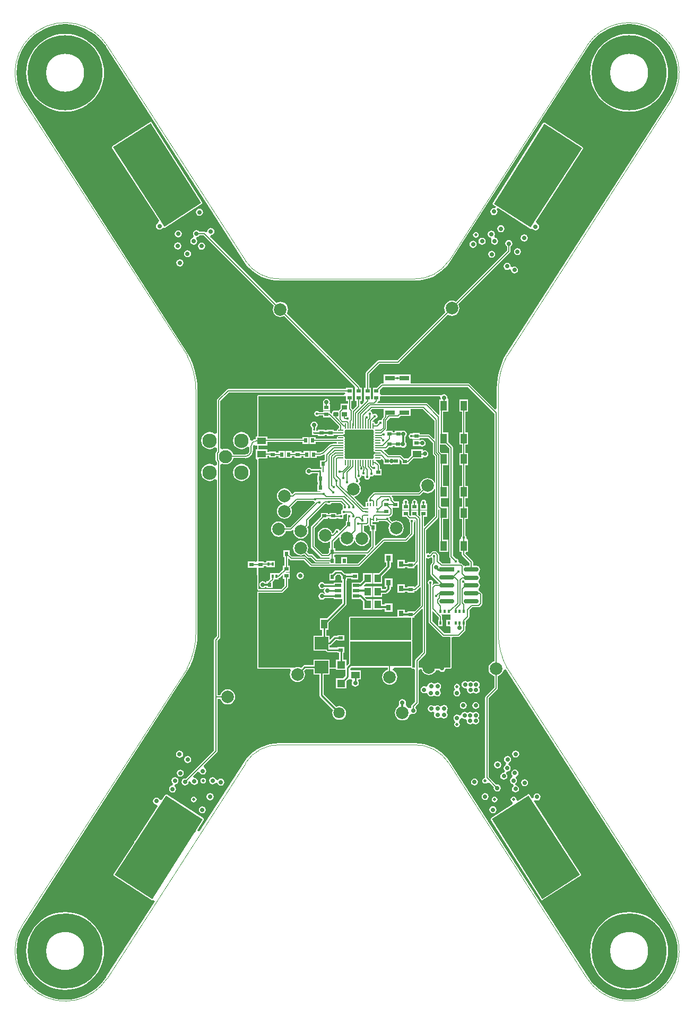
<source format=gtl>
G04 Layer_Physical_Order=1*
G04 Layer_Color=255*
%FSLAX44Y44*%
%MOMM*%
G71*
G01*
G75*
%ADD10C,3.0000*%
%ADD11C,0.1560*%
%ADD12C,2.0000*%
%ADD13R,4.4500X4.4500*%
%ADD14O,0.8600X0.2200*%
%ADD15O,0.2200X0.8600*%
%ADD16R,1.0000X1.5500*%
%ADD17R,0.7000X0.6000*%
%ADD18R,0.6000X0.7000*%
%ADD19R,0.5000X0.7000*%
%ADD20R,1.0000X1.4500*%
%ADD21R,1.4500X1.0000*%
%ADD22R,1.2200X1.2500*%
%ADD23R,2.1800X2.0000*%
%ADD24O,2.4000X0.7500*%
%ADD25R,2.4000X0.7500*%
%ADD26R,6.3000X2.1500*%
%ADD27R,0.2750X0.3000*%
%ADD28R,0.3000X0.2750*%
%ADD29R,1.1000X1.3000*%
%ADD30R,0.7000X0.5000*%
%ADD31R,0.4750X0.2500*%
%ADD32R,0.2500X0.4750*%
%ADD33R,0.3500X0.3500*%
%ADD34R,0.8000X0.9000*%
%ADD35R,0.3000X0.6000*%
%ADD36R,1.6000X0.7000*%
%ADD37R,0.8500X0.7500*%
G04:AMPARAMS|DCode=38|XSize=0.85mm|YSize=0.75mm|CornerRadius=0.1875mm|HoleSize=0mm|Usage=FLASHONLY|Rotation=0.000|XOffset=0mm|YOffset=0mm|HoleType=Round|Shape=RoundedRectangle|*
%AMROUNDEDRECTD38*
21,1,0.8500,0.3750,0,0,0.0*
21,1,0.4750,0.7500,0,0,0.0*
1,1,0.3750,0.2375,-0.1875*
1,1,0.3750,-0.2375,-0.1875*
1,1,0.3750,-0.2375,0.1875*
1,1,0.3750,0.2375,0.1875*
%
%ADD38ROUNDEDRECTD38*%
%ADD39R,1.0000X0.5500*%
%ADD40C,0.3000*%
%ADD41C,0.1500*%
%ADD42C,0.2000*%
%ADD43C,0.2500*%
%ADD44C,0.2934*%
%ADD45C,0.2540*%
%ADD46C,0.1000*%
%ADD47C,1.8000*%
%ADD48R,1.8000X1.8000*%
%ADD49C,2.3000*%
%ADD50C,2.1000*%
%ADD51C,0.7000*%
%ADD52C,0.4500*%
%ADD53C,0.5000*%
G36*
X1150196Y1736620D02*
Y1693161D01*
X1133728Y1676693D01*
X1132804Y1677076D01*
Y1692000D01*
X1137500D01*
Y1702000D01*
X1126500D01*
Y1693522D01*
X1125576Y1693139D01*
X1123250Y1695465D01*
Y1702000D01*
X1112250D01*
Y1693704D01*
X1110761D01*
X1109000Y1695465D01*
Y1702000D01*
X1098000D01*
Y1692000D01*
X1104535D01*
X1107617Y1688918D01*
X1108527Y1688310D01*
X1109118Y1688192D01*
X1109632Y1687161D01*
X1109497Y1686958D01*
X1109167Y1685300D01*
X1109497Y1683642D01*
X1110436Y1682236D01*
X1110696Y1682062D01*
Y1666161D01*
X1102589Y1658054D01*
X1068250D01*
X1067177Y1657840D01*
X1066267Y1657233D01*
X1055583Y1646548D01*
X1054659Y1646931D01*
Y1669500D01*
X1056300D01*
Y1680500D01*
X1050559D01*
Y1684005D01*
X1060750D01*
Y1685446D01*
X1070829D01*
X1070836Y1685436D01*
X1072242Y1684497D01*
X1073900Y1684167D01*
X1074082Y1684203D01*
X1077970Y1680315D01*
X1077768Y1680052D01*
X1076559Y1677133D01*
X1076146Y1674000D01*
X1076559Y1670867D01*
X1077768Y1667948D01*
X1079691Y1665441D01*
X1082198Y1663518D01*
X1085117Y1662309D01*
X1088250Y1661896D01*
X1091383Y1662309D01*
X1094302Y1663518D01*
X1096808Y1665441D01*
X1098732Y1667948D01*
X1099941Y1670867D01*
X1100354Y1674000D01*
X1099941Y1677133D01*
X1098732Y1680052D01*
X1096808Y1682558D01*
X1094302Y1684482D01*
X1091383Y1685691D01*
X1088250Y1686104D01*
X1085117Y1685691D01*
X1082198Y1684482D01*
X1081935Y1684280D01*
X1078147Y1688068D01*
X1078233Y1688500D01*
X1077903Y1690158D01*
X1077523Y1690727D01*
X1077983Y1691839D01*
X1078413Y1691924D01*
X1079406Y1692587D01*
X1081963Y1695145D01*
X1081963Y1695145D01*
X1082626Y1696137D01*
X1082859Y1697307D01*
X1082859Y1697307D01*
Y1704450D01*
X1082859Y1704450D01*
X1082626Y1705621D01*
X1082539Y1705750D01*
X1083074Y1706750D01*
X1092500D01*
Y1716750D01*
X1086326D01*
X1083509Y1719567D01*
Y1721275D01*
X1083276Y1722445D01*
X1082613Y1723438D01*
X1081278Y1724772D01*
X1081661Y1725696D01*
X1125000D01*
X1126073Y1725910D01*
X1126983Y1726517D01*
X1131935Y1731470D01*
X1132198Y1731268D01*
X1135117Y1730059D01*
X1138250Y1729646D01*
X1141383Y1730059D01*
X1144302Y1731268D01*
X1146808Y1733192D01*
X1148732Y1735698D01*
X1149196Y1736819D01*
X1150196Y1736620D01*
D02*
G37*
G36*
X1149196Y1845671D02*
Y1816957D01*
X1148272Y1816574D01*
X1142164Y1822683D01*
X1141254Y1823290D01*
X1140181Y1823504D01*
X1125900D01*
Y1825700D01*
X1114900D01*
Y1825386D01*
X1113900Y1824775D01*
X1112600Y1825033D01*
X1110942Y1824703D01*
X1109536Y1823764D01*
X1108597Y1822358D01*
X1108267Y1820700D01*
X1108597Y1819042D01*
X1109536Y1817636D01*
X1110942Y1816697D01*
X1112600Y1816367D01*
X1113900Y1816625D01*
X1114900Y1816014D01*
Y1815700D01*
X1125900D01*
Y1817896D01*
X1139020D01*
X1146618Y1810298D01*
Y1793278D01*
X1146832Y1792205D01*
X1147439Y1791295D01*
X1150196Y1788539D01*
Y1746880D01*
X1149196Y1746681D01*
X1148732Y1747802D01*
X1146808Y1750309D01*
X1144302Y1752232D01*
X1141383Y1753441D01*
X1138250Y1753854D01*
X1135117Y1753441D01*
X1132198Y1752232D01*
X1129691Y1750309D01*
X1127768Y1747802D01*
X1126559Y1744883D01*
X1126146Y1741750D01*
X1126559Y1738617D01*
X1127768Y1735698D01*
X1127970Y1735435D01*
X1123839Y1731304D01*
X1053600D01*
X1052527Y1731090D01*
X1051617Y1730483D01*
X1045117Y1723983D01*
X1044510Y1723073D01*
X1044296Y1722000D01*
Y1721638D01*
X1044036Y1721464D01*
X1043097Y1720058D01*
X1042767Y1718400D01*
X1043045Y1717000D01*
X1042481Y1716000D01*
X1039250D01*
Y1708250D01*
X1036500D01*
X1036500Y1708250D01*
Y1708250D01*
X1035720Y1708745D01*
X1021052Y1723413D01*
X1021374Y1724360D01*
X1022883Y1724559D01*
X1025802Y1725768D01*
X1028308Y1727691D01*
X1030232Y1730198D01*
X1031441Y1733117D01*
X1031854Y1736250D01*
X1031441Y1739383D01*
X1030232Y1742302D01*
X1028603Y1744425D01*
X1028659Y1745532D01*
X1028753Y1745728D01*
X1029364Y1746136D01*
X1030303Y1747542D01*
X1030633Y1749200D01*
X1030303Y1750858D01*
X1029364Y1752264D01*
X1029440Y1753242D01*
X1029570Y1753419D01*
X1029958Y1753497D01*
X1031364Y1754436D01*
X1032303Y1755842D01*
X1032633Y1757500D01*
X1032541Y1757963D01*
X1033448Y1758527D01*
X1034542Y1757797D01*
X1036200Y1757467D01*
X1037074Y1757641D01*
X1037882Y1756782D01*
X1037667Y1755700D01*
X1037997Y1754042D01*
X1038936Y1752636D01*
X1040342Y1751697D01*
X1042000Y1751367D01*
X1043658Y1751697D01*
X1045064Y1752636D01*
X1046003Y1754042D01*
X1046333Y1755700D01*
X1046256Y1756086D01*
X1047157Y1756687D01*
X1047442Y1756497D01*
X1049100Y1756167D01*
X1050758Y1756497D01*
X1052164Y1757436D01*
X1053103Y1758842D01*
X1054100Y1758726D01*
Y1758000D01*
X1065100D01*
Y1768000D01*
X1062659D01*
Y1774000D01*
X1062659Y1774000D01*
X1062426Y1775170D01*
X1061763Y1776163D01*
X1061763Y1776163D01*
X1057063Y1780863D01*
X1056070Y1781526D01*
X1055401Y1781659D01*
X1055280Y1781998D01*
X1055936Y1782839D01*
X1061800D01*
X1063009Y1783080D01*
X1064035Y1783765D01*
X1064460Y1784400D01*
X1065632Y1784642D01*
X1068100Y1782174D01*
Y1776100D01*
X1078183D01*
X1078454Y1775919D01*
X1080600Y1775492D01*
X1082431Y1775856D01*
X1082500Y1775800D01*
Y1775800D01*
X1093500D01*
Y1783260D01*
X1094500Y1783674D01*
X1096900Y1781274D01*
Y1775600D01*
X1107900D01*
Y1777740D01*
X1108071Y1777774D01*
X1109063Y1778437D01*
X1116076Y1785450D01*
X1130550D01*
Y1787297D01*
X1131432Y1787768D01*
X1131954Y1787419D01*
X1134100Y1786992D01*
X1136246Y1787419D01*
X1138065Y1788635D01*
X1139281Y1790454D01*
X1139708Y1792600D01*
X1139281Y1794746D01*
X1138065Y1796565D01*
X1136246Y1797781D01*
X1134100Y1798208D01*
X1131954Y1797781D01*
X1131432Y1797432D01*
X1130550Y1797903D01*
Y1799450D01*
X1112050D01*
Y1790076D01*
X1107574Y1785600D01*
X1101226D01*
X1097063Y1789763D01*
X1096070Y1790426D01*
X1094900Y1790659D01*
X1094900Y1790659D01*
X1076067D01*
X1068708Y1798017D01*
X1069091Y1798941D01*
X1071400D01*
X1071400Y1798941D01*
X1072570Y1799174D01*
X1073563Y1799837D01*
X1076526Y1802800D01*
X1082700D01*
Y1804741D01*
X1085900D01*
Y1802800D01*
X1096683D01*
X1096954Y1802619D01*
X1099100Y1802192D01*
X1101246Y1802619D01*
X1103065Y1803835D01*
X1104281Y1805654D01*
X1104708Y1807800D01*
X1104281Y1809946D01*
X1103069Y1811760D01*
Y1819770D01*
X1103465Y1820035D01*
X1104681Y1821854D01*
X1105108Y1824000D01*
X1104681Y1826146D01*
X1103465Y1827965D01*
X1101646Y1829181D01*
X1099500Y1829608D01*
X1097354Y1829181D01*
X1097083Y1829000D01*
X1086200D01*
Y1827059D01*
X1082700D01*
Y1829000D01*
X1072279D01*
X1071865Y1830000D01*
X1072483Y1830617D01*
X1073090Y1831527D01*
X1073304Y1832600D01*
Y1845003D01*
X1078177Y1849876D01*
X1091180D01*
X1092253Y1850090D01*
X1093163Y1850697D01*
X1095165Y1852700D01*
X1111600D01*
Y1863700D01*
X1112498Y1863946D01*
X1130921D01*
X1149196Y1845671D01*
D02*
G37*
G36*
X1044441Y1679419D02*
Y1678800D01*
X1044441Y1678800D01*
X1044674Y1677630D01*
X1045337Y1676637D01*
X1046300Y1675674D01*
Y1669500D01*
X1048541D01*
Y1645170D01*
X1041430Y1638059D01*
X991000D01*
Y1642200D01*
X989059D01*
Y1651733D01*
X997186Y1659861D01*
X998083Y1659418D01*
X997896Y1658000D01*
X998309Y1654867D01*
X999518Y1651948D01*
X1001441Y1649442D01*
X1003948Y1647518D01*
X1006867Y1646309D01*
X1010000Y1645896D01*
X1013133Y1646309D01*
X1016052Y1647518D01*
X1018559Y1649442D01*
X1020482Y1651948D01*
X1021230Y1653755D01*
X1022313D01*
X1023268Y1651448D01*
X1025191Y1648941D01*
X1027698Y1647018D01*
X1030617Y1645809D01*
X1033750Y1645397D01*
X1036883Y1645809D01*
X1039802Y1647018D01*
X1042309Y1648941D01*
X1044232Y1651448D01*
X1045441Y1654367D01*
X1045854Y1657500D01*
X1045441Y1660633D01*
X1044232Y1663552D01*
X1042309Y1666059D01*
X1039802Y1667982D01*
X1036883Y1669191D01*
X1036554Y1669234D01*
Y1678196D01*
X1040750D01*
X1041823Y1678410D01*
X1042733Y1679017D01*
X1043517Y1679802D01*
X1044441Y1679419D01*
D02*
G37*
G36*
X1009500Y1696500D02*
Y1689000D01*
X1009691D01*
Y1685750D01*
X1007750D01*
Y1679076D01*
X998927Y1670252D01*
X997769Y1670509D01*
X997064Y1671564D01*
X995658Y1672503D01*
X994000Y1672833D01*
X992342Y1672503D01*
X990936Y1671564D01*
X989997Y1670158D01*
X989667Y1668500D01*
X989728Y1668193D01*
X987596Y1666061D01*
X986416Y1666296D01*
X985482Y1668552D01*
X983559Y1671059D01*
X981052Y1672982D01*
X978133Y1674191D01*
X975000Y1674604D01*
X971867Y1674191D01*
X968948Y1672982D01*
X966441Y1671059D01*
X964518Y1668552D01*
X963309Y1665633D01*
X962896Y1662500D01*
X963309Y1659367D01*
X964518Y1656448D01*
X966441Y1653941D01*
X968948Y1652018D01*
X971867Y1650809D01*
X975000Y1650396D01*
X978133Y1650809D01*
X981052Y1652018D01*
X981941Y1652701D01*
X982941Y1652207D01*
Y1642200D01*
X981000D01*
Y1635626D01*
X978633Y1633259D01*
X970967D01*
X958559Y1645667D01*
Y1674233D01*
X972826Y1688500D01*
X979000D01*
Y1690441D01*
X982000D01*
Y1688500D01*
X993000D01*
Y1689691D01*
X996500D01*
Y1689000D01*
X1004000D01*
Y1695006D01*
X1004500Y1695417D01*
X1006158Y1695747D01*
X1007564Y1696686D01*
X1007738Y1696946D01*
X1008685D01*
X1009500Y1696500D01*
D02*
G37*
G36*
X1008550Y1884300D02*
Y1877150D01*
X1011246D01*
Y1872200D01*
X999300D01*
Y1864522D01*
X996517Y1861739D01*
X996403Y1861568D01*
X995937Y1861475D01*
X994425Y1861776D01*
X989675D01*
X988163Y1861475D01*
X986881Y1860619D01*
X986025Y1859337D01*
X985724Y1857825D01*
Y1857048D01*
X984800Y1856665D01*
X983733Y1857733D01*
X982823Y1858340D01*
X982550Y1858395D01*
Y1860750D01*
X971550D01*
Y1859304D01*
X965238D01*
X965064Y1859564D01*
X963658Y1860503D01*
X962000Y1860833D01*
X960342Y1860503D01*
X958936Y1859564D01*
X957997Y1858158D01*
X957667Y1856500D01*
X957997Y1854842D01*
X958936Y1853436D01*
X960342Y1852497D01*
X962000Y1852167D01*
X963658Y1852497D01*
X965064Y1853436D01*
X965238Y1853696D01*
X971550D01*
Y1850750D01*
X982550D01*
X982550Y1850750D01*
Y1850750D01*
X983311Y1850224D01*
X997196Y1836339D01*
Y1833161D01*
X996800D01*
X995591Y1832920D01*
X994565Y1832235D01*
X993880Y1831210D01*
X993639Y1830000D01*
X993673Y1829832D01*
X993038Y1829059D01*
X988850D01*
Y1831300D01*
X977850D01*
Y1829869D01*
X974600D01*
Y1831300D01*
X963600D01*
Y1829239D01*
X960850D01*
Y1834024D01*
X961315Y1834335D01*
X962531Y1836154D01*
X962958Y1838300D01*
X962531Y1840446D01*
X961315Y1842265D01*
X959496Y1843481D01*
X957350Y1843908D01*
X955204Y1843481D01*
X953385Y1842265D01*
X952169Y1840446D01*
X951742Y1838300D01*
X952169Y1836154D01*
X953385Y1834335D01*
X953850Y1834024D01*
Y1822550D01*
X960850D01*
Y1822611D01*
X963600D01*
Y1821300D01*
X974600D01*
Y1822731D01*
X977850D01*
Y1821300D01*
X988850D01*
Y1822941D01*
X996287D01*
X996800Y1822839D01*
X1003200D01*
X1004409Y1823080D01*
X1005435Y1823765D01*
X1006120Y1824790D01*
X1006361Y1826000D01*
X1006120Y1827209D01*
X1005592Y1828000D01*
X1006120Y1828790D01*
X1006361Y1830000D01*
X1006303Y1830290D01*
X1007010Y1830997D01*
X1007300Y1830939D01*
X1008510Y1831180D01*
X1009300Y1831708D01*
X1010090Y1831180D01*
X1011300Y1830939D01*
X1012510Y1831180D01*
X1013300Y1831708D01*
X1014090Y1831180D01*
X1015300Y1830939D01*
X1016510Y1831180D01*
X1017300Y1831708D01*
X1018091Y1831180D01*
X1019300Y1830939D01*
X1020510Y1831180D01*
X1021300Y1831708D01*
X1022091Y1831180D01*
X1023300Y1830939D01*
X1024510Y1831180D01*
X1025300Y1831708D01*
X1026090Y1831180D01*
X1027300Y1830939D01*
X1028510Y1831180D01*
X1029300Y1831708D01*
X1030090Y1831180D01*
X1031300Y1830939D01*
X1032510Y1831180D01*
X1033300Y1831708D01*
X1034090Y1831180D01*
X1035300Y1830939D01*
X1036509Y1831180D01*
X1037300Y1831708D01*
X1038090Y1831180D01*
X1039300Y1830939D01*
X1040509Y1831180D01*
X1041300Y1831708D01*
X1042090Y1831180D01*
X1043300Y1830939D01*
X1044510Y1831180D01*
X1045300Y1831708D01*
X1046090Y1831180D01*
X1047300Y1830939D01*
X1048510Y1831180D01*
X1049300Y1831708D01*
X1050090Y1831180D01*
X1051300Y1830939D01*
X1051590Y1830997D01*
X1052297Y1830290D01*
X1052239Y1830000D01*
X1052480Y1828790D01*
X1053008Y1828000D01*
X1052480Y1827209D01*
X1052239Y1826000D01*
X1052480Y1824790D01*
X1053008Y1824000D01*
X1052480Y1823210D01*
X1052239Y1822000D01*
X1052480Y1820790D01*
X1053008Y1820000D01*
X1052480Y1819209D01*
X1052239Y1818000D01*
X1052480Y1816790D01*
X1053008Y1816000D01*
X1052480Y1815210D01*
X1052239Y1814000D01*
X1052480Y1812790D01*
X1053008Y1812000D01*
X1052480Y1811210D01*
X1052239Y1810000D01*
X1052480Y1808790D01*
X1053008Y1808000D01*
X1052480Y1807209D01*
X1052239Y1806000D01*
X1052480Y1804790D01*
X1053008Y1804000D01*
X1052480Y1803210D01*
X1052239Y1802000D01*
X1052480Y1800791D01*
X1053008Y1800000D01*
X1052480Y1799210D01*
X1052239Y1798000D01*
X1052480Y1796790D01*
X1053165Y1795765D01*
X1054190Y1795080D01*
X1055400Y1794839D01*
X1061800D01*
X1062313Y1794941D01*
X1063133D01*
X1064015Y1794059D01*
X1063601Y1793059D01*
X1062313D01*
X1061800Y1793161D01*
X1055400D01*
X1054190Y1792920D01*
X1053165Y1792235D01*
X1052480Y1791210D01*
X1052239Y1790000D01*
X1052480Y1788790D01*
X1053008Y1788000D01*
X1052480Y1787210D01*
X1052239Y1786000D01*
X1052297Y1785710D01*
X1051590Y1785003D01*
X1051300Y1785061D01*
X1050090Y1784820D01*
X1049300Y1784292D01*
X1048510Y1784820D01*
X1047300Y1785061D01*
X1046090Y1784820D01*
X1045300Y1784292D01*
X1044510Y1784820D01*
X1043300Y1785061D01*
X1042090Y1784820D01*
X1041300Y1784292D01*
X1040509Y1784820D01*
X1039300Y1785061D01*
X1038090Y1784820D01*
X1037300Y1784292D01*
X1036509Y1784820D01*
X1035300Y1785061D01*
X1034090Y1784820D01*
X1033300Y1784292D01*
X1032510Y1784820D01*
X1031300Y1785061D01*
X1030090Y1784820D01*
X1029300Y1784292D01*
X1028510Y1784820D01*
X1027300Y1785061D01*
X1026090Y1784820D01*
X1025300Y1784292D01*
X1024510Y1784820D01*
X1023300Y1785061D01*
X1022091Y1784820D01*
X1021300Y1784292D01*
X1020510Y1784820D01*
X1019300Y1785061D01*
X1018091Y1784820D01*
X1017300Y1784292D01*
X1016510Y1784820D01*
X1015300Y1785061D01*
X1014090Y1784820D01*
X1013300Y1784292D01*
X1012510Y1784820D01*
X1011300Y1785061D01*
X1010090Y1784820D01*
X1009300Y1784292D01*
X1008510Y1784820D01*
X1007300Y1785061D01*
X1007010Y1785003D01*
X1006303Y1785710D01*
X1006361Y1786000D01*
X1006120Y1787210D01*
X1005592Y1788000D01*
X1006120Y1788790D01*
X1006361Y1790000D01*
X1006120Y1791210D01*
X1005592Y1792000D01*
X1006120Y1792791D01*
X1006361Y1794000D01*
X1006120Y1795210D01*
X1005592Y1796000D01*
X1006120Y1796790D01*
X1006361Y1798000D01*
X1006120Y1799210D01*
X1005592Y1800000D01*
X1006120Y1800791D01*
X1006361Y1802000D01*
X1006120Y1803210D01*
X1005592Y1804000D01*
X1006120Y1804790D01*
X1006361Y1806000D01*
X1006120Y1807209D01*
X1005592Y1808000D01*
X1006120Y1808790D01*
X1006361Y1810000D01*
X1006120Y1811210D01*
X1005592Y1812000D01*
X1006120Y1812790D01*
X1006361Y1814000D01*
X1006120Y1815210D01*
X1005592Y1816000D01*
X1006120Y1816790D01*
X1006361Y1818000D01*
X1006120Y1819209D01*
X1005435Y1820235D01*
X1004409Y1820920D01*
X1003200Y1821161D01*
X996800D01*
X995591Y1820920D01*
X994565Y1820235D01*
X993880Y1819209D01*
X993639Y1818000D01*
X993717Y1817607D01*
X993083Y1816834D01*
X959802D01*
Y1819602D01*
X949802D01*
Y1808602D01*
X959802D01*
Y1811165D01*
X993083D01*
X993717Y1810392D01*
X993639Y1810000D01*
X993717Y1809608D01*
X993083Y1808834D01*
X988684D01*
Y1808895D01*
X985195Y1808436D01*
X981944Y1807089D01*
X979153Y1804947D01*
X979196Y1804904D01*
X979196Y1804904D01*
X971641Y1797350D01*
X971636Y1797342D01*
X969815Y1795944D01*
X967685Y1795062D01*
X965409Y1794763D01*
X965400Y1794765D01*
X961702D01*
Y1797002D01*
X951702D01*
Y1786002D01*
X961702D01*
Y1789096D01*
X965400D01*
Y1789025D01*
X969170Y1789522D01*
X972683Y1790977D01*
X973337Y1791479D01*
X974244Y1790914D01*
X974241Y1790900D01*
X974241Y1790900D01*
Y1783317D01*
X973174Y1782250D01*
X967000D01*
Y1771250D01*
X968941D01*
Y1768250D01*
X963220D01*
Y1768064D01*
X953651D01*
X953215Y1768715D01*
X951396Y1769931D01*
X949250Y1770358D01*
X947104Y1769931D01*
X945285Y1768715D01*
X944069Y1766896D01*
X943642Y1764750D01*
X944069Y1762604D01*
X945285Y1760785D01*
X947104Y1759569D01*
X949250Y1759142D01*
X951396Y1759569D01*
X953215Y1760785D01*
X953651Y1761436D01*
X963220D01*
Y1761250D01*
X963281D01*
Y1758250D01*
X962250D01*
Y1747250D01*
X963681D01*
Y1744000D01*
X962250D01*
Y1733000D01*
X967879D01*
X968334Y1732000D01*
X968162Y1731804D01*
X927000D01*
X925927Y1731590D01*
X925017Y1730983D01*
X922696Y1728661D01*
X922378Y1728652D01*
X921583Y1728894D01*
X920482Y1731552D01*
X918559Y1734059D01*
X916052Y1735982D01*
X913133Y1737191D01*
X910000Y1737604D01*
X906867Y1737191D01*
X903948Y1735982D01*
X901441Y1734059D01*
X899518Y1731552D01*
X898309Y1728633D01*
X897896Y1725500D01*
X898309Y1722367D01*
X899518Y1719448D01*
X901441Y1716942D01*
X903948Y1715018D01*
X906867Y1713809D01*
X907282Y1713754D01*
Y1712746D01*
X906867Y1712691D01*
X903948Y1711482D01*
X901441Y1709559D01*
X899518Y1707052D01*
X898309Y1704133D01*
X897896Y1701000D01*
X898309Y1697867D01*
X899518Y1694948D01*
X901441Y1692442D01*
X903948Y1690518D01*
X906867Y1689309D01*
X910000Y1688896D01*
X913133Y1689309D01*
X916052Y1690518D01*
X918559Y1692442D01*
X920482Y1694948D01*
X921691Y1697867D01*
X922104Y1701000D01*
X921691Y1704133D01*
X920482Y1707052D01*
X920280Y1707315D01*
X930661Y1717696D01*
X955762D01*
X955936Y1717436D01*
X957342Y1716497D01*
X958614Y1716243D01*
X959012Y1715227D01*
X919089Y1675304D01*
X912484D01*
X912441Y1675633D01*
X911232Y1678552D01*
X909308Y1681059D01*
X906802Y1682982D01*
X903883Y1684191D01*
X900750Y1684604D01*
X897617Y1684191D01*
X894698Y1682982D01*
X892191Y1681059D01*
X890268Y1678552D01*
X889059Y1675633D01*
X888646Y1672500D01*
X889059Y1669367D01*
X890268Y1666448D01*
X892191Y1663941D01*
X894698Y1662018D01*
X897617Y1660809D01*
X900750Y1660397D01*
X903883Y1660809D01*
X906802Y1662018D01*
X909308Y1663941D01*
X911232Y1666448D01*
X912441Y1669367D01*
X912484Y1669696D01*
X920250D01*
X921323Y1669910D01*
X922233Y1670517D01*
X923429Y1671714D01*
X924376Y1671247D01*
X924146Y1669500D01*
X924559Y1666367D01*
X925768Y1663448D01*
X927691Y1660941D01*
X930198Y1659018D01*
X933117Y1657809D01*
X936250Y1657396D01*
X939383Y1657809D01*
X942302Y1659018D01*
X944809Y1660941D01*
X946732Y1663448D01*
X947941Y1666367D01*
X948354Y1669500D01*
X947941Y1672633D01*
X946732Y1675552D01*
X946530Y1675815D01*
X947733Y1677017D01*
X948340Y1677927D01*
X948554Y1679000D01*
Y1686089D01*
X975411Y1712946D01*
X978012D01*
X978186Y1712686D01*
X979592Y1711747D01*
X981250Y1711417D01*
X982908Y1711747D01*
X984314Y1712686D01*
X985156Y1713946D01*
X999339D01*
X1003000Y1710285D01*
Y1703785D01*
X1002842Y1703753D01*
X1001436Y1702814D01*
X1000497Y1701408D01*
X1000167Y1699750D01*
X1000497Y1698092D01*
X1000892Y1697500D01*
X1000358Y1696500D01*
X996500D01*
Y1695809D01*
X993000D01*
Y1698500D01*
X982000D01*
Y1696559D01*
X979000D01*
Y1698500D01*
X968000D01*
Y1692326D01*
X953337Y1677663D01*
X952674Y1676671D01*
X952441Y1675500D01*
X952441Y1675500D01*
Y1644400D01*
X952441Y1644400D01*
X952674Y1643230D01*
X953337Y1642237D01*
X967537Y1628037D01*
X967537Y1628037D01*
X968530Y1627374D01*
X969700Y1627141D01*
X969700Y1627141D01*
X979900D01*
X979900Y1627141D01*
X980900Y1627340D01*
X981546Y1627002D01*
X981900Y1626726D01*
Y1625359D01*
X962067D01*
X955313Y1632113D01*
X954321Y1632776D01*
X953150Y1633009D01*
X953150Y1633009D01*
X949717D01*
X946337Y1636389D01*
X946382Y1636448D01*
X947591Y1639367D01*
X948004Y1642500D01*
X947591Y1645633D01*
X946382Y1648552D01*
X944458Y1651059D01*
X941952Y1652982D01*
X939033Y1654191D01*
X935900Y1654603D01*
X932767Y1654191D01*
X929848Y1652982D01*
X927342Y1651059D01*
X925418Y1648552D01*
X924209Y1645633D01*
X923796Y1642500D01*
X924209Y1639367D01*
X925418Y1636448D01*
X927342Y1633941D01*
X929848Y1632018D01*
X932767Y1630809D01*
X935900Y1630396D01*
X939033Y1630809D01*
X941952Y1632018D01*
X942011Y1632063D01*
X946287Y1627787D01*
X946287Y1627787D01*
X947279Y1627124D01*
X948450Y1626891D01*
X951883D01*
X958637Y1620137D01*
X958637Y1620137D01*
X959629Y1619474D01*
X960800Y1619241D01*
X981900D01*
Y1618004D01*
X953861D01*
X944133Y1627733D01*
X943223Y1628340D01*
X942150Y1628554D01*
X921911D01*
X918500Y1631965D01*
Y1638500D01*
X908500D01*
Y1627500D01*
X910196D01*
Y1614500D01*
X907500D01*
Y1607965D01*
X901918Y1602383D01*
X901000Y1602500D01*
Y1602500D01*
X901000Y1602500D01*
X887500D01*
Y1593143D01*
X884267Y1589911D01*
X883993Y1589500D01*
X881250D01*
Y1587569D01*
X879730D01*
X879465Y1587965D01*
X877646Y1589181D01*
X875500Y1589608D01*
X873354Y1589181D01*
X871535Y1587965D01*
X870319Y1586146D01*
X869892Y1584000D01*
X870319Y1581854D01*
X871535Y1580035D01*
X873354Y1578819D01*
X875500Y1578392D01*
X877646Y1578819D01*
X879465Y1580035D01*
X879730Y1580431D01*
X881250D01*
Y1578500D01*
X891250D01*
Y1588963D01*
X892983Y1590695D01*
X893590Y1591605D01*
X893768Y1592500D01*
X901000D01*
Y1594696D01*
X902073Y1594910D01*
X902983Y1595517D01*
X906576Y1599111D01*
X907500Y1598728D01*
Y1593500D01*
X910196D01*
Y1582411D01*
X904589Y1576804D01*
X869192D01*
X869085Y1576964D01*
X869004Y1577155D01*
X868948Y1577211D01*
X868737Y1577526D01*
X868700Y1577712D01*
X868700Y1590706D01*
Y1599339D01*
X868700Y1599339D01*
X868700Y1599339D01*
Y1610750D01*
X877250D01*
Y1613696D01*
X881000D01*
Y1611500D01*
X894500D01*
Y1621500D01*
X881000D01*
Y1619304D01*
X877250D01*
Y1620750D01*
X869407D01*
X868700Y1621457D01*
Y1622577D01*
X868700Y1783329D01*
Y1784743D01*
X869407Y1785450D01*
X882550D01*
Y1789616D01*
X885800D01*
Y1786600D01*
X896800D01*
Y1788667D01*
X900802D01*
Y1786002D01*
X910802D01*
Y1797002D01*
X900802D01*
Y1794336D01*
X896800D01*
Y1796600D01*
X885800D01*
Y1795284D01*
X882550D01*
Y1799450D01*
X869407D01*
X868700Y1800157D01*
Y1805950D01*
X882550D01*
Y1811267D01*
X938802D01*
Y1808602D01*
X948802D01*
Y1819602D01*
X938802D01*
Y1816936D01*
X882550D01*
Y1819950D01*
X869407D01*
X868700Y1820657D01*
X868700Y1884099D01*
X868733Y1884267D01*
X868901Y1884300D01*
X1008550D01*
D02*
G37*
G36*
X1006943Y1889073D02*
X1004731Y1886339D01*
X869040D01*
X868901Y1886339D01*
X868901Y1886339D01*
X868704Y1886300D01*
X868503Y1886300D01*
X868503Y1886300D01*
X868335Y1886267D01*
X868335Y1886267D01*
X868335Y1886267D01*
X868150Y1886190D01*
X868120Y1886184D01*
X868120Y1886184D01*
X868095Y1886167D01*
X867600Y1885962D01*
X867038Y1885399D01*
X866833Y1884905D01*
X866816Y1884880D01*
X866810Y1884850D01*
X866733Y1884665D01*
X866733Y1884664D01*
X866733Y1884664D01*
X866700Y1884497D01*
X866700Y1884497D01*
X866700Y1884296D01*
X866661Y1884099D01*
X866661Y1884099D01*
X866661Y1884023D01*
X866661Y1820657D01*
X864050Y1819950D01*
Y1815778D01*
X861706Y1815469D01*
X859241Y1814449D01*
X858147Y1813609D01*
X858066Y1813610D01*
X855106Y1814870D01*
X854802Y1817174D01*
X853442Y1820458D01*
X851278Y1823278D01*
X848458Y1825442D01*
X845174Y1826803D01*
X841650Y1827267D01*
X838126Y1826803D01*
X834842Y1825442D01*
X832022Y1823278D01*
X829858Y1820458D01*
X828497Y1817174D01*
X828034Y1813650D01*
X828497Y1810126D01*
X829858Y1806842D01*
X832022Y1804022D01*
X834842Y1801858D01*
X838126Y1800497D01*
X841650Y1800034D01*
X845174Y1800497D01*
X848458Y1801858D01*
X851166Y1803935D01*
X851690Y1803855D01*
X854166Y1802856D01*
Y1798500D01*
X854153D01*
X853913Y1796674D01*
X853208Y1794973D01*
X852087Y1793513D01*
X850627Y1792392D01*
X848926Y1791687D01*
X847100Y1791447D01*
Y1791434D01*
X828439D01*
X828428Y1791513D01*
X827169Y1794554D01*
X825165Y1797165D01*
X822554Y1799169D01*
X819513Y1800428D01*
X816250Y1800858D01*
X812987Y1800428D01*
X810904Y1799565D01*
X807904Y1801046D01*
Y1876989D01*
X821261Y1890346D01*
X1006494D01*
X1006943Y1889073D01*
D02*
G37*
G36*
X1068600Y1863700D02*
Y1852700D01*
X1068600Y1852700D01*
X1068600D01*
X1068554Y1851719D01*
X1066017Y1849183D01*
X1065410Y1848273D01*
X1065196Y1847200D01*
Y1846755D01*
X1064196Y1846095D01*
X1063000Y1846333D01*
X1061342Y1846003D01*
X1059936Y1845064D01*
X1058997Y1843658D01*
X1058667Y1842000D01*
X1058728Y1841693D01*
X1057139Y1840104D01*
X1054461D01*
Y1840500D01*
X1054220Y1841709D01*
X1053535Y1842735D01*
X1052510Y1843420D01*
X1051300Y1843661D01*
X1050694Y1844506D01*
X1050670Y1844955D01*
X1053943Y1848228D01*
X1054250Y1848167D01*
X1055908Y1848497D01*
X1057314Y1849436D01*
X1058253Y1850842D01*
X1058583Y1852500D01*
X1058253Y1854158D01*
X1057314Y1855564D01*
X1055908Y1856503D01*
X1054250Y1856833D01*
X1052592Y1856503D01*
X1051186Y1855564D01*
X1051088Y1855417D01*
X1050146Y1855807D01*
X1050333Y1856750D01*
X1050003Y1858408D01*
X1049064Y1859814D01*
X1047794Y1860663D01*
X1047428Y1861711D01*
X1049663Y1863946D01*
X1067702D01*
X1068600Y1863700D01*
D02*
G37*
G36*
X1158330Y1884300D02*
X1159151Y1883300D01*
X1158892Y1882000D01*
X1159290Y1880000D01*
X1158925Y1879117D01*
X1158863Y1879000D01*
X1157250D01*
Y1859500D01*
X1157396D01*
Y1854876D01*
X1156472Y1854493D01*
X1138483Y1872483D01*
X1137573Y1873090D01*
X1136500Y1873304D01*
X1058576D01*
X1058193Y1874228D01*
X1058783Y1874817D01*
X1059390Y1875727D01*
X1059604Y1876800D01*
Y1877150D01*
X1062300D01*
Y1883593D01*
X1063007Y1884300D01*
X1158330D01*
D02*
G37*
G36*
X1173196Y1801339D02*
Y1628860D01*
X1173410Y1627787D01*
X1174017Y1626877D01*
X1174700Y1626195D01*
Y1617904D01*
X1161382D01*
X1156804Y1622482D01*
Y1631321D01*
X1156590Y1632394D01*
X1155983Y1633304D01*
X1153054Y1636233D01*
X1152144Y1636840D01*
X1151071Y1637054D01*
X1146929D01*
X1145856Y1636841D01*
X1144946Y1636233D01*
X1141953Y1633239D01*
X1140958Y1633903D01*
X1139300Y1634233D01*
X1137642Y1633903D01*
X1137186Y1633599D01*
X1136304Y1634070D01*
Y1671339D01*
X1154983Y1690017D01*
X1155590Y1690927D01*
X1155804Y1692000D01*
Y1703383D01*
X1156804Y1703871D01*
X1157250Y1703523D01*
Y1688500D01*
X1157346D01*
Y1655500D01*
X1157250D01*
Y1636000D01*
X1171250D01*
Y1655500D01*
X1162954D01*
Y1688500D01*
X1171250D01*
Y1708000D01*
X1160965D01*
X1159304Y1709661D01*
Y1722000D01*
X1171250D01*
Y1741500D01*
X1163354D01*
Y1774500D01*
X1171250D01*
Y1794000D01*
X1160965D01*
X1158304Y1796661D01*
Y1807000D01*
X1167535D01*
X1173196Y1801339D01*
D02*
G37*
G36*
X1112000Y1493000D02*
X1112000Y1454000D01*
X1015000Y1454000D01*
X1015000Y1493000D01*
X1112000Y1493000D01*
D02*
G37*
G36*
X1112000Y1496000D02*
X1015000Y1496000D01*
Y1531000D01*
X1112000Y1531000D01*
Y1496000D01*
D02*
G37*
G36*
X779563Y1210000D02*
X699437Y1082750D01*
X639188Y1121250D01*
X721312Y1247750D01*
X779563Y1210000D01*
D02*
G37*
G36*
X1130696Y1545174D02*
Y1476411D01*
X1119267Y1464983D01*
X1118660Y1464073D01*
X1118446Y1463000D01*
Y1452682D01*
X1117739Y1451975D01*
X1117739Y1451975D01*
X1114433D01*
X1114318Y1451997D01*
X1114246D01*
X1114213Y1452062D01*
X1114140Y1452153D01*
X1113764Y1452889D01*
X1113709Y1452958D01*
X1113884Y1453220D01*
X1114039Y1454000D01*
X1114039Y1493000D01*
X1113884Y1493780D01*
X1113442Y1494558D01*
X1113884Y1495220D01*
X1114039Y1496000D01*
Y1531000D01*
X1114285Y1531300D01*
X1117000D01*
Y1533586D01*
X1117623Y1533710D01*
X1118533Y1534317D01*
X1129772Y1545557D01*
X1130696Y1545174D01*
D02*
G37*
G36*
X1040052Y1631017D02*
X1027039Y1618004D01*
X1009900D01*
Y1627800D01*
X1000900D01*
Y1618004D01*
X990900D01*
Y1627800D01*
X989459D01*
Y1631200D01*
X991000D01*
Y1631941D01*
X1039669D01*
X1040052Y1631017D01*
D02*
G37*
G36*
X1145255Y1627205D02*
X1145936Y1626186D01*
X1146196Y1626012D01*
Y1619273D01*
X1143867Y1616944D01*
X1143260Y1616034D01*
X1143046Y1614961D01*
Y1600650D01*
X1143260Y1599577D01*
X1143867Y1598667D01*
X1155997Y1586538D01*
X1155567Y1585554D01*
X1150000D01*
X1148927Y1585340D01*
X1148017Y1584733D01*
X1147362Y1584077D01*
X1146299Y1584428D01*
X1146255Y1584721D01*
X1147003Y1585842D01*
X1147333Y1587500D01*
X1147003Y1589158D01*
X1146064Y1590564D01*
X1144658Y1591503D01*
X1143000Y1591833D01*
X1141342Y1591503D01*
X1139936Y1590564D01*
X1138997Y1589158D01*
X1138667Y1587500D01*
X1138997Y1585842D01*
X1139936Y1584436D01*
X1140196Y1584262D01*
Y1524750D01*
X1140410Y1523677D01*
X1141017Y1522767D01*
X1162017Y1501767D01*
X1162927Y1501160D01*
X1164000Y1500946D01*
X1173993D01*
X1174700Y1500239D01*
X1174700Y1454055D01*
Y1452883D01*
X1174663Y1452697D01*
X1174558Y1452540D01*
X1174135Y1452117D01*
X1173978Y1452012D01*
X1173792Y1451975D01*
X1124054Y1451975D01*
Y1461839D01*
X1135483Y1473267D01*
X1136090Y1474177D01*
X1136304Y1475250D01*
Y1625730D01*
X1137186Y1626201D01*
X1137642Y1625897D01*
X1139300Y1625567D01*
X1140958Y1625897D01*
X1142364Y1626836D01*
X1142538Y1627096D01*
X1142579D01*
X1143652Y1627310D01*
X1143988Y1627534D01*
X1144885Y1627585D01*
X1145255Y1627205D01*
D02*
G37*
G36*
X1156196Y1532200D02*
Y1527750D01*
X1155500D01*
Y1517750D01*
X1162500D01*
Y1527750D01*
X1161804D01*
Y1533361D01*
X1161590Y1534434D01*
X1160983Y1535343D01*
X1160500Y1535826D01*
X1160883Y1536750D01*
X1173993D01*
X1174700Y1536043D01*
Y1527750D01*
X1168500D01*
Y1517750D01*
X1173993D01*
X1174700Y1517043D01*
Y1506554D01*
X1165161D01*
X1145804Y1525911D01*
Y1541285D01*
X1146728Y1541668D01*
X1156196Y1532200D01*
D02*
G37*
G36*
X1119196Y1686639D02*
Y1621961D01*
X1117882Y1620647D01*
X1117000Y1620300D01*
Y1620300D01*
X1117000Y1620300D01*
X1106000D01*
Y1618869D01*
X1102250D01*
Y1623300D01*
X1090250D01*
Y1610300D01*
X1102250D01*
Y1611731D01*
X1106000D01*
Y1610300D01*
X1117000D01*
Y1612596D01*
X1117573Y1612710D01*
X1118483Y1613317D01*
X1121772Y1616607D01*
X1122696Y1616224D01*
Y1584461D01*
X1118000Y1579765D01*
X1117000Y1580179D01*
Y1581300D01*
X1106000D01*
Y1579869D01*
X1102250D01*
Y1584300D01*
X1090250D01*
Y1571300D01*
X1102250D01*
Y1572731D01*
X1106000D01*
Y1571300D01*
X1117000D01*
Y1573496D01*
X1118500D01*
X1119573Y1573710D01*
X1120483Y1574317D01*
X1126272Y1580107D01*
X1127196Y1579724D01*
Y1550911D01*
X1117902Y1541617D01*
X1117000Y1541300D01*
Y1541300D01*
X1117000Y1541300D01*
X1106000D01*
Y1539869D01*
X1102250D01*
Y1544300D01*
X1090250D01*
Y1533039D01*
X1015000Y1533039D01*
X1014220Y1532884D01*
X1013558Y1532442D01*
X1013116Y1531780D01*
X1012961Y1531000D01*
Y1496000D01*
X1013116Y1495220D01*
X1013558Y1494442D01*
X1013116Y1493780D01*
X1012961Y1493000D01*
X1012961Y1458176D01*
X1009598Y1454813D01*
X1008598Y1455228D01*
Y1464500D01*
X1004033D01*
Y1475500D01*
X1005500D01*
Y1484500D01*
X994500D01*
Y1483535D01*
X981900D01*
Y1486965D01*
X982001D01*
X983354Y1487234D01*
X984501Y1488000D01*
X991998Y1495498D01*
X994500D01*
Y1494500D01*
X1005500D01*
Y1503500D01*
X994500D01*
Y1502567D01*
X990534D01*
X989181Y1502298D01*
X988034Y1501532D01*
X982824Y1496322D01*
X981900Y1496704D01*
Y1502500D01*
X976785D01*
Y1512250D01*
X980250D01*
Y1523501D01*
X1007899Y1551150D01*
X1008666Y1552297D01*
X1008935Y1553650D01*
Y1590800D01*
X1009900D01*
Y1594165D01*
X1016800D01*
Y1592700D01*
X1027800D01*
Y1602700D01*
X1016800D01*
Y1601235D01*
X1009900D01*
Y1601800D01*
X1006302D01*
X1002336Y1605766D01*
X1001189Y1606533D01*
X999836Y1606802D01*
X991964D01*
X991964Y1606802D01*
X990611Y1606533D01*
X989464Y1605766D01*
X989464Y1605766D01*
X985498Y1601800D01*
X981900D01*
Y1590800D01*
X990900D01*
Y1597204D01*
X993428Y1599732D01*
X998372D01*
X1000900Y1597204D01*
Y1590800D01*
X1001865D01*
Y1587450D01*
X988600D01*
Y1585784D01*
X974237D01*
X973815Y1586415D01*
X971996Y1587631D01*
X969850Y1588058D01*
X967704Y1587631D01*
X965885Y1586415D01*
X964669Y1584596D01*
X964242Y1582450D01*
X964669Y1580304D01*
X965885Y1578485D01*
X967704Y1577269D01*
X969850Y1576842D01*
X971996Y1577269D01*
X973509Y1578280D01*
X974230Y1577559D01*
X973419Y1576346D01*
X972992Y1574200D01*
X973419Y1572054D01*
X974320Y1570705D01*
X973878Y1569629D01*
X973843Y1569624D01*
X973815Y1569665D01*
X971996Y1570881D01*
X969850Y1571308D01*
X967704Y1570881D01*
X965885Y1569665D01*
X964669Y1567846D01*
X964242Y1565700D01*
X964669Y1563554D01*
X965885Y1561735D01*
X967704Y1560519D01*
X969850Y1560092D01*
X971996Y1560519D01*
X973815Y1561735D01*
X974237Y1562366D01*
X988600D01*
Y1560950D01*
X1001865D01*
Y1555114D01*
X977501Y1530750D01*
X966250D01*
Y1512250D01*
X969715D01*
Y1502500D01*
X956100D01*
Y1478500D01*
X976001D01*
X977001Y1477500D01*
X978147Y1476734D01*
X979500Y1476465D01*
X979500Y1476465D01*
X994500D01*
Y1475500D01*
X996964D01*
Y1464500D01*
X992398D01*
Y1452682D01*
X991917Y1452201D01*
X991691Y1451975D01*
X981900D01*
Y1464500D01*
X956100D01*
Y1456035D01*
X942500D01*
X941147Y1455766D01*
X940001Y1455000D01*
X936976Y1451975D01*
X935009D01*
X933883Y1452441D01*
X930750Y1452854D01*
X927617Y1452441D01*
X926491Y1451975D01*
X868901Y1451975D01*
X868733Y1452008D01*
X868700Y1452176D01*
X868700Y1570995D01*
X868737Y1571181D01*
X868747Y1571196D01*
X905750D01*
X906823Y1571410D01*
X907733Y1572017D01*
X914983Y1579267D01*
X915591Y1580177D01*
X915804Y1581250D01*
Y1593500D01*
X918500D01*
Y1603500D01*
X913333D01*
X912861Y1604382D01*
X912940Y1604500D01*
X918500D01*
Y1614500D01*
X915804D01*
Y1625424D01*
X916728Y1625807D01*
X918767Y1623767D01*
X919677Y1623160D01*
X920750Y1622946D01*
X940989D01*
X950717Y1613217D01*
X951627Y1612610D01*
X952700Y1612396D01*
X1028200D01*
X1029273Y1612610D01*
X1030183Y1613217D01*
X1069411Y1652446D01*
X1103750D01*
X1104823Y1652660D01*
X1105733Y1653267D01*
X1115483Y1663017D01*
X1116090Y1663927D01*
X1116304Y1665000D01*
Y1682062D01*
X1116564Y1682236D01*
X1117503Y1683642D01*
X1117833Y1685300D01*
X1117514Y1686907D01*
X1117556Y1686970D01*
X1118427Y1687408D01*
X1119196Y1686639D01*
D02*
G37*
G36*
X1468677Y2477008D02*
X1477244Y2475552D01*
X1485595Y2473146D01*
X1493624Y2469821D01*
X1501230Y2465617D01*
X1508317Y2460588D01*
X1514797Y2454797D01*
X1520588Y2448317D01*
X1525617Y2441230D01*
X1529821Y2433624D01*
X1533146Y2425595D01*
X1535552Y2417244D01*
X1537008Y2408677D01*
X1537495Y2400000D01*
X1537008Y2391323D01*
X1535552Y2382756D01*
X1533146Y2374405D01*
X1529821Y2366376D01*
X1526582Y2360516D01*
X1525054Y2357977D01*
X1525054D01*
Y2357977D01*
X1523437Y2355454D01*
X1263260Y1950733D01*
X1263170Y1950504D01*
X1260025Y1944463D01*
X1255984Y1934707D01*
X1252809Y1924637D01*
X1250524Y1914329D01*
X1249145Y1903860D01*
X1248814Y1896274D01*
X1248685Y1893311D01*
X1248685Y1893300D01*
X1248751Y1890327D01*
Y1864584D01*
X1245979Y1863436D01*
X1205533Y1903883D01*
X1204623Y1904490D01*
X1203550Y1904704D01*
X1111609D01*
X1111600Y1907700D01*
X1111600Y1907704D01*
Y1918700D01*
X1091600D01*
Y1918700D01*
X1088600Y1918700D01*
X1088600Y1918700D01*
Y1918700D01*
X1068600D01*
Y1907704D01*
X1068600Y1907700D01*
X1068591Y1904704D01*
X1065550D01*
X1064477Y1904490D01*
X1063567Y1903883D01*
X1057835Y1898150D01*
X1051300D01*
Y1890150D01*
X1051300Y1888150D01*
X1051300Y1885150D01*
Y1880226D01*
X1049675Y1879287D01*
X1048050Y1880226D01*
X1048050Y1887150D01*
X1048050Y1890150D01*
Y1898150D01*
X1045354D01*
Y1919889D01*
X1061561Y1936096D01*
X1091400D01*
X1092473Y1936310D01*
X1093383Y1936917D01*
X1170885Y2014420D01*
X1171148Y2014218D01*
X1174067Y2013009D01*
X1177200Y2012596D01*
X1180333Y2013009D01*
X1183252Y2014218D01*
X1185759Y2016142D01*
X1187682Y2018648D01*
X1188891Y2021567D01*
X1189304Y2024700D01*
X1188891Y2027833D01*
X1187682Y2030752D01*
X1187480Y2031015D01*
X1269983Y2113517D01*
X1270590Y2114427D01*
X1270804Y2115500D01*
Y2122959D01*
X1271965Y2123735D01*
X1273181Y2125554D01*
X1273608Y2127700D01*
X1273181Y2129846D01*
X1271965Y2131665D01*
X1270146Y2132881D01*
X1268000Y2133308D01*
X1265854Y2132881D01*
X1264035Y2131665D01*
X1262819Y2129846D01*
X1262392Y2127700D01*
X1262819Y2125554D01*
X1264035Y2123735D01*
X1265196Y2122959D01*
Y2116661D01*
X1183515Y2034980D01*
X1183252Y2035182D01*
X1180333Y2036391D01*
X1177200Y2036803D01*
X1174067Y2036391D01*
X1171148Y2035182D01*
X1168642Y2033259D01*
X1166718Y2030752D01*
X1165509Y2027833D01*
X1165097Y2024700D01*
X1165509Y2021567D01*
X1166718Y2018648D01*
X1166920Y2018385D01*
X1090239Y1941704D01*
X1060400D01*
X1059327Y1941490D01*
X1058417Y1940883D01*
X1040567Y1923033D01*
X1039960Y1922123D01*
X1039746Y1921050D01*
Y1898150D01*
X1037050D01*
Y1890150D01*
X1037050Y1888150D01*
X1037050Y1885150D01*
Y1877150D01*
X1037050Y1877150D01*
X1037050D01*
X1036444Y1874270D01*
X1033876Y1871702D01*
X1031104Y1872850D01*
Y1877150D01*
X1033800D01*
Y1885150D01*
X1033800Y1887150D01*
X1033800Y1890150D01*
Y1898150D01*
X1031064D01*
X1030891Y1899023D01*
X1030283Y1899933D01*
X913780Y2016435D01*
X913982Y2016698D01*
X915191Y2019617D01*
X915604Y2022750D01*
X915191Y2025883D01*
X913982Y2028802D01*
X912058Y2031308D01*
X909552Y2033232D01*
X906633Y2034441D01*
X903500Y2034854D01*
X900367Y2034441D01*
X897448Y2033232D01*
X897185Y2033030D01*
X791579Y2138637D01*
X792229Y2140456D01*
X792905Y2141553D01*
X794746Y2141919D01*
X796565Y2143135D01*
X797781Y2144954D01*
X798208Y2147100D01*
X797781Y2149246D01*
X796565Y2151065D01*
X794746Y2152281D01*
X792600Y2152708D01*
X790454Y2152281D01*
X788635Y2151065D01*
X787419Y2149246D01*
X787053Y2147405D01*
X785499Y2146395D01*
X784163Y2145946D01*
X783572Y2146341D01*
X782499Y2146554D01*
X774363D01*
X773587Y2147716D01*
X771768Y2148931D01*
X769622Y2149358D01*
X767476Y2148931D01*
X765656Y2147716D01*
X764441Y2145896D01*
X764014Y2143750D01*
X764441Y2141604D01*
X765560Y2139929D01*
X765539Y2139560D01*
X765473Y2139301D01*
X764567Y2136905D01*
X763245Y2136642D01*
X761426Y2135427D01*
X760210Y2133607D01*
X759783Y2131461D01*
X760210Y2129316D01*
X761426Y2127496D01*
X763245Y2126281D01*
X765391Y2125854D01*
X767537Y2126281D01*
X769357Y2127496D01*
X770572Y2129316D01*
X770999Y2131461D01*
X770572Y2133607D01*
X769453Y2135283D01*
X769474Y2135652D01*
X769540Y2135911D01*
X770446Y2138307D01*
X771768Y2138570D01*
X773587Y2139785D01*
X774363Y2140947D01*
X781338D01*
X893220Y2029065D01*
X893018Y2028802D01*
X891809Y2025883D01*
X891396Y2022750D01*
X891809Y2019617D01*
X893018Y2016698D01*
X894941Y2014191D01*
X897448Y2012268D01*
X900367Y2011059D01*
X903500Y2010646D01*
X906633Y2011059D01*
X909552Y2012268D01*
X909815Y2012470D01*
X1021599Y1900686D01*
X1022800Y1898150D01*
X1022800D01*
X1022800Y1898150D01*
Y1890150D01*
X1022800Y1888150D01*
X1022800Y1885150D01*
Y1877150D01*
X1025496D01*
Y1869261D01*
X1019725Y1863490D01*
X1018783Y1863583D01*
X1016854Y1865511D01*
Y1877150D01*
X1019550D01*
Y1887150D01*
X1019550D01*
Y1888150D01*
X1019550D01*
Y1898150D01*
X1008550D01*
Y1895954D01*
X820100D01*
X819027Y1895740D01*
X818117Y1895133D01*
X803117Y1880133D01*
X802510Y1879223D01*
X802296Y1878150D01*
Y1825665D01*
X799296Y1824185D01*
X797658Y1825442D01*
X794374Y1826803D01*
X790850Y1827267D01*
X787326Y1826803D01*
X784042Y1825442D01*
X781222Y1823278D01*
X779058Y1820458D01*
X777698Y1817174D01*
X777234Y1813650D01*
X777698Y1810126D01*
X779058Y1806842D01*
X781222Y1804022D01*
X784042Y1801858D01*
X787326Y1800497D01*
X790850Y1800034D01*
X794374Y1800497D01*
X797658Y1801858D01*
X799296Y1803115D01*
X802296Y1801635D01*
Y1797000D01*
X801017Y1795721D01*
X800410Y1794811D01*
X800196Y1793738D01*
Y1782762D01*
X800410Y1781689D01*
X801017Y1780779D01*
X802296Y1779500D01*
Y1774865D01*
X799296Y1773385D01*
X797658Y1774642D01*
X794374Y1776003D01*
X790850Y1776467D01*
X787326Y1776003D01*
X784042Y1774642D01*
X781222Y1772478D01*
X779058Y1769658D01*
X777698Y1766374D01*
X777234Y1762850D01*
X777698Y1759326D01*
X779058Y1756042D01*
X781222Y1753222D01*
X784042Y1751058D01*
X787326Y1749698D01*
X790850Y1749234D01*
X794374Y1749698D01*
X797658Y1751058D01*
X799296Y1752315D01*
X802296Y1750835D01*
Y1501761D01*
X798517Y1497983D01*
X797910Y1497073D01*
X797696Y1496000D01*
Y1405000D01*
Y1319861D01*
X752770Y1274935D01*
X751400Y1275208D01*
X749254Y1274781D01*
X747435Y1273565D01*
X746219Y1271746D01*
X745792Y1269600D01*
X746219Y1267454D01*
X747435Y1265635D01*
X749254Y1264419D01*
X751400Y1263992D01*
X753546Y1264419D01*
X755365Y1265635D01*
X756581Y1267454D01*
X757008Y1269600D01*
X757941Y1270285D01*
X757997Y1270284D01*
X761053Y1268847D01*
X761203Y1268094D01*
X762419Y1266275D01*
X764238Y1265060D01*
X766384Y1264633D01*
X768530Y1265060D01*
X770349Y1266275D01*
X771565Y1268094D01*
X771992Y1270240D01*
X771565Y1272386D01*
X770349Y1274206D01*
X768530Y1275421D01*
X766384Y1275848D01*
X765725Y1275717D01*
X764247Y1278482D01*
X771363Y1285597D01*
X774471Y1284877D01*
X774686Y1284678D01*
X775785Y1283035D01*
X777604Y1281819D01*
X779750Y1281392D01*
X781896Y1281819D01*
X783715Y1283035D01*
X784931Y1284854D01*
X785358Y1287000D01*
X784931Y1289146D01*
X783715Y1290965D01*
X782072Y1292064D01*
X781873Y1292279D01*
X781153Y1295388D01*
X802483Y1316717D01*
X803090Y1317627D01*
X803304Y1318700D01*
Y1402196D01*
X807516D01*
X807559Y1401867D01*
X808768Y1398948D01*
X810692Y1396441D01*
X813198Y1394518D01*
X816117Y1393309D01*
X819250Y1392897D01*
X822383Y1393309D01*
X825302Y1394518D01*
X827809Y1396441D01*
X829732Y1398948D01*
X830941Y1401867D01*
X831354Y1405000D01*
X830941Y1408133D01*
X829732Y1411052D01*
X827809Y1413559D01*
X825302Y1415482D01*
X822383Y1416691D01*
X819250Y1417104D01*
X816117Y1416691D01*
X813198Y1415482D01*
X810692Y1413559D01*
X808768Y1411052D01*
X807559Y1408133D01*
X807516Y1407804D01*
X803304D01*
Y1494839D01*
X807083Y1498617D01*
X807690Y1499527D01*
X807904Y1500600D01*
Y1775454D01*
X810904Y1776935D01*
X812987Y1776072D01*
X816250Y1775642D01*
X819513Y1776072D01*
X822554Y1777331D01*
X825165Y1779335D01*
X827169Y1781946D01*
X828428Y1784987D01*
X828531Y1785766D01*
X847100D01*
Y1785711D01*
X850410Y1786146D01*
X853495Y1787424D01*
X856143Y1789456D01*
X858176Y1792105D01*
X859454Y1795190D01*
X859889Y1798500D01*
X859834D01*
Y1805600D01*
X859827Y1805636D01*
X859910Y1806054D01*
X861050Y1806719D01*
X864050Y1805950D01*
Y1805950D01*
X866661D01*
Y1800157D01*
X866080Y1799450D01*
X864050D01*
Y1785450D01*
X864539D01*
X866661Y1782450D01*
X866661Y1622577D01*
X864282Y1620474D01*
X864019Y1620365D01*
X862750Y1620725D01*
Y1620750D01*
X851750D01*
Y1610750D01*
X862750D01*
Y1610750D01*
X865750Y1611316D01*
X866250Y1610750D01*
Y1609750D01*
X866250D01*
Y1599750D01*
X866250D01*
X866661Y1599339D01*
Y1590706D01*
X866661Y1577712D01*
X866700Y1577515D01*
Y1577314D01*
X866737Y1577128D01*
Y1577128D01*
X866814Y1576943D01*
X866816Y1576931D01*
X866822Y1576922D01*
X867041Y1576393D01*
X867252Y1576078D01*
X867305Y1576024D01*
X867315Y1576010D01*
X867326Y1575985D01*
X867475Y1575308D01*
X867505Y1574779D01*
X867386Y1573315D01*
X867364Y1573191D01*
X867109Y1572489D01*
X867041Y1572314D01*
X867040Y1572313D01*
X866964Y1572128D01*
X866863Y1571976D01*
X866827Y1571797D01*
X866822Y1571786D01*
X866816Y1571776D01*
X866814Y1571764D01*
X866737Y1571579D01*
X866737Y1571577D01*
X866737Y1571577D01*
X866737Y1571577D01*
X866700Y1571393D01*
X866700Y1571192D01*
X866661Y1570995D01*
X866661Y1452314D01*
X866661Y1452176D01*
X866661Y1452175D01*
X866700Y1451979D01*
X866700Y1451778D01*
X866700Y1451778D01*
X866733Y1451610D01*
X866733Y1451610D01*
X866733Y1451610D01*
X866810Y1451425D01*
X866816Y1451395D01*
X866816Y1451395D01*
X866833Y1451370D01*
X867038Y1450875D01*
X867600Y1450312D01*
X868095Y1450108D01*
X868120Y1450091D01*
X868150Y1450085D01*
X868335Y1450008D01*
X868335Y1450008D01*
X868336Y1450008D01*
X868503Y1449975D01*
X868503Y1449975D01*
X868704Y1449975D01*
X868901Y1449936D01*
X868901Y1449935D01*
X868977Y1449936D01*
X918891Y1449936D01*
X920371Y1446936D01*
X920268Y1446802D01*
X919059Y1443883D01*
X918646Y1440750D01*
X919059Y1437617D01*
X920268Y1434698D01*
X922191Y1432191D01*
X924698Y1430268D01*
X927617Y1429059D01*
X930750Y1428646D01*
X933883Y1429059D01*
X936802Y1430268D01*
X939308Y1432191D01*
X941232Y1434698D01*
X942441Y1437617D01*
X942854Y1440750D01*
X942441Y1443883D01*
X941399Y1446400D01*
X943964Y1448965D01*
X956100D01*
Y1440500D01*
X965465D01*
Y1407800D01*
X965734Y1406447D01*
X966501Y1405300D01*
X987417Y1384384D01*
X986583Y1382372D01*
X986205Y1379500D01*
X986583Y1376628D01*
X987691Y1373953D01*
X989455Y1371655D01*
X991753Y1369892D01*
X994428Y1368783D01*
X997300Y1368405D01*
X1000172Y1368783D01*
X1002848Y1369892D01*
X1005145Y1371655D01*
X1006908Y1373953D01*
X1008017Y1376628D01*
X1008395Y1379500D01*
X1008017Y1382372D01*
X1006908Y1385047D01*
X1005145Y1387345D01*
X1002848Y1389108D01*
X1000172Y1390217D01*
X997300Y1390595D01*
X994428Y1390217D01*
X992416Y1389383D01*
X972535Y1409264D01*
Y1440500D01*
X981900D01*
Y1449935D01*
X991691D01*
X992398Y1448000D01*
X1007666D01*
Y1438631D01*
X1004035Y1435000D01*
X992400D01*
Y1418500D01*
X1008600D01*
Y1430135D01*
X1011033Y1432568D01*
X1013750Y1433250D01*
X1013750Y1433250D01*
Y1433250D01*
X1013750Y1433250D01*
X1017228D01*
X1017667Y1432694D01*
X1018557Y1430250D01*
X1017819Y1429146D01*
X1017392Y1427000D01*
X1017819Y1424854D01*
X1019035Y1423035D01*
X1020854Y1421819D01*
X1023000Y1421392D01*
X1025146Y1421819D01*
X1026965Y1423035D01*
X1028181Y1424854D01*
X1028608Y1427000D01*
X1028181Y1429146D01*
X1027443Y1430250D01*
X1028333Y1432694D01*
X1028772Y1433250D01*
X1032250D01*
Y1447250D01*
X1015387D01*
X1014970Y1449624D01*
X1017057Y1451961D01*
X1074941Y1451961D01*
Y1448451D01*
X1074867Y1448441D01*
X1071948Y1447232D01*
X1069442Y1445309D01*
X1067518Y1442802D01*
X1066309Y1439883D01*
X1065896Y1436750D01*
X1066309Y1433617D01*
X1067518Y1430698D01*
X1069442Y1428192D01*
X1071948Y1426268D01*
X1074867Y1425059D01*
X1078000Y1424646D01*
X1081133Y1425059D01*
X1084052Y1426268D01*
X1086559Y1428192D01*
X1088482Y1430698D01*
X1089691Y1433617D01*
X1090104Y1436750D01*
X1089691Y1439883D01*
X1088482Y1442802D01*
X1086559Y1445309D01*
X1084052Y1447232D01*
X1083029Y1447656D01*
X1082759Y1449135D01*
X1085175Y1451961D01*
X1111948D01*
X1111998Y1451864D01*
X1112014Y1451825D01*
X1112022Y1451818D01*
X1112325Y1451225D01*
X1112397Y1451133D01*
X1112430Y1451069D01*
X1112483Y1451003D01*
X1112541Y1450889D01*
X1112613Y1450797D01*
X1112681Y1450739D01*
X1112804Y1450556D01*
X1112872Y1450510D01*
X1112924Y1450445D01*
X1113201Y1450290D01*
X1113465Y1450114D01*
X1113546Y1450097D01*
X1113618Y1450057D01*
X1113838Y1450031D01*
X1113921Y1449997D01*
X1114035Y1449975D01*
X1114163D01*
X1114246Y1449958D01*
X1114318D01*
X1114433Y1449935D01*
X1117739D01*
X1118446Y1447017D01*
Y1397411D01*
X1113317Y1392283D01*
X1112710Y1391373D01*
X1112496Y1390300D01*
Y1388241D01*
X1111335Y1387465D01*
X1111214Y1387285D01*
X1107601Y1387191D01*
X1106859Y1388159D01*
X1104358Y1390078D01*
X1104352Y1390083D01*
X1103447Y1393704D01*
X1103481Y1393754D01*
X1103908Y1395900D01*
X1103481Y1398046D01*
X1102265Y1399865D01*
X1100446Y1401081D01*
X1098300Y1401508D01*
X1096154Y1401081D01*
X1094335Y1399865D01*
X1093119Y1398046D01*
X1092692Y1395900D01*
X1093119Y1393754D01*
X1093153Y1393704D01*
X1092248Y1390083D01*
X1092242Y1390078D01*
X1089742Y1388159D01*
X1087818Y1385652D01*
X1086609Y1382733D01*
X1086196Y1379600D01*
X1086609Y1376467D01*
X1087818Y1373548D01*
X1089742Y1371042D01*
X1092248Y1369118D01*
X1095167Y1367909D01*
X1098300Y1367496D01*
X1101433Y1367909D01*
X1104352Y1369118D01*
X1106859Y1371042D01*
X1108782Y1373548D01*
X1109991Y1376467D01*
X1110034Y1376796D01*
X1113137Y1378311D01*
X1113258Y1378298D01*
X1115300Y1377892D01*
X1117446Y1378319D01*
X1119265Y1379535D01*
X1120481Y1381354D01*
X1120908Y1383500D01*
X1120481Y1385646D01*
X1119265Y1387465D01*
X1119713Y1390747D01*
X1123233Y1394267D01*
X1123840Y1395177D01*
X1124054Y1396250D01*
Y1447222D01*
X1126414Y1449359D01*
X1128791Y1449007D01*
X1128809Y1448867D01*
X1130018Y1445948D01*
X1131942Y1443441D01*
X1134448Y1441518D01*
X1137367Y1440309D01*
X1140500Y1439896D01*
X1143633Y1440309D01*
X1146552Y1441518D01*
X1149059Y1443441D01*
X1150982Y1445948D01*
X1151706Y1447696D01*
X1156759D01*
X1157535Y1446535D01*
X1159354Y1445319D01*
X1161500Y1444892D01*
X1163646Y1445319D01*
X1165465Y1446535D01*
X1166681Y1448354D01*
X1166995Y1449935D01*
X1173792D01*
X1173989Y1449975D01*
X1174190D01*
X1174375Y1450011D01*
X1174561Y1450088D01*
X1174572Y1450091D01*
X1174582Y1450097D01*
X1174903Y1450230D01*
X1174915Y1450233D01*
X1174925Y1450239D01*
X1175110Y1450316D01*
X1175110Y1450316D01*
X1175268Y1450421D01*
X1175410Y1450563D01*
X1175576Y1450675D01*
X1176000Y1451098D01*
X1176111Y1451265D01*
X1176253Y1451407D01*
X1176358Y1451564D01*
X1176435Y1451750D01*
X1176442Y1451759D01*
X1176444Y1451771D01*
X1176577Y1452092D01*
X1176584Y1452102D01*
X1176586Y1452114D01*
X1176663Y1452299D01*
X1176700Y1452485D01*
Y1452686D01*
X1176739Y1452883D01*
Y1454055D01*
X1176739Y1500239D01*
X1176740Y1500239D01*
X1179657Y1500946D01*
X1187750D01*
X1188823Y1501160D01*
X1189733Y1501767D01*
X1198233Y1510267D01*
X1198840Y1511177D01*
X1199054Y1512250D01*
Y1517750D01*
X1199500D01*
Y1526335D01*
X1204183Y1531017D01*
X1204790Y1531927D01*
X1205004Y1533000D01*
Y1543039D01*
X1210012Y1548047D01*
X1220051D01*
X1221124Y1548260D01*
X1222033Y1548868D01*
X1225183Y1552017D01*
X1225790Y1552927D01*
X1226004Y1554000D01*
Y1568300D01*
X1225790Y1569373D01*
X1225183Y1570283D01*
X1223233Y1572233D01*
X1222323Y1572840D01*
X1221433Y1573017D01*
X1220646Y1574196D01*
X1219849Y1574728D01*
Y1578072D01*
X1220646Y1578604D01*
X1221916Y1580506D01*
X1222363Y1582750D01*
X1221916Y1584993D01*
X1220646Y1586895D01*
X1220196Y1587196D01*
Y1590703D01*
X1220646Y1591004D01*
X1221916Y1592906D01*
X1222363Y1595149D01*
X1221916Y1597393D01*
X1220646Y1599295D01*
X1219616Y1599982D01*
X1219503Y1600339D01*
Y1602960D01*
X1219616Y1603316D01*
X1220646Y1604004D01*
X1221916Y1605906D01*
X1222363Y1608149D01*
X1221916Y1610393D01*
X1220646Y1612295D01*
X1218744Y1613566D01*
X1216500Y1614012D01*
X1211054D01*
Y1619850D01*
X1210840Y1620923D01*
X1210233Y1621833D01*
X1199065Y1633000D01*
X1199576Y1636000D01*
X1203250D01*
Y1655500D01*
X1202763D01*
X1202349Y1655762D01*
X1200534Y1658500D01*
X1200583Y1658750D01*
X1200253Y1660408D01*
X1199314Y1661814D01*
X1199054Y1661988D01*
Y1688500D01*
X1203250D01*
Y1708000D01*
X1199054D01*
Y1722000D01*
X1203250D01*
Y1741500D01*
X1199054D01*
Y1774500D01*
X1203250D01*
Y1794000D01*
X1199054D01*
Y1807000D01*
X1203250D01*
Y1826500D01*
X1199054D01*
Y1859500D01*
X1203250D01*
Y1879000D01*
X1189250D01*
Y1859500D01*
X1193446D01*
Y1826500D01*
X1189250D01*
Y1807000D01*
X1193446D01*
Y1794000D01*
X1189250D01*
Y1774500D01*
X1193446D01*
Y1741500D01*
X1189250D01*
Y1722000D01*
X1193446D01*
Y1708000D01*
X1189250D01*
Y1688500D01*
X1193446D01*
Y1661988D01*
X1193186Y1661814D01*
X1192247Y1660408D01*
X1191917Y1658750D01*
X1191966Y1658500D01*
X1190151Y1655762D01*
X1189737Y1655500D01*
X1189250D01*
Y1636000D01*
X1193096D01*
Y1632200D01*
X1193310Y1631127D01*
X1193917Y1630217D01*
X1205446Y1618689D01*
Y1614012D01*
X1200000D01*
X1199200Y1613853D01*
X1196090Y1614573D01*
X1195483Y1615483D01*
X1193883Y1617083D01*
X1192973Y1617690D01*
X1191900Y1617904D01*
X1189910D01*
X1189391Y1618292D01*
X1187742Y1620904D01*
X1187833Y1621360D01*
X1187503Y1623018D01*
X1186564Y1624424D01*
X1185158Y1625363D01*
X1183500Y1625693D01*
X1183193Y1625632D01*
X1178804Y1630021D01*
Y1802500D01*
X1178590Y1803573D01*
X1177983Y1804483D01*
X1171250Y1811215D01*
Y1826500D01*
X1163004D01*
Y1859500D01*
X1171250D01*
Y1879000D01*
X1171250Y1879000D01*
X1171250D01*
X1170108Y1882000D01*
X1169681Y1884146D01*
X1168465Y1885965D01*
X1166646Y1887181D01*
X1164500Y1887608D01*
X1162354Y1887181D01*
X1162352Y1887179D01*
X1160231Y1885998D01*
X1159291Y1886098D01*
X1159195Y1886128D01*
X1159110Y1886184D01*
X1158817Y1886242D01*
X1158530Y1886329D01*
X1158429Y1886319D01*
X1158330Y1886339D01*
X1064550D01*
X1062633Y1887882D01*
X1062300Y1889257D01*
X1062300Y1890150D01*
Y1894685D01*
X1066711Y1899096D01*
X1202389D01*
X1244796Y1856689D01*
Y1461934D01*
X1244467Y1461891D01*
X1241548Y1460682D01*
X1239042Y1458759D01*
X1237118Y1456252D01*
X1235909Y1453333D01*
X1235496Y1450200D01*
X1235909Y1447067D01*
X1237118Y1444148D01*
X1239042Y1441642D01*
X1241548Y1439718D01*
X1244467Y1438509D01*
X1244796Y1438466D01*
Y1420011D01*
X1231017Y1406233D01*
X1230410Y1405323D01*
X1230196Y1404250D01*
Y1276400D01*
X1229895Y1275949D01*
X1228633Y1275698D01*
X1227145Y1274704D01*
X1226150Y1273215D01*
X1225801Y1271459D01*
X1226150Y1269704D01*
X1227145Y1268215D01*
X1228633Y1267221D01*
X1230389Y1266871D01*
X1232145Y1267221D01*
X1233633Y1268215D01*
X1237168Y1268267D01*
X1244165Y1261270D01*
X1243892Y1259900D01*
X1244319Y1257754D01*
X1245535Y1255935D01*
X1247354Y1254719D01*
X1249500Y1254292D01*
X1251646Y1254719D01*
X1253465Y1255935D01*
X1254681Y1257754D01*
X1255108Y1259900D01*
X1254681Y1262046D01*
X1253465Y1263865D01*
X1251646Y1265081D01*
X1249500Y1265508D01*
X1248130Y1265235D01*
X1235804Y1277561D01*
Y1403089D01*
X1249583Y1416867D01*
X1250190Y1417777D01*
X1250404Y1418850D01*
Y1438466D01*
X1250733Y1438509D01*
X1253652Y1439718D01*
X1256159Y1441642D01*
X1258082Y1444148D01*
X1259291Y1447067D01*
X1259340Y1447435D01*
X1262595Y1449472D01*
X1263260Y1449266D01*
X1523437Y1044546D01*
X1525054Y1042023D01*
Y1042023D01*
X1525054D01*
X1526582Y1039484D01*
X1529821Y1033624D01*
X1533146Y1025595D01*
X1535552Y1017244D01*
X1537008Y1008677D01*
X1537495Y1000000D01*
X1537008Y991323D01*
X1535552Y982756D01*
X1533146Y974405D01*
X1529821Y966376D01*
X1525617Y958770D01*
X1520588Y951683D01*
X1514797Y945203D01*
X1508317Y939412D01*
X1501230Y934383D01*
X1493624Y930179D01*
X1485595Y926854D01*
X1477244Y924448D01*
X1468677Y922992D01*
X1460000Y922505D01*
X1451323Y922992D01*
X1442756Y924448D01*
X1434405Y926854D01*
X1426376Y930179D01*
X1418770Y934383D01*
X1411683Y939412D01*
X1405203Y945203D01*
X1399412Y951683D01*
X1394946Y957976D01*
X1394946Y957976D01*
X1393321Y960497D01*
X1174366Y1301093D01*
X1174260Y1301202D01*
X1170658Y1306279D01*
X1165681Y1311848D01*
X1160111Y1316826D01*
X1154019Y1321148D01*
X1147482Y1324762D01*
X1140581Y1327620D01*
X1133403Y1329688D01*
X1126039Y1330939D01*
X1118580Y1331358D01*
X1116587Y1331246D01*
X1116479Y1331268D01*
X903521D01*
X903412Y1331246D01*
X901420Y1331358D01*
X893961Y1330939D01*
X886597Y1329688D01*
X879419Y1327620D01*
X872518Y1324762D01*
X865981Y1321148D01*
X859889Y1316826D01*
X854319Y1311848D01*
X849341Y1306279D01*
X845740Y1301202D01*
X845634Y1301093D01*
X774722Y1190786D01*
X771533Y1191372D01*
X771209Y1192906D01*
X781288Y1208913D01*
X781426Y1209273D01*
X781568Y1209630D01*
X781568Y1209644D01*
X781572Y1209657D01*
X781562Y1210042D01*
X781557Y1210426D01*
X781551Y1210438D01*
X781551Y1210452D01*
X781394Y1210804D01*
X781242Y1211157D01*
X781232Y1211166D01*
X781227Y1211178D01*
X780947Y1211443D01*
X780671Y1211711D01*
X722421Y1249461D01*
X722047Y1249610D01*
X721684Y1249755D01*
X721683D01*
X721682Y1249755D01*
X721290Y1249750D01*
X720888Y1249745D01*
X720887Y1249744D01*
X720887D01*
X720523Y1249588D01*
X720157Y1249430D01*
X720157Y1249430D01*
X720156Y1249429D01*
X719876Y1249141D01*
X719602Y1248860D01*
X714246Y1240610D01*
X711081Y1241146D01*
X709865Y1242965D01*
X708046Y1244181D01*
X705900Y1244608D01*
X703754Y1244181D01*
X701935Y1242965D01*
X700719Y1241146D01*
X700292Y1239000D01*
X700719Y1236854D01*
X701935Y1235035D01*
X703754Y1233819D01*
X705900Y1233392D01*
X705996Y1233411D01*
X707823Y1230716D01*
X672313Y1176019D01*
X671426Y1175426D01*
X670210Y1173607D01*
X669973Y1172415D01*
X637533Y1122446D01*
X637477Y1122360D01*
X637477Y1122360D01*
X637474Y1122354D01*
X637469Y1122348D01*
Y1122348D01*
X637326Y1121982D01*
X637182Y1121621D01*
X637183Y1121614D01*
X637180Y1121607D01*
X637188Y1121214D01*
X637193Y1120826D01*
X637196Y1120819D01*
X637196Y1120811D01*
X637354Y1120452D01*
X637507Y1120095D01*
X637512Y1120090D01*
X637515Y1120083D01*
Y1120083D01*
X637797Y1119812D01*
X638077Y1119540D01*
X638084Y1119537D01*
X638089Y1119532D01*
X638089Y1119532D01*
X638175Y1119477D01*
X698253Y1081087D01*
X698339Y1081032D01*
X698339D01*
X698346Y1081029D01*
X698351Y1081024D01*
X698716Y1080885D01*
X699081Y1080742D01*
X699088Y1080742D01*
X699094Y1080740D01*
X699487Y1080751D01*
X699876Y1080759D01*
X699882Y1080761D01*
X699889Y1080761D01*
X700248Y1080921D01*
X700605Y1081078D01*
X700610Y1081083D01*
X700616Y1081086D01*
X700673Y1081146D01*
X703045Y1079287D01*
X626679Y960497D01*
X625053Y957976D01*
X625053D01*
X625053Y957976D01*
X620588Y951683D01*
X614797Y945203D01*
X608317Y939412D01*
X601230Y934383D01*
X593624Y930179D01*
X585595Y926854D01*
X577244Y924448D01*
X568677Y922992D01*
X560000Y922505D01*
X551323Y922992D01*
X542756Y924448D01*
X534405Y926854D01*
X526376Y930179D01*
X518770Y934383D01*
X511683Y939412D01*
X505203Y945203D01*
X499412Y951683D01*
X494383Y958770D01*
X490179Y966376D01*
X486854Y974405D01*
X484448Y982756D01*
X482992Y991323D01*
X482505Y1000000D01*
X482992Y1008677D01*
X484448Y1017244D01*
X486854Y1025595D01*
X490179Y1033624D01*
X493418Y1039484D01*
X494946Y1042023D01*
X494946D01*
Y1042023D01*
X496563Y1044546D01*
X756740Y1449267D01*
X756830Y1449496D01*
X759975Y1455537D01*
X764016Y1465293D01*
X767191Y1475363D01*
X769476Y1485671D01*
X770855Y1496140D01*
X771186Y1503726D01*
X771315Y1506689D01*
X771315Y1506700D01*
X771249Y1509673D01*
Y1890327D01*
X771315Y1893300D01*
X771315Y1893311D01*
X771187Y1896247D01*
X770855Y1903860D01*
X769476Y1914329D01*
X767191Y1924637D01*
X764016Y1934707D01*
X759975Y1944463D01*
X756830Y1950504D01*
X756740Y1950733D01*
X496563Y2355454D01*
X494946Y2357977D01*
Y2357977D01*
X494946D01*
X493418Y2360516D01*
X490179Y2366376D01*
X486854Y2374405D01*
X484448Y2382756D01*
X482992Y2391323D01*
X482505Y2400000D01*
X482992Y2408677D01*
X484448Y2417244D01*
X486854Y2425595D01*
X490179Y2433624D01*
X494383Y2441230D01*
X499412Y2448317D01*
X505203Y2454797D01*
X511683Y2460588D01*
X518770Y2465617D01*
X526376Y2469821D01*
X534405Y2473146D01*
X542756Y2475552D01*
X551323Y2477008D01*
X560000Y2477495D01*
X568677Y2477008D01*
X577244Y2475552D01*
X585595Y2473146D01*
X593624Y2469821D01*
X601230Y2465617D01*
X608317Y2460588D01*
X614797Y2454797D01*
X620588Y2448317D01*
X625053Y2442024D01*
X625053Y2442024D01*
X626679Y2439503D01*
X845634Y2098907D01*
X845740Y2098798D01*
X849341Y2093721D01*
X854319Y2088152D01*
X859889Y2083174D01*
X865981Y2078852D01*
X872518Y2075238D01*
X879419Y2072380D01*
X886597Y2070312D01*
X893961Y2069061D01*
X901420Y2068642D01*
X903412Y2068754D01*
X903521Y2068732D01*
X1116479D01*
X1116587Y2068754D01*
X1118580Y2068642D01*
X1126039Y2069061D01*
X1133403Y2070312D01*
X1140581Y2072380D01*
X1147482Y2075238D01*
X1154019Y2078852D01*
X1160111Y2083174D01*
X1165681Y2088152D01*
X1170658Y2093721D01*
X1174260Y2098798D01*
X1174366Y2098907D01*
X1393321Y2439503D01*
X1394946Y2442024D01*
X1394946D01*
X1394946Y2442024D01*
X1399412Y2448317D01*
X1405203Y2454797D01*
X1411683Y2460588D01*
X1418770Y2465617D01*
X1426376Y2469821D01*
X1434405Y2473146D01*
X1442756Y2475552D01*
X1451323Y2477008D01*
X1460000Y2477495D01*
X1468677Y2477008D01*
D02*
G37*
%LPC*%
G36*
X742634Y1319348D02*
X740488Y1318921D01*
X738669Y1317706D01*
X737453Y1315886D01*
X737026Y1313740D01*
X737453Y1311594D01*
X738669Y1309775D01*
X740488Y1308560D01*
X742634Y1308133D01*
X744780Y1308560D01*
X746599Y1309775D01*
X747815Y1311594D01*
X748242Y1313740D01*
X747815Y1315886D01*
X746599Y1317706D01*
X744780Y1318921D01*
X742634Y1319348D01*
D02*
G37*
G36*
X1215400Y1381458D02*
X1213254Y1381031D01*
X1213074Y1380911D01*
X1211096Y1379928D01*
X1208546Y1380781D01*
X1206400Y1381208D01*
X1204254Y1380781D01*
X1202435Y1379565D01*
X1201615D01*
X1199796Y1380781D01*
X1197650Y1381208D01*
X1195504Y1380781D01*
X1193685Y1379565D01*
X1192469Y1377746D01*
X1192227Y1376530D01*
X1190129Y1375723D01*
X1189338Y1375533D01*
X1189202Y1375530D01*
X1187538Y1376642D01*
X1185391Y1377069D01*
X1183245Y1376642D01*
X1181426Y1375426D01*
X1180211Y1373607D01*
X1179784Y1371461D01*
X1180211Y1369315D01*
X1181271Y1367728D01*
X1181558Y1366985D01*
X1182145Y1364704D01*
X1181150Y1363215D01*
X1180801Y1361459D01*
X1181150Y1359704D01*
X1182145Y1358215D01*
X1183633Y1357220D01*
X1185389Y1356871D01*
X1187145Y1357220D01*
X1188633Y1358215D01*
X1189628Y1359704D01*
X1189977Y1361459D01*
X1189628Y1363215D01*
X1188633Y1364704D01*
X1189227Y1366996D01*
X1189510Y1367726D01*
X1190572Y1369315D01*
X1190814Y1370531D01*
X1192912Y1371338D01*
X1193703Y1371528D01*
X1193839Y1371532D01*
X1195504Y1370419D01*
X1197650Y1369992D01*
X1198497Y1370161D01*
X1200908Y1367883D01*
X1200935Y1367820D01*
X1200792Y1367100D01*
X1201219Y1364954D01*
X1202435Y1363135D01*
X1204254Y1361919D01*
X1206400Y1361492D01*
X1208546Y1361919D01*
X1208610Y1361962D01*
X1210900Y1362913D01*
X1213190Y1361962D01*
X1213254Y1361919D01*
X1215400Y1361492D01*
X1217546Y1361919D01*
X1219365Y1363135D01*
X1220581Y1364954D01*
X1221008Y1367100D01*
X1220581Y1369246D01*
X1219365Y1371065D01*
Y1371885D01*
X1220581Y1373704D01*
X1221008Y1375850D01*
X1220581Y1377996D01*
X1219365Y1379815D01*
X1217546Y1381031D01*
X1215400Y1381458D01*
D02*
G37*
G36*
X1279000Y1319608D02*
X1276854Y1319181D01*
X1275035Y1317965D01*
X1273819Y1316146D01*
X1273392Y1314000D01*
X1273819Y1311854D01*
X1275035Y1310035D01*
X1276854Y1308819D01*
X1279000Y1308392D01*
X1281146Y1308819D01*
X1282965Y1310035D01*
X1284181Y1311854D01*
X1284608Y1314000D01*
X1284181Y1316146D01*
X1282965Y1317965D01*
X1281146Y1319181D01*
X1279000Y1319608D01*
D02*
G37*
G36*
X755634Y1310848D02*
X753488Y1310421D01*
X751669Y1309206D01*
X750453Y1307386D01*
X750026Y1305240D01*
X750453Y1303094D01*
X751669Y1301275D01*
X753488Y1300060D01*
X755634Y1299633D01*
X757780Y1300060D01*
X759599Y1301275D01*
X760815Y1303094D01*
X761242Y1305240D01*
X760815Y1307386D01*
X759599Y1309206D01*
X757780Y1310421D01*
X755634Y1310848D01*
D02*
G37*
G36*
X743884Y1289098D02*
X741738Y1288671D01*
X739919Y1287456D01*
X738703Y1285636D01*
X738276Y1283490D01*
X738703Y1281344D01*
X739919Y1279525D01*
X741738Y1278309D01*
X743884Y1277883D01*
X746030Y1278309D01*
X747849Y1279525D01*
X749065Y1281344D01*
X749492Y1283490D01*
X749065Y1285636D01*
X747849Y1287456D01*
X746030Y1288671D01*
X743884Y1289098D01*
D02*
G37*
G36*
X1266000Y1311108D02*
X1263854Y1310681D01*
X1262035Y1309465D01*
X1260819Y1307646D01*
X1260392Y1305500D01*
X1260819Y1303354D01*
X1262035Y1301535D01*
X1263285Y1300699D01*
X1263703Y1300420D01*
X1263848Y1300280D01*
X1263260Y1296650D01*
X1263245Y1296642D01*
X1262973Y1296460D01*
X1261426Y1295426D01*
X1260211Y1293607D01*
X1259784Y1291461D01*
X1260211Y1289315D01*
X1261426Y1287496D01*
X1261877Y1287194D01*
X1262051Y1287078D01*
X1260880Y1284253D01*
X1260669Y1284295D01*
X1260100Y1284408D01*
X1257954Y1283981D01*
X1256135Y1282765D01*
X1254919Y1280946D01*
X1254492Y1278800D01*
X1254919Y1276654D01*
X1256135Y1274835D01*
X1257954Y1273619D01*
X1260100Y1273192D01*
X1262246Y1273619D01*
X1264065Y1274835D01*
X1265281Y1276654D01*
X1265708Y1278800D01*
X1265281Y1280946D01*
X1264065Y1282765D01*
X1263614Y1283067D01*
X1263441Y1283183D01*
X1264611Y1286008D01*
X1264822Y1285966D01*
X1265391Y1285853D01*
X1267538Y1286280D01*
X1269357Y1287496D01*
X1270572Y1289315D01*
X1270999Y1291461D01*
X1270572Y1293607D01*
X1269357Y1295426D01*
X1268106Y1296262D01*
X1267689Y1296541D01*
X1267544Y1296681D01*
X1268131Y1300311D01*
X1268146Y1300319D01*
X1268419Y1300501D01*
X1269965Y1301535D01*
X1271181Y1303354D01*
X1271608Y1305500D01*
X1271181Y1307646D01*
X1269965Y1309465D01*
X1268146Y1310681D01*
X1266000Y1311108D01*
D02*
G37*
G36*
X1250200Y1302408D02*
X1248054Y1301981D01*
X1246235Y1300765D01*
X1245019Y1298946D01*
X1244592Y1296800D01*
X1245019Y1294654D01*
X1246235Y1292835D01*
X1248054Y1291619D01*
X1250200Y1291192D01*
X1252346Y1291619D01*
X1254165Y1292835D01*
X1255381Y1294654D01*
X1255808Y1296800D01*
X1255381Y1298946D01*
X1254165Y1300765D01*
X1252346Y1301981D01*
X1250200Y1302408D01*
D02*
G37*
G36*
X1195391Y1397069D02*
X1193245Y1396642D01*
X1191426Y1395426D01*
X1190211Y1393607D01*
X1189784Y1391461D01*
X1190211Y1389315D01*
X1191426Y1387496D01*
X1193245Y1386280D01*
X1195391Y1385853D01*
X1197538Y1386280D01*
X1199357Y1387496D01*
X1200572Y1389315D01*
X1200999Y1391461D01*
X1200572Y1393607D01*
X1199357Y1395426D01*
X1197538Y1396642D01*
X1195391Y1397069D01*
D02*
G37*
G36*
X1216000Y1430558D02*
X1213854Y1430131D01*
X1213674Y1430011D01*
X1211696Y1429028D01*
X1209146Y1429881D01*
X1207000Y1430308D01*
X1204854Y1429881D01*
X1203035Y1428665D01*
X1202215D01*
X1200396Y1429881D01*
X1198250Y1430308D01*
X1196104Y1429881D01*
X1194285Y1428665D01*
X1193069Y1426846D01*
X1192642Y1424700D01*
X1193069Y1422554D01*
X1194285Y1420735D01*
X1196104Y1419519D01*
X1198250Y1419092D01*
X1199097Y1419261D01*
X1201507Y1416983D01*
X1201535Y1416920D01*
X1201392Y1416200D01*
X1201819Y1414054D01*
X1203035Y1412235D01*
X1204854Y1411019D01*
X1207000Y1410592D01*
X1209146Y1411019D01*
X1209210Y1411062D01*
X1211500Y1412013D01*
X1213790Y1411062D01*
X1213854Y1411019D01*
X1216000Y1410592D01*
X1218146Y1411019D01*
X1219965Y1412235D01*
X1221181Y1414054D01*
X1221608Y1416200D01*
X1221181Y1418346D01*
X1219965Y1420165D01*
Y1420985D01*
X1221181Y1422804D01*
X1221608Y1424950D01*
X1221181Y1427096D01*
X1219965Y1428915D01*
X1218146Y1430131D01*
X1216000Y1430558D01*
D02*
G37*
G36*
X1460000Y2462098D02*
X1453047Y2461707D01*
X1446182Y2460541D01*
X1439490Y2458613D01*
X1433057Y2455948D01*
X1426962Y2452580D01*
X1421283Y2448550D01*
X1416090Y2443910D01*
X1411450Y2438717D01*
X1407420Y2433038D01*
X1404052Y2426943D01*
X1401387Y2420510D01*
X1399459Y2413818D01*
X1398293Y2406953D01*
X1397902Y2400000D01*
X1398293Y2393047D01*
X1399459Y2386182D01*
X1401387Y2379490D01*
X1404052Y2373057D01*
X1407420Y2366962D01*
X1411450Y2361283D01*
X1416090Y2356090D01*
X1421283Y2351450D01*
X1426962Y2347420D01*
X1433057Y2344052D01*
X1439490Y2341387D01*
X1446182Y2339459D01*
X1453047Y2338293D01*
X1460000Y2337902D01*
X1466953Y2338293D01*
X1473818Y2339459D01*
X1480510Y2341387D01*
X1486943Y2344052D01*
X1493038Y2347420D01*
X1498717Y2351450D01*
X1503910Y2356090D01*
X1508550Y2361283D01*
X1512580Y2366962D01*
X1515948Y2373057D01*
X1518613Y2379490D01*
X1520541Y2386182D01*
X1521707Y2393047D01*
X1522098Y2400000D01*
X1521707Y2406953D01*
X1520541Y2413818D01*
X1518613Y2420510D01*
X1515948Y2426943D01*
X1512580Y2433038D01*
X1508550Y2438717D01*
X1503910Y2443910D01*
X1498717Y2448550D01*
X1493038Y2452580D01*
X1486943Y2455948D01*
X1480510Y2458613D01*
X1473818Y2460541D01*
X1466953Y2461707D01*
X1460000Y2462098D01*
D02*
G37*
G36*
X560000D02*
X553047Y2461707D01*
X546182Y2460541D01*
X539490Y2458613D01*
X533057Y2455948D01*
X526962Y2452580D01*
X521283Y2448550D01*
X516090Y2443910D01*
X511450Y2438717D01*
X507420Y2433038D01*
X504052Y2426943D01*
X501387Y2420510D01*
X499459Y2413818D01*
X498293Y2406953D01*
X497902Y2400000D01*
X498293Y2393047D01*
X499459Y2386182D01*
X501387Y2379490D01*
X504052Y2373057D01*
X507420Y2366962D01*
X511450Y2361283D01*
X516090Y2356090D01*
X521283Y2351450D01*
X526962Y2347420D01*
X533057Y2344052D01*
X539490Y2341387D01*
X546182Y2339459D01*
X553047Y2338293D01*
X560000Y2337902D01*
X566953Y2338293D01*
X573818Y2339459D01*
X580510Y2341387D01*
X586943Y2344052D01*
X593038Y2347420D01*
X598717Y2351450D01*
X603910Y2356090D01*
X608550Y2361283D01*
X612580Y2366962D01*
X615948Y2373057D01*
X618613Y2379490D01*
X620541Y2386182D01*
X621707Y2393047D01*
X622098Y2400000D01*
X621707Y2406953D01*
X620541Y2413818D01*
X618613Y2420510D01*
X615948Y2426943D01*
X612580Y2433038D01*
X608550Y2438717D01*
X603910Y2443910D01*
X598717Y2448550D01*
X593038Y2452580D01*
X586943Y2455948D01*
X580510Y2458613D01*
X573818Y2460541D01*
X566953Y2461707D01*
X560000Y2462098D01*
D02*
G37*
G36*
X1144050Y1427858D02*
X1141904Y1427431D01*
X1140085Y1426215D01*
X1138869Y1424396D01*
X1138549Y1422785D01*
X1136805Y1421681D01*
X1135581Y1421257D01*
X1134946Y1421681D01*
X1132800Y1422108D01*
X1130654Y1421681D01*
X1128835Y1420465D01*
X1127619Y1418646D01*
X1127192Y1416500D01*
X1127619Y1414354D01*
X1128835Y1412535D01*
X1130654Y1411319D01*
X1132800Y1410892D01*
X1134946Y1411319D01*
X1135349Y1411588D01*
X1135451Y1411585D01*
X1138471Y1410099D01*
X1138619Y1409354D01*
X1139835Y1407535D01*
X1141654Y1406319D01*
X1143800Y1405892D01*
X1145946Y1406319D01*
X1147765Y1407535D01*
X1150085Y1407285D01*
X1151904Y1406069D01*
X1154050Y1405642D01*
X1156196Y1406069D01*
X1158015Y1407285D01*
X1159231Y1409104D01*
X1159658Y1411250D01*
X1159231Y1413396D01*
X1158015Y1415215D01*
X1158265Y1418035D01*
X1159481Y1419854D01*
X1159908Y1422000D01*
X1159481Y1424146D01*
X1158265Y1425965D01*
X1156446Y1427181D01*
X1154300Y1427608D01*
X1152154Y1427181D01*
X1150335Y1425965D01*
X1148015Y1426215D01*
X1146196Y1427431D01*
X1144050Y1427858D01*
D02*
G37*
G36*
X1215391Y1397069D02*
X1213245Y1396642D01*
X1211426Y1395426D01*
X1210211Y1393607D01*
X1209784Y1391461D01*
X1210211Y1389315D01*
X1211426Y1387496D01*
X1213245Y1386280D01*
X1215391Y1385853D01*
X1217538Y1386280D01*
X1219357Y1387496D01*
X1220572Y1389315D01*
X1220999Y1391461D01*
X1220572Y1393607D01*
X1219357Y1395426D01*
X1217538Y1396642D01*
X1215391Y1397069D01*
D02*
G37*
G36*
X1165000Y1392108D02*
X1162854Y1391681D01*
X1161035Y1390465D01*
X1158215Y1390215D01*
X1156396Y1391431D01*
X1154250Y1391858D01*
X1152104Y1391431D01*
X1151348Y1390926D01*
X1149250Y1390450D01*
X1147152Y1390926D01*
X1146396Y1391431D01*
X1144250Y1391858D01*
X1142104Y1391431D01*
X1140285Y1390215D01*
X1139069Y1388396D01*
X1138642Y1386250D01*
X1139069Y1384104D01*
X1140285Y1382285D01*
X1142104Y1381069D01*
X1144250Y1380642D01*
X1146396Y1381069D01*
X1147152Y1381574D01*
X1147394Y1381629D01*
X1149493Y1379530D01*
X1149069Y1378896D01*
X1148642Y1376750D01*
X1149069Y1374604D01*
X1150285Y1372785D01*
X1152104Y1371569D01*
X1154250Y1371142D01*
X1156396Y1371569D01*
X1158215Y1372785D01*
X1160785Y1372285D01*
X1161059Y1372102D01*
X1162604Y1371069D01*
X1164750Y1370642D01*
X1166896Y1371069D01*
X1168715Y1372285D01*
X1169931Y1374104D01*
X1170358Y1376250D01*
X1169931Y1378396D01*
X1168715Y1380215D01*
X1169483Y1383310D01*
X1170181Y1384354D01*
X1170608Y1386500D01*
X1170181Y1388646D01*
X1168965Y1390465D01*
X1167146Y1391681D01*
X1165000Y1392108D01*
D02*
G37*
G36*
X1185389Y1426048D02*
X1183633Y1425698D01*
X1182145Y1424704D01*
X1181150Y1423215D01*
X1180801Y1421459D01*
X1181150Y1419704D01*
X1182145Y1418215D01*
X1181564Y1415960D01*
X1181270Y1415192D01*
X1180211Y1413607D01*
X1179784Y1411461D01*
X1180211Y1409315D01*
X1181426Y1407496D01*
X1183245Y1406280D01*
X1185391Y1405853D01*
X1187538Y1406280D01*
X1189357Y1407496D01*
X1190572Y1409315D01*
X1190999Y1411461D01*
X1190572Y1413607D01*
X1189512Y1415194D01*
X1189221Y1415948D01*
X1188633Y1418215D01*
X1189628Y1419704D01*
X1189977Y1421459D01*
X1189628Y1423215D01*
X1188633Y1424704D01*
X1187145Y1425698D01*
X1185389Y1426048D01*
D02*
G37*
G36*
X765389Y1246048D02*
X763633Y1245698D01*
X762145Y1244704D01*
X761150Y1243215D01*
X760801Y1241459D01*
X761150Y1239704D01*
X762145Y1238215D01*
X763633Y1237221D01*
X765389Y1236871D01*
X767145Y1237221D01*
X768634Y1238215D01*
X769628Y1239704D01*
X769977Y1241459D01*
X769628Y1243215D01*
X768634Y1244704D01*
X767145Y1245698D01*
X765389Y1246048D01*
D02*
G37*
G36*
X1245389D02*
X1243633Y1245698D01*
X1242145Y1244704D01*
X1241150Y1243215D01*
X1240801Y1241459D01*
X1241150Y1239704D01*
X1242145Y1238215D01*
X1243633Y1237221D01*
X1245389Y1236871D01*
X1247145Y1237221D01*
X1248633Y1238215D01*
X1249628Y1239704D01*
X1249977Y1241459D01*
X1249628Y1243215D01*
X1248633Y1244704D01*
X1247145Y1245698D01*
X1245389Y1246048D01*
D02*
G37*
G36*
X791384Y1251598D02*
X789238Y1251171D01*
X787419Y1249956D01*
X786203Y1248136D01*
X785776Y1245990D01*
X786203Y1243844D01*
X787419Y1242025D01*
X789238Y1240809D01*
X791384Y1240383D01*
X793530Y1240809D01*
X795349Y1242025D01*
X796565Y1243844D01*
X796992Y1245990D01*
X796565Y1248136D01*
X795349Y1249956D01*
X793530Y1251171D01*
X791384Y1251598D01*
D02*
G37*
G36*
X1242750Y1230858D02*
X1240604Y1230431D01*
X1238785Y1229215D01*
X1237569Y1227396D01*
X1237142Y1225250D01*
X1237569Y1223104D01*
X1238785Y1221285D01*
X1240604Y1220069D01*
X1242750Y1219642D01*
X1244896Y1220069D01*
X1246715Y1221285D01*
X1247931Y1223104D01*
X1248358Y1225250D01*
X1247931Y1227396D01*
X1246715Y1229215D01*
X1244896Y1230431D01*
X1242750Y1230858D01*
D02*
G37*
G36*
X560000Y1062098D02*
X553047Y1061707D01*
X546182Y1060541D01*
X539490Y1058613D01*
X533057Y1055948D01*
X526962Y1052580D01*
X521283Y1048550D01*
X516090Y1043910D01*
X511450Y1038717D01*
X507420Y1033038D01*
X504052Y1026943D01*
X501387Y1020510D01*
X499459Y1013818D01*
X498293Y1006953D01*
X497902Y1000000D01*
X498293Y993047D01*
X499459Y986182D01*
X501387Y979490D01*
X504052Y973057D01*
X507420Y966962D01*
X511450Y961283D01*
X516090Y956090D01*
X521283Y951450D01*
X526962Y947420D01*
X533057Y944052D01*
X539490Y941387D01*
X546182Y939459D01*
X553047Y938293D01*
X560000Y937902D01*
X566953Y938293D01*
X573818Y939459D01*
X580510Y941387D01*
X586943Y944052D01*
X593038Y947420D01*
X598717Y951450D01*
X603910Y956090D01*
X608550Y961283D01*
X612580Y966962D01*
X615948Y973057D01*
X618613Y979490D01*
X620541Y986182D01*
X621707Y993047D01*
X622098Y1000000D01*
X621707Y1006953D01*
X620541Y1013818D01*
X618613Y1020510D01*
X615948Y1026943D01*
X612580Y1033038D01*
X608550Y1038717D01*
X603910Y1043910D01*
X598717Y1048550D01*
X593038Y1052580D01*
X586943Y1055948D01*
X580510Y1058613D01*
X573818Y1060541D01*
X566953Y1061707D01*
X560000Y1062098D01*
D02*
G37*
G36*
X1460000D02*
X1453047Y1061707D01*
X1446182Y1060541D01*
X1439490Y1058613D01*
X1433057Y1055948D01*
X1426962Y1052580D01*
X1421283Y1048550D01*
X1416090Y1043910D01*
X1411450Y1038717D01*
X1407420Y1033038D01*
X1404052Y1026943D01*
X1401387Y1020510D01*
X1399459Y1013818D01*
X1398293Y1006953D01*
X1397902Y1000000D01*
X1398293Y993047D01*
X1399459Y986182D01*
X1401387Y979490D01*
X1404052Y973057D01*
X1407420Y966962D01*
X1411450Y961283D01*
X1416090Y956090D01*
X1421283Y951450D01*
X1426962Y947420D01*
X1433057Y944052D01*
X1439490Y941387D01*
X1446182Y939459D01*
X1453047Y938293D01*
X1460000Y937902D01*
X1466953Y938293D01*
X1473818Y939459D01*
X1480510Y941387D01*
X1486943Y944052D01*
X1493038Y947420D01*
X1498717Y951450D01*
X1503910Y956090D01*
X1508550Y961283D01*
X1512580Y966962D01*
X1515948Y973057D01*
X1518613Y979490D01*
X1520541Y986182D01*
X1521707Y993047D01*
X1522098Y1000000D01*
X1521707Y1006953D01*
X1520541Y1013818D01*
X1518613Y1020510D01*
X1515948Y1026943D01*
X1512580Y1033038D01*
X1508550Y1038717D01*
X1503910Y1043910D01*
X1498717Y1048550D01*
X1493038Y1052580D01*
X1486943Y1055948D01*
X1480510Y1058613D01*
X1473818Y1060541D01*
X1466953Y1061707D01*
X1460000Y1062098D01*
D02*
G37*
G36*
X778884Y1230598D02*
X776738Y1230171D01*
X774919Y1228956D01*
X773703Y1227136D01*
X773276Y1224990D01*
X773703Y1222844D01*
X774919Y1221025D01*
X776738Y1219809D01*
X778884Y1219383D01*
X781030Y1219809D01*
X782849Y1221025D01*
X784065Y1222844D01*
X784492Y1224990D01*
X784065Y1227136D01*
X782849Y1228956D01*
X781030Y1230171D01*
X778884Y1230598D01*
D02*
G37*
G36*
X1230250Y1251858D02*
X1228104Y1251431D01*
X1226285Y1250215D01*
X1225069Y1248396D01*
X1224642Y1246250D01*
X1225069Y1244104D01*
X1226285Y1242285D01*
X1228104Y1241069D01*
X1230250Y1240642D01*
X1232396Y1241069D01*
X1234215Y1242285D01*
X1235431Y1244104D01*
X1235858Y1246250D01*
X1235431Y1248396D01*
X1234215Y1250215D01*
X1232396Y1251431D01*
X1230250Y1251858D01*
D02*
G37*
G36*
X795391Y1277069D02*
X793245Y1276642D01*
X791426Y1275426D01*
X790210Y1273607D01*
X789783Y1271461D01*
X790210Y1269315D01*
X791426Y1267496D01*
X793245Y1266280D01*
X795391Y1265853D01*
X797537Y1266280D01*
X799357Y1267496D01*
X799902Y1268312D01*
X803080Y1267715D01*
X803203Y1267094D01*
X804419Y1265275D01*
X806238Y1264060D01*
X808384Y1263633D01*
X810530Y1264060D01*
X812349Y1265275D01*
X813565Y1267094D01*
X813992Y1269240D01*
X813565Y1271386D01*
X812349Y1273206D01*
X810530Y1274421D01*
X808384Y1274848D01*
X806238Y1274421D01*
X804419Y1273206D01*
X803873Y1272389D01*
X800695Y1272987D01*
X800572Y1273607D01*
X799357Y1275426D01*
X797537Y1276642D01*
X795391Y1277069D01*
D02*
G37*
G36*
X1213250Y1275108D02*
X1211104Y1274681D01*
X1209285Y1273465D01*
X1208069Y1271646D01*
X1207642Y1269500D01*
X1208069Y1267354D01*
X1209285Y1265535D01*
X1211104Y1264319D01*
X1213250Y1263892D01*
X1215396Y1264319D01*
X1217215Y1265535D01*
X1218431Y1267354D01*
X1218858Y1269500D01*
X1218431Y1271646D01*
X1217215Y1273465D01*
X1215396Y1274681D01*
X1213250Y1275108D01*
D02*
G37*
G36*
X780389Y1276048D02*
X778633Y1275698D01*
X777145Y1274704D01*
X776150Y1273215D01*
X775801Y1271459D01*
X776150Y1269704D01*
X777145Y1268215D01*
X778633Y1267221D01*
X780389Y1266871D01*
X782145Y1267221D01*
X783634Y1268215D01*
X784628Y1269704D01*
X784977Y1271459D01*
X784628Y1273215D01*
X783634Y1274704D01*
X782145Y1275698D01*
X780389Y1276048D01*
D02*
G37*
G36*
X1293250Y1273858D02*
X1291104Y1273431D01*
X1289285Y1272215D01*
X1288069Y1270396D01*
X1287642Y1268250D01*
X1288069Y1266104D01*
X1289285Y1264285D01*
X1291104Y1263069D01*
X1293250Y1262642D01*
X1295396Y1263069D01*
X1297215Y1264285D01*
X1298431Y1266104D01*
X1298858Y1268250D01*
X1298431Y1270396D01*
X1297215Y1272215D01*
X1295396Y1273431D01*
X1293250Y1273858D01*
D02*
G37*
G36*
X1313100Y1251208D02*
X1310954Y1250781D01*
X1309135Y1249565D01*
X1307919Y1247746D01*
X1307492Y1245600D01*
X1307708Y1244515D01*
X1304878Y1243364D01*
X1301148Y1249110D01*
X1300866Y1249399D01*
X1300594Y1249679D01*
X1300593Y1249680D01*
X1300593Y1249680D01*
X1300213Y1249843D01*
X1299863Y1249994D01*
X1299863D01*
X1299862Y1249995D01*
X1299444Y1250000D01*
X1299068Y1250005D01*
X1299067Y1250005D01*
X1299066D01*
X1298689Y1249855D01*
X1298329Y1249711D01*
X1282657Y1239555D01*
X1279962Y1241384D01*
X1279977Y1241459D01*
X1279628Y1243215D01*
X1278633Y1244704D01*
X1277145Y1245698D01*
X1275389Y1246048D01*
X1273633Y1245698D01*
X1272145Y1244704D01*
X1271150Y1243215D01*
X1270801Y1241459D01*
X1271150Y1239704D01*
X1272145Y1238215D01*
X1273633Y1237221D01*
X1274170Y1234055D01*
X1240079Y1211961D01*
X1239803Y1211693D01*
X1239523Y1211428D01*
X1239518Y1211416D01*
X1239508Y1211407D01*
X1239356Y1211054D01*
X1239199Y1210702D01*
X1239199Y1210688D01*
X1239193Y1210676D01*
X1239188Y1210291D01*
X1239177Y1209906D01*
X1239182Y1209894D01*
X1239182Y1209880D01*
X1239325Y1209522D01*
X1239462Y1209163D01*
X1319532Y1082001D01*
X1319587Y1081913D01*
X1319587Y1081913D01*
X1319592Y1081908D01*
X1319594Y1081902D01*
X1319866Y1081619D01*
X1320134Y1081336D01*
X1320140Y1081333D01*
X1320145Y1081328D01*
X1320504Y1081171D01*
X1320861Y1081012D01*
X1320868Y1081011D01*
X1320874Y1081009D01*
X1321263Y1081001D01*
X1321656Y1080990D01*
X1321662Y1080992D01*
X1321669Y1080992D01*
X1322033Y1081134D01*
X1322399Y1081274D01*
X1322404Y1081279D01*
X1322410Y1081282D01*
X1322410Y1081282D01*
X1322497Y1081337D01*
X1382575Y1119727D01*
X1382661Y1119782D01*
X1382661Y1119782D01*
X1382666Y1119787D01*
X1382673Y1119790D01*
X1382673Y1119790D01*
X1382953Y1120062D01*
X1383235Y1120333D01*
Y1120333D01*
X1383237Y1120340D01*
X1383243Y1120345D01*
X1383398Y1120705D01*
X1383554Y1121061D01*
X1383554Y1121069D01*
X1383557Y1121076D01*
X1383562Y1121468D01*
X1383570Y1121857D01*
X1383568Y1121864D01*
X1383568Y1121871D01*
X1383568Y1121871D01*
X1383423Y1122234D01*
X1383281Y1122598D01*
Y1122598D01*
X1383276Y1122604D01*
X1383273Y1122610D01*
X1383273Y1122610D01*
X1383218Y1122695D01*
X1307737Y1238960D01*
X1309917Y1241112D01*
X1310954Y1240419D01*
X1313100Y1239992D01*
X1315246Y1240419D01*
X1317065Y1241635D01*
X1318281Y1243454D01*
X1318708Y1245600D01*
X1318281Y1247746D01*
X1317065Y1249565D01*
X1315246Y1250781D01*
X1313100Y1251208D01*
D02*
G37*
G36*
X735391Y1277069D02*
X733245Y1276642D01*
X731426Y1275426D01*
X730210Y1273607D01*
X729783Y1271461D01*
X730210Y1269315D01*
X731426Y1267496D01*
X732057Y1267074D01*
X732254Y1266942D01*
X731495Y1263841D01*
X731400Y1263808D01*
X730770Y1263682D01*
X729254Y1263381D01*
X727435Y1262165D01*
X726219Y1260346D01*
X725792Y1258200D01*
X726219Y1256054D01*
X727435Y1254235D01*
X729254Y1253019D01*
X731400Y1252592D01*
X733546Y1253019D01*
X735365Y1254235D01*
X736581Y1256054D01*
X737008Y1258200D01*
X736581Y1260346D01*
X735365Y1262165D01*
X734735Y1262587D01*
X734537Y1262719D01*
X735296Y1265820D01*
X735391Y1265853D01*
X736021Y1265978D01*
X737537Y1266280D01*
X739357Y1267496D01*
X740572Y1269315D01*
X740999Y1271461D01*
X740572Y1273607D01*
X739357Y1275426D01*
X737537Y1276642D01*
X735391Y1277069D01*
D02*
G37*
G36*
X1277750Y1289358D02*
X1275604Y1288931D01*
X1273785Y1287715D01*
X1272569Y1285896D01*
X1272142Y1283750D01*
X1272569Y1281604D01*
X1273785Y1279785D01*
X1273245Y1276642D01*
X1271426Y1275426D01*
X1270211Y1273607D01*
X1269784Y1271461D01*
X1270211Y1269315D01*
X1271426Y1267496D01*
X1273245Y1266280D01*
X1274670Y1265997D01*
X1275532Y1263625D01*
X1275572Y1262991D01*
X1274785Y1262465D01*
X1273569Y1260646D01*
X1273142Y1258500D01*
X1273569Y1256354D01*
X1274785Y1254535D01*
X1276604Y1253319D01*
X1278750Y1252892D01*
X1280896Y1253319D01*
X1282715Y1254535D01*
X1283931Y1256354D01*
X1284358Y1258500D01*
X1283931Y1260646D01*
X1282715Y1262465D01*
X1280896Y1263681D01*
X1279471Y1263964D01*
X1278609Y1266336D01*
X1278569Y1266970D01*
X1279357Y1267496D01*
X1280572Y1269315D01*
X1280999Y1271461D01*
X1280572Y1273607D01*
X1279357Y1275426D01*
X1279896Y1278569D01*
X1281715Y1279785D01*
X1282931Y1281604D01*
X1283358Y1283750D01*
X1282931Y1285896D01*
X1281715Y1287715D01*
X1279896Y1288931D01*
X1277750Y1289358D01*
D02*
G37*
G36*
X1240200Y2148208D02*
X1238054Y2147781D01*
X1236235Y2146565D01*
X1235019Y2144746D01*
X1234592Y2142600D01*
X1235019Y2140454D01*
X1236235Y2138635D01*
X1238054Y2137419D01*
X1239106Y2137210D01*
X1240485Y2134558D01*
X1240539Y2134099D01*
X1240211Y2133607D01*
X1239784Y2131461D01*
X1240211Y2129316D01*
X1241426Y2127496D01*
X1243245Y2126281D01*
X1245391Y2125854D01*
X1247538Y2126281D01*
X1249357Y2127496D01*
X1250572Y2129316D01*
X1250999Y2131461D01*
X1250572Y2133607D01*
X1249357Y2135427D01*
X1247538Y2136642D01*
X1246486Y2136852D01*
X1245106Y2139504D01*
X1245053Y2139963D01*
X1245381Y2140454D01*
X1245808Y2142600D01*
X1245381Y2144746D01*
X1244165Y2146565D01*
X1242346Y2147781D01*
X1240200Y2148208D01*
D02*
G37*
G36*
X1225391Y2137069D02*
X1223245Y2136642D01*
X1221426Y2135427D01*
X1220211Y2133607D01*
X1219784Y2131461D01*
X1220211Y2129316D01*
X1221426Y2127496D01*
X1223245Y2126281D01*
X1225391Y2125854D01*
X1227538Y2126281D01*
X1229357Y2127496D01*
X1230572Y2129316D01*
X1230999Y2131461D01*
X1230572Y2133607D01*
X1229357Y2135427D01*
X1227538Y2136642D01*
X1225391Y2137069D01*
D02*
G37*
G36*
X1211000Y2132208D02*
X1208854Y2131781D01*
X1207035Y2130565D01*
X1205819Y2128746D01*
X1205392Y2126600D01*
X1205819Y2124454D01*
X1207035Y2122635D01*
X1208854Y2121419D01*
X1211000Y2120992D01*
X1213146Y2121419D01*
X1214965Y2122635D01*
X1216181Y2124454D01*
X1216608Y2126600D01*
X1216181Y2128746D01*
X1214965Y2130565D01*
X1213146Y2131781D01*
X1211000Y2132208D01*
D02*
G37*
G36*
X1129800Y1815308D02*
X1127654Y1814881D01*
X1126724Y1814260D01*
X1125900Y1814700D01*
Y1814700D01*
X1125900Y1814700D01*
X1114900D01*
Y1804700D01*
X1125900D01*
X1125900Y1804700D01*
Y1804700D01*
X1126724Y1805141D01*
X1127654Y1804519D01*
X1129800Y1804092D01*
X1131946Y1804519D01*
X1133765Y1805735D01*
X1134981Y1807554D01*
X1135408Y1809700D01*
X1134981Y1811846D01*
X1133765Y1813665D01*
X1131946Y1814881D01*
X1129800Y1815308D01*
D02*
G37*
G36*
X1292700Y2142208D02*
X1290554Y2141781D01*
X1288735Y2140565D01*
X1287519Y2138746D01*
X1287092Y2136600D01*
X1287519Y2134454D01*
X1288735Y2132635D01*
X1290554Y2131419D01*
X1292700Y2130992D01*
X1294846Y2131419D01*
X1296665Y2132635D01*
X1297881Y2134454D01*
X1298308Y2136600D01*
X1297881Y2138746D01*
X1296665Y2140565D01*
X1294846Y2141781D01*
X1292700Y2142208D01*
D02*
G37*
G36*
X841650Y1776467D02*
X838126Y1776003D01*
X834842Y1774642D01*
X832022Y1772478D01*
X829858Y1769658D01*
X828497Y1766374D01*
X828034Y1762850D01*
X828497Y1759326D01*
X829858Y1756042D01*
X832022Y1753222D01*
X834842Y1751058D01*
X838126Y1749698D01*
X841650Y1749234D01*
X845174Y1749698D01*
X848458Y1751058D01*
X851278Y1753222D01*
X853442Y1756042D01*
X854802Y1759326D01*
X855266Y1762850D01*
X854802Y1766374D01*
X853442Y1769658D01*
X851278Y1772478D01*
X848458Y1774642D01*
X845174Y1776003D01*
X841650Y1776467D01*
D02*
G37*
G36*
X950702Y1797002D02*
X940702D01*
Y1794336D01*
X936900D01*
Y1796500D01*
X925900D01*
Y1794336D01*
X921802D01*
Y1797002D01*
X911802D01*
Y1786002D01*
X921802D01*
Y1788667D01*
X925900D01*
Y1786500D01*
X936900D01*
Y1788667D01*
X940702D01*
Y1786002D01*
X950702D01*
Y1797002D01*
D02*
G37*
G36*
X739800Y2129508D02*
X737654Y2129081D01*
X735835Y2127865D01*
X734619Y2126046D01*
X734192Y2123900D01*
X734619Y2121754D01*
X735835Y2119935D01*
X737654Y2118719D01*
X739800Y2118292D01*
X741946Y2118719D01*
X743765Y2119935D01*
X744981Y2121754D01*
X745408Y2123900D01*
X744981Y2126046D01*
X743765Y2127865D01*
X741946Y2129081D01*
X739800Y2129508D01*
D02*
G37*
G36*
X1240700Y2116308D02*
X1238554Y2115881D01*
X1236735Y2114665D01*
X1235519Y2112846D01*
X1235092Y2110700D01*
X1235519Y2108554D01*
X1236735Y2106735D01*
X1238554Y2105519D01*
X1240700Y2105092D01*
X1242846Y2105519D01*
X1244665Y2106735D01*
X1245881Y2108554D01*
X1246308Y2110700D01*
X1245881Y2112846D01*
X1244665Y2114665D01*
X1242846Y2115881D01*
X1240700Y2116308D01*
D02*
G37*
G36*
X755391Y2117069D02*
X753245Y2116642D01*
X751426Y2115427D01*
X750210Y2113607D01*
X749783Y2111461D01*
X750210Y2109315D01*
X751426Y2107496D01*
X753245Y2106281D01*
X755391Y2105854D01*
X757537Y2106281D01*
X759357Y2107496D01*
X760572Y2109315D01*
X760999Y2111461D01*
X760572Y2113607D01*
X759357Y2115427D01*
X757537Y2116642D01*
X755391Y2117069D01*
D02*
G37*
G36*
X1281900Y2120508D02*
X1279754Y2120081D01*
X1277935Y2118865D01*
X1276719Y2117046D01*
X1276292Y2114900D01*
X1276719Y2112754D01*
X1277935Y2110935D01*
X1279754Y2109719D01*
X1281900Y2109292D01*
X1284046Y2109719D01*
X1285865Y2110935D01*
X1287081Y2112754D01*
X1287508Y2114900D01*
X1287081Y2117046D01*
X1285865Y2118865D01*
X1284046Y2120081D01*
X1281900Y2120508D01*
D02*
G37*
G36*
X743200Y2102608D02*
X741054Y2102181D01*
X739235Y2100965D01*
X738019Y2099146D01*
X737592Y2097000D01*
X738019Y2094854D01*
X739235Y2093035D01*
X741054Y2091819D01*
X743200Y2091392D01*
X745346Y2091819D01*
X747165Y2093035D01*
X748381Y2094854D01*
X748808Y2097000D01*
X748381Y2099146D01*
X747165Y2100965D01*
X745346Y2102181D01*
X743200Y2102608D01*
D02*
G37*
G36*
X977050Y1880358D02*
X974904Y1879931D01*
X973085Y1878715D01*
X971869Y1876896D01*
X971442Y1874750D01*
X971840Y1872750D01*
X971550Y1871750D01*
X971550D01*
X971550Y1871750D01*
Y1861750D01*
X982550D01*
Y1871750D01*
X982550Y1871750D01*
X982260Y1872750D01*
X982658Y1874750D01*
X982231Y1876896D01*
X981015Y1878715D01*
X979196Y1879931D01*
X977050Y1880358D01*
D02*
G37*
G36*
X777800Y2129208D02*
X775654Y2128781D01*
X773835Y2127565D01*
X772619Y2125746D01*
X772192Y2123600D01*
X772619Y2121454D01*
X773835Y2119635D01*
X775654Y2118419D01*
X777800Y2117992D01*
X779946Y2118419D01*
X781765Y2119635D01*
X782981Y2121454D01*
X783408Y2123600D01*
X782981Y2125746D01*
X781765Y2127565D01*
X779946Y2128781D01*
X777800Y2129208D01*
D02*
G37*
G36*
X1265391Y2097069D02*
X1263245Y2096642D01*
X1261426Y2095427D01*
X1260211Y2093607D01*
X1259784Y2091461D01*
X1260211Y2089315D01*
X1261426Y2087496D01*
X1263245Y2086281D01*
X1265391Y2085854D01*
X1267538Y2086281D01*
X1268842Y2087153D01*
X1270789Y2086330D01*
X1271605Y2085665D01*
X1271592Y2085600D01*
X1272019Y2083454D01*
X1273235Y2081635D01*
X1275054Y2080419D01*
X1277200Y2079992D01*
X1279346Y2080419D01*
X1281165Y2081635D01*
X1282381Y2083454D01*
X1282808Y2085600D01*
X1282381Y2087746D01*
X1281165Y2089565D01*
X1279346Y2090781D01*
X1277200Y2091208D01*
X1275054Y2090781D01*
X1273749Y2089909D01*
X1271803Y2090731D01*
X1270986Y2091396D01*
X1270999Y2091461D01*
X1270572Y2093607D01*
X1269357Y2095427D01*
X1267538Y2096642D01*
X1265391Y2097069D01*
D02*
G37*
G36*
X1132000Y1719583D02*
X1130342Y1719253D01*
X1128936Y1718314D01*
X1127997Y1716908D01*
X1127667Y1715250D01*
X1127915Y1714000D01*
X1127281Y1713000D01*
X1126500D01*
Y1703000D01*
X1137500D01*
Y1713000D01*
X1136719D01*
X1136085Y1714000D01*
X1136333Y1715250D01*
X1136003Y1716908D01*
X1135064Y1718314D01*
X1133658Y1719253D01*
X1132000Y1719583D01*
D02*
G37*
G36*
X1082250Y1632800D02*
X1070250D01*
Y1619800D01*
X1072681D01*
Y1613828D01*
X1061053Y1602200D01*
X1051100D01*
Y1585200D01*
X1066100D01*
Y1597153D01*
X1078773Y1609827D01*
X1079547Y1610984D01*
X1079819Y1612350D01*
Y1619800D01*
X1082250D01*
Y1632800D01*
D02*
G37*
G36*
X935300Y1603808D02*
X933154Y1603381D01*
X931335Y1602165D01*
X930119Y1600346D01*
X929692Y1598200D01*
X930119Y1596054D01*
X931335Y1594235D01*
X933154Y1593019D01*
X935300Y1592592D01*
X937446Y1593019D01*
X939265Y1594235D01*
X940481Y1596054D01*
X940908Y1598200D01*
X940481Y1600346D01*
X939265Y1602165D01*
X937446Y1603381D01*
X935300Y1603808D01*
D02*
G37*
G36*
X774400Y2183308D02*
X772254Y2182881D01*
X770435Y2181665D01*
X769219Y2179846D01*
X768792Y2177700D01*
X769219Y2175554D01*
X770435Y2173735D01*
X772254Y2172519D01*
X774400Y2172092D01*
X776546Y2172519D01*
X778365Y2173735D01*
X779581Y2175554D01*
X780008Y2177700D01*
X779581Y2179846D01*
X778365Y2181665D01*
X776546Y2182881D01*
X774400Y2183308D01*
D02*
G37*
G36*
X1066100Y1561200D02*
X1051100D01*
Y1544200D01*
X1066100D01*
Y1544931D01*
X1070250D01*
Y1540800D01*
X1082250D01*
Y1553800D01*
X1070250D01*
Y1552069D01*
X1066100D01*
Y1561200D01*
D02*
G37*
G36*
X1050100Y1602200D02*
X1035100D01*
Y1591247D01*
X1031303Y1587450D01*
X1017600D01*
Y1577950D01*
Y1569450D01*
Y1560950D01*
X1031403D01*
X1035100Y1557253D01*
Y1544200D01*
X1050100D01*
Y1561200D01*
X1041247D01*
X1038671Y1563776D01*
X1039053Y1564700D01*
X1050100D01*
Y1581700D01*
X1036953D01*
X1036571Y1582624D01*
X1039147Y1585200D01*
X1050100D01*
Y1602200D01*
D02*
G37*
G36*
X1082250Y1593800D02*
X1070250D01*
Y1580800D01*
X1072681D01*
Y1578928D01*
X1070522Y1576769D01*
X1066100D01*
Y1581700D01*
X1051100D01*
Y1564700D01*
X1066100D01*
Y1569631D01*
X1072000D01*
X1073366Y1569903D01*
X1074523Y1570677D01*
X1078773Y1574927D01*
X1079547Y1576084D01*
X1079819Y1577450D01*
Y1580800D01*
X1082250D01*
Y1593800D01*
D02*
G37*
G36*
X696323Y2321788D02*
X696317Y2321786D01*
X696310Y2321786D01*
X695946Y2321644D01*
X695580Y2321504D01*
X695575Y2321499D01*
X695569Y2321497D01*
X695568Y2321497D01*
X695482Y2321441D01*
X635404Y2283051D01*
X635318Y2282997D01*
X635318Y2282997D01*
X635313Y2282991D01*
X635306Y2282989D01*
X635306Y2282988D01*
X635026Y2282716D01*
X634744Y2282446D01*
Y2282445D01*
X634742Y2282439D01*
X634736Y2282433D01*
X634581Y2282074D01*
X634425Y2281717D01*
X634425Y2281709D01*
X634422Y2281703D01*
X634417Y2281310D01*
X634409Y2280921D01*
X634412Y2280914D01*
X634412Y2280907D01*
X634411Y2280907D01*
X634556Y2280544D01*
X634698Y2280180D01*
Y2280180D01*
X634703Y2280175D01*
X634706Y2280168D01*
X634706Y2280168D01*
X634761Y2280083D01*
X709967Y2164241D01*
X708558Y2160902D01*
X708454Y2160881D01*
X706635Y2159665D01*
X705419Y2157846D01*
X704992Y2155700D01*
X705419Y2153554D01*
X706635Y2151735D01*
X708454Y2150519D01*
X710600Y2150092D01*
X712746Y2150519D01*
X714565Y2151735D01*
X714598Y2151784D01*
X715145Y2152131D01*
X717288Y2153057D01*
X718116Y2152784D01*
X718116D01*
X718117Y2152784D01*
X718535Y2152778D01*
X718911Y2152773D01*
X718912Y2152773D01*
X718913D01*
X719290Y2152923D01*
X719651Y2153067D01*
X777901Y2190817D01*
X778176Y2191085D01*
X778456Y2191350D01*
X778461Y2191362D01*
X778471Y2191372D01*
X778623Y2191724D01*
X778780Y2192076D01*
X778780Y2192090D01*
X778786Y2192102D01*
X778791Y2192487D01*
X778802Y2192872D01*
X778797Y2192884D01*
X778797Y2192898D01*
X778654Y2193256D01*
X778517Y2193615D01*
X698447Y2320778D01*
X698392Y2320865D01*
X698392Y2320865D01*
X698387Y2320870D01*
X698385Y2320876D01*
X698113Y2321159D01*
X697845Y2321443D01*
X697839Y2321445D01*
X697834Y2321450D01*
X697475Y2321608D01*
X697118Y2321767D01*
X697112Y2321767D01*
X697105Y2321770D01*
X696716Y2321778D01*
X696323Y2321788D01*
D02*
G37*
G36*
X1215389Y2146047D02*
X1213633Y2145698D01*
X1212145Y2144704D01*
X1211150Y2143215D01*
X1210801Y2141459D01*
X1211150Y2139703D01*
X1212145Y2138215D01*
X1213633Y2137220D01*
X1215389Y2136871D01*
X1217145Y2137220D01*
X1218633Y2138215D01*
X1219628Y2139703D01*
X1219977Y2141459D01*
X1219628Y2143215D01*
X1218633Y2144704D01*
X1217145Y2145698D01*
X1215389Y2146047D01*
D02*
G37*
G36*
X1103500Y1720333D02*
X1101842Y1720003D01*
X1100436Y1719064D01*
X1099497Y1717658D01*
X1099167Y1716000D01*
X1099497Y1714342D01*
X1099804Y1713882D01*
X1099333Y1713000D01*
X1098000D01*
Y1703000D01*
X1109000D01*
Y1713000D01*
X1107667D01*
X1107196Y1713882D01*
X1107503Y1714342D01*
X1107833Y1716000D01*
X1107503Y1717658D01*
X1106564Y1719064D01*
X1105158Y1720003D01*
X1103500Y1720333D01*
D02*
G37*
G36*
X1117750Y1719833D02*
X1116092Y1719503D01*
X1114686Y1718564D01*
X1113747Y1717158D01*
X1113417Y1715500D01*
X1113715Y1714000D01*
X1113243Y1713000D01*
X1112250D01*
Y1703000D01*
X1123250D01*
Y1713000D01*
X1122257D01*
X1121785Y1714000D01*
X1122083Y1715500D01*
X1121753Y1717158D01*
X1120814Y1718564D01*
X1119408Y1719503D01*
X1117750Y1719833D01*
D02*
G37*
G36*
X1324727Y2320388D02*
X1324334Y2320378D01*
X1323945Y2320370D01*
X1323939Y2320367D01*
X1323932Y2320367D01*
X1323573Y2320207D01*
X1323216Y2320050D01*
X1323211Y2320045D01*
X1323205Y2320043D01*
X1322936Y2319758D01*
X1322665Y2319476D01*
X1322663Y2319470D01*
X1322658Y2319465D01*
X1322658Y2319465D01*
X1322603Y2319378D01*
X1242533Y2192215D01*
X1242395Y2191855D01*
X1242253Y2191498D01*
X1242253Y2191485D01*
X1242249Y2191472D01*
X1242259Y2191086D01*
X1242264Y2190702D01*
X1242270Y2190690D01*
X1242270Y2190676D01*
X1242427Y2190324D01*
X1242579Y2189972D01*
X1242589Y2189962D01*
X1242594Y2189950D01*
X1242874Y2189685D01*
X1243149Y2189417D01*
X1247724Y2186453D01*
X1246446Y2183881D01*
X1245775Y2184014D01*
X1244300Y2184308D01*
X1242154Y2183881D01*
X1240335Y2182665D01*
X1239119Y2180846D01*
X1238692Y2178700D01*
X1239119Y2176554D01*
X1240335Y2174735D01*
X1242154Y2173519D01*
X1244300Y2173092D01*
X1246446Y2173519D01*
X1248265Y2174735D01*
X1249481Y2176554D01*
X1249908Y2178700D01*
X1249481Y2180846D01*
X1248635Y2182112D01*
X1248265Y2182665D01*
X1250095Y2184916D01*
X1301400Y2151667D01*
X1301774Y2151518D01*
X1302137Y2151373D01*
X1302138D01*
X1302139Y2151373D01*
X1302531Y2151378D01*
X1302933Y2151384D01*
X1302934Y2151384D01*
X1302934D01*
X1303748Y2151678D01*
X1305930Y2151138D01*
X1306138Y2151049D01*
X1306751Y2150659D01*
X1306835Y2150535D01*
X1308654Y2149319D01*
X1310800Y2148892D01*
X1312946Y2149319D01*
X1314765Y2150535D01*
X1315981Y2152354D01*
X1316408Y2154500D01*
X1315981Y2156646D01*
X1314765Y2158465D01*
X1312946Y2159681D01*
X1312647Y2159740D01*
X1311194Y2163012D01*
X1386288Y2278683D01*
X1386344Y2278768D01*
X1386344Y2278768D01*
X1386347Y2278775D01*
X1386352Y2278780D01*
Y2278780D01*
X1386495Y2279146D01*
X1386639Y2279507D01*
X1386638Y2279514D01*
X1386641Y2279521D01*
X1386633Y2279914D01*
X1386628Y2280302D01*
X1386625Y2280309D01*
X1386625Y2280317D01*
X1386467Y2280677D01*
X1386314Y2281033D01*
X1386309Y2281039D01*
X1386306Y2281045D01*
Y2281046D01*
X1386024Y2281316D01*
X1385744Y2281589D01*
X1385737Y2281591D01*
X1385732Y2281597D01*
X1385732Y2281597D01*
X1385646Y2281651D01*
X1325568Y2320041D01*
X1325482Y2320097D01*
X1325481Y2320097D01*
X1325475Y2320099D01*
X1325470Y2320104D01*
X1325105Y2320244D01*
X1324740Y2320386D01*
X1324733Y2320386D01*
X1324727Y2320388D01*
D02*
G37*
G36*
X1255391Y2157069D02*
X1253245Y2156642D01*
X1251426Y2155427D01*
X1250211Y2153608D01*
X1249784Y2151462D01*
X1250211Y2149316D01*
X1251426Y2147496D01*
X1253245Y2146281D01*
X1255391Y2145854D01*
X1257538Y2146281D01*
X1259357Y2147496D01*
X1260572Y2149316D01*
X1260999Y2151462D01*
X1260572Y2153608D01*
X1259357Y2155427D01*
X1257538Y2156642D01*
X1255391Y2157069D01*
D02*
G37*
G36*
X740600Y2148808D02*
X738454Y2148381D01*
X736635Y2147165D01*
X735419Y2145346D01*
X734992Y2143200D01*
X735419Y2141054D01*
X736635Y2139235D01*
X738454Y2138019D01*
X740600Y2137592D01*
X742746Y2138019D01*
X744565Y2139235D01*
X745781Y2141054D01*
X746208Y2143200D01*
X745781Y2145346D01*
X744565Y2147165D01*
X742746Y2148381D01*
X740600Y2148808D01*
D02*
G37*
%LPD*%
G36*
X1384633Y2279878D02*
X1302509Y2153378D01*
X1244258Y2191128D01*
X1324384Y2318378D01*
X1384633Y2279878D01*
D02*
G37*
G36*
X776792Y2192528D02*
X718541Y2154778D01*
X636417Y2281278D01*
X696667Y2319778D01*
X776792Y2192528D01*
D02*
G37*
G36*
X1381562Y1121500D02*
X1321313Y1083000D01*
X1241188Y1210250D01*
X1299438Y1248000D01*
X1381562Y1121500D01*
D02*
G37*
D10*
X605000Y1000000D02*
G03*
X605000Y1000000I-45000J0D01*
G01*
X1505000D02*
G03*
X1505000Y1000000I-45000J0D01*
G01*
Y2400000D02*
G03*
X1505000Y2400000I-45000J0D01*
G01*
X605000D02*
G03*
X605000Y2400000I-45000J0D01*
G01*
D11*
X988684Y1806000D02*
G03*
X981200Y1802900I0J-10584D01*
G01*
X965400Y1791930D02*
G03*
X973645Y1795345I0J11661D01*
G01*
X891300Y1791502D02*
G03*
X890352Y1792450I-948J0D01*
G01*
X864350Y1812950D02*
G03*
X857000Y1805600I0J-7350D01*
G01*
X874452Y1814102D02*
G03*
X873300Y1812950I0J-1151D01*
G01*
X847100Y1788600D02*
G03*
X857000Y1798500I0J9900D01*
G01*
X816600Y1788600D02*
G03*
X816250Y1788250I0J-350D01*
G01*
X988684Y1806000D02*
X1000000D01*
X956702Y1791502D02*
Y1791930D01*
X973645Y1795345D02*
X981200Y1802900D01*
X956702Y1791930D02*
X965400D01*
X954802Y1814000D02*
Y1814102D01*
Y1814000D02*
X1000000D01*
X931400Y1791502D02*
X945702D01*
X916802D02*
X931400D01*
Y1791500D02*
Y1791502D01*
X873300Y1792450D02*
X890352D01*
X891300Y1791502D02*
X905802D01*
X864350Y1812950D02*
X873300D01*
X874452Y1814102D02*
X943802D01*
X857000Y1798500D02*
Y1805600D01*
X816600Y1788600D02*
X847100D01*
D12*
X1062300Y1379600D02*
D03*
X903500Y2022750D02*
D03*
X1247600Y1450200D02*
D03*
X819250Y1405000D02*
D03*
X1177200Y2024700D02*
D03*
X1140500Y1452000D02*
D03*
X1098300Y1379600D02*
D03*
X930750Y1440750D02*
D03*
X1078000Y1436750D02*
D03*
X975000Y1662500D02*
D03*
X1019750Y1736250D02*
D03*
X1088250Y1674000D02*
D03*
X1138250Y1741750D02*
D03*
X1033750Y1657500D02*
D03*
X1010000Y1658000D02*
D03*
X910000Y1725500D02*
D03*
X936250Y1669500D02*
D03*
X900750Y1672500D02*
D03*
X910000Y1701000D02*
D03*
X935900Y1642500D02*
D03*
D13*
X1029300Y1808000D02*
D03*
D14*
X1058600Y1810000D02*
D03*
Y1806000D02*
D03*
Y1814000D02*
D03*
Y1822000D02*
D03*
Y1818000D02*
D03*
X1000000Y1830000D02*
D03*
Y1826000D02*
D03*
X1058600Y1802000D02*
D03*
Y1794000D02*
D03*
Y1798000D02*
D03*
Y1790000D02*
D03*
Y1786000D02*
D03*
X1000000D02*
D03*
Y1790000D02*
D03*
Y1798000D02*
D03*
Y1794000D02*
D03*
Y1802000D02*
D03*
X1058600Y1826000D02*
D03*
Y1830000D02*
D03*
X1000000Y1818000D02*
D03*
Y1822000D02*
D03*
Y1814000D02*
D03*
Y1806000D02*
D03*
Y1810000D02*
D03*
D15*
X1027300Y1778700D02*
D03*
X1031300D02*
D03*
X1023300D02*
D03*
X1015300D02*
D03*
X1019300D02*
D03*
X1007300Y1837300D02*
D03*
X1011300D02*
D03*
X1035300Y1778700D02*
D03*
X1043300D02*
D03*
X1039300D02*
D03*
X1047300D02*
D03*
X1051300D02*
D03*
Y1837300D02*
D03*
X1047300D02*
D03*
X1039300D02*
D03*
X1043300D02*
D03*
X1035300D02*
D03*
X1011300Y1778700D02*
D03*
X1007300D02*
D03*
X1019300Y1837300D02*
D03*
X1015300D02*
D03*
X1023300D02*
D03*
X1031300D02*
D03*
X1027300D02*
D03*
D16*
X1164250Y1816750D02*
D03*
Y1869250D02*
D03*
X1196250D02*
D03*
Y1816750D02*
D03*
X1164250Y1731750D02*
D03*
Y1784250D02*
D03*
X1196250D02*
D03*
Y1731750D02*
D03*
X1164250Y1645750D02*
D03*
Y1698250D02*
D03*
X1196250D02*
D03*
Y1645750D02*
D03*
D17*
X1022300Y1597700D02*
D03*
Y1608700D02*
D03*
X1028300Y1882150D02*
D03*
Y1893150D02*
D03*
X1042550Y1882150D02*
D03*
Y1893150D02*
D03*
X1014050Y1882150D02*
D03*
Y1893150D02*
D03*
X1056800Y1882150D02*
D03*
Y1893150D02*
D03*
X1120400Y1820700D02*
D03*
Y1809700D02*
D03*
X1072500Y1700750D02*
D03*
Y1711750D02*
D03*
X1087000Y1700750D02*
D03*
Y1711750D02*
D03*
X987500Y1704500D02*
D03*
Y1693500D02*
D03*
X973500Y1704500D02*
D03*
Y1693500D02*
D03*
X931400Y1780500D02*
D03*
Y1791500D02*
D03*
X891300Y1791600D02*
D03*
Y1780600D02*
D03*
X1077200Y1824000D02*
D03*
Y1835000D02*
D03*
X1091700Y1824000D02*
D03*
Y1835000D02*
D03*
X1077200Y1807800D02*
D03*
Y1796800D02*
D03*
X1091400Y1807800D02*
D03*
Y1796800D02*
D03*
X1102400Y1780600D02*
D03*
Y1769600D02*
D03*
X1088000Y1780800D02*
D03*
Y1769800D02*
D03*
X1073600Y1781100D02*
D03*
Y1770100D02*
D03*
X969100Y1837300D02*
D03*
Y1826300D02*
D03*
X983350Y1837300D02*
D03*
Y1826300D02*
D03*
X1117750Y1697000D02*
D03*
Y1708000D02*
D03*
X1103500Y1697000D02*
D03*
Y1708000D02*
D03*
X1132000Y1697000D02*
D03*
Y1708000D02*
D03*
X1111500Y1576300D02*
D03*
Y1587300D02*
D03*
Y1615300D02*
D03*
Y1626300D02*
D03*
Y1536300D02*
D03*
Y1547300D02*
D03*
X913000Y1598500D02*
D03*
Y1609500D02*
D03*
X857250Y1604750D02*
D03*
Y1615750D02*
D03*
X977050Y1866750D02*
D03*
Y1855750D02*
D03*
X871750Y1615750D02*
D03*
Y1604750D02*
D03*
X1059600Y1752000D02*
D03*
Y1763000D02*
D03*
D18*
X986000Y1636700D02*
D03*
X975000D02*
D03*
X956702Y1791502D02*
D03*
X945702D02*
D03*
X1051300Y1675000D02*
D03*
X1062300D02*
D03*
X1012750Y1680250D02*
D03*
X1001750D02*
D03*
X956250Y1752750D02*
D03*
X967250D02*
D03*
X956250Y1738500D02*
D03*
X967250D02*
D03*
X961000Y1776750D02*
D03*
X972000D02*
D03*
X943802Y1814102D02*
D03*
X954802D02*
D03*
X905802Y1791502D02*
D03*
X916802D02*
D03*
X913500Y1633000D02*
D03*
X902500D02*
D03*
X886250Y1584000D02*
D03*
X897250D02*
D03*
D19*
X986400Y1596300D02*
D03*
X995900D02*
D03*
X1005400D02*
D03*
X986400Y1622300D02*
D03*
X1005400D02*
D03*
D20*
X973250Y1521500D02*
D03*
X952750D02*
D03*
D21*
X1023000Y1440250D02*
D03*
Y1460750D02*
D03*
X873300Y1812950D02*
D03*
Y1792450D02*
D03*
X1121300Y1771950D02*
D03*
Y1792450D02*
D03*
D22*
X1000498Y1456250D02*
D03*
X1000500Y1426750D02*
D03*
D23*
X969000Y1452500D02*
D03*
Y1490500D02*
D03*
D24*
X1208250Y1582750D02*
D03*
Y1570050D02*
D03*
Y1557351D02*
D03*
X1169250D02*
D03*
Y1570050D02*
D03*
X1208250Y1595149D02*
D03*
X1169250Y1595449D02*
D03*
Y1582750D02*
D03*
X1208250Y1608149D02*
D03*
D25*
X1169250D02*
D03*
D26*
X1071000Y1509750D02*
D03*
Y1468250D02*
D03*
D27*
X966595Y1764750D02*
D03*
X971875D02*
D03*
D28*
X957350Y1831205D02*
D03*
Y1825925D02*
D03*
D29*
X1058600Y1573200D02*
D03*
X1042600D02*
D03*
X1058600Y1593700D02*
D03*
X1042600D02*
D03*
X1058600Y1552700D02*
D03*
X1042600D02*
D03*
D30*
X1026000Y1480000D02*
D03*
Y1499000D02*
D03*
X1000000Y1480000D02*
D03*
Y1489500D02*
D03*
Y1499000D02*
D03*
D31*
X1059130Y1705000D02*
D03*
Y1695000D02*
D03*
Y1700000D02*
D03*
X1040875D02*
D03*
Y1695000D02*
D03*
Y1705000D02*
D03*
D32*
X1057500Y1688380D02*
D03*
X1052500D02*
D03*
X1047500D02*
D03*
X1042500D02*
D03*
Y1711625D02*
D03*
X1047500D02*
D03*
X1052500D02*
D03*
X1057500D02*
D03*
D33*
X1006750Y1692750D02*
D03*
Y1707250D02*
D03*
X1013250Y1692750D02*
D03*
Y1707250D02*
D03*
X1000250Y1692750D02*
D03*
Y1707250D02*
D03*
X1019750Y1692750D02*
D03*
Y1707250D02*
D03*
D34*
X1076250Y1587300D02*
D03*
X1096250Y1577800D02*
D03*
Y1596800D02*
D03*
X1076250Y1626300D02*
D03*
X1096250Y1616800D02*
D03*
Y1635800D02*
D03*
X1076250Y1547300D02*
D03*
X1096250Y1537800D02*
D03*
Y1556800D02*
D03*
D35*
X884500Y1597500D02*
D03*
Y1616500D02*
D03*
X891000Y1597500D02*
D03*
X897500D02*
D03*
X891000Y1616500D02*
D03*
X897500D02*
D03*
X1183000Y1522750D02*
D03*
Y1541750D02*
D03*
X1189500Y1522750D02*
D03*
X1196000D02*
D03*
X1189500Y1541750D02*
D03*
X1196000D02*
D03*
X1159000Y1522750D02*
D03*
Y1541750D02*
D03*
X1165500Y1522750D02*
D03*
X1172000D02*
D03*
X1165500Y1541750D02*
D03*
X1172000D02*
D03*
D36*
X1078600Y1913200D02*
D03*
X1101600Y1858200D02*
D03*
Y1913200D02*
D03*
X1078600Y1858200D02*
D03*
D37*
X1005550Y1866450D02*
D03*
Y1855950D02*
D03*
X992050Y1866450D02*
D03*
D38*
Y1855950D02*
D03*
D39*
X1024600Y1565700D02*
D03*
Y1574200D02*
D03*
Y1582700D02*
D03*
X995600D02*
D03*
Y1574200D02*
D03*
Y1565700D02*
D03*
D40*
X1098300Y1379600D02*
Y1395900D01*
X1022700Y1379500D02*
X1022800Y1379600D01*
X1062300D01*
X983350Y1826300D02*
X983850Y1826800D01*
X875500Y1584000D02*
X886250D01*
X1097750Y1536300D02*
X1111500D01*
X1096250Y1537800D02*
X1097750Y1536300D01*
X1097750Y1576300D02*
X1111500D01*
X1096250Y1577800D02*
X1097750Y1576300D01*
Y1615300D02*
X1111500D01*
X1096250Y1616800D02*
X1097750Y1615300D01*
X1111500Y1587300D02*
Y1596300D01*
Y1547800D02*
Y1556800D01*
X969100Y1826300D02*
X983350D01*
X969100Y1826300D02*
X969100Y1826300D01*
X968725Y1825925D02*
X969100Y1826300D01*
Y1837300D02*
Y1844300D01*
X978850Y1841800D02*
Y1845300D01*
Y1841800D02*
X983350Y1837300D01*
X967250Y1738500D02*
Y1752750D01*
X947000D02*
X956250D01*
X948250Y1738500D02*
X956250D01*
X1024600Y1582700D02*
X1031600D01*
X1042600Y1593700D01*
X1024600Y1574200D02*
X1041600D01*
X1024600Y1565700D02*
X1031700D01*
X1042600Y1554800D01*
Y1552700D02*
Y1554800D01*
X1058600Y1548700D02*
Y1552700D01*
X1058400Y1548500D02*
X1058600Y1548700D01*
X1058400Y1548500D02*
X1075050D01*
X1076250Y1547300D01*
X1111500Y1626300D02*
X1111600Y1626400D01*
X1072000Y1573200D02*
X1076250Y1577450D01*
Y1587300D01*
X1058600Y1573200D02*
X1072000D01*
X1058600Y1593700D02*
Y1594700D01*
X1076250Y1612350D01*
Y1626300D01*
X1094250Y1598800D02*
X1096250Y1596800D01*
X1085500Y1598800D02*
X1094250D01*
X1168571Y1608828D02*
X1169250Y1608149D01*
X1152100Y1611400D02*
X1155700Y1607800D01*
X1168901D01*
X1169250Y1608149D01*
X1103000Y1626300D02*
X1111500D01*
X1059600Y1752000D02*
X1065842Y1745758D01*
X1099500Y1808200D02*
Y1824000D01*
X1099100Y1807800D02*
X1099500Y1808200D01*
D41*
X1066000Y1823500D02*
X1068600D01*
X1064500Y1822000D02*
X1066000Y1823500D01*
X1058600Y1822000D02*
X1064500D01*
X1058600Y1818000D02*
X1064100D01*
X1067600Y1814500D01*
X1063900Y1826000D02*
X1070500Y1832600D01*
X1058600Y1826000D02*
X1063900D01*
X1064364Y1830000D02*
X1068000Y1833636D01*
X1058600Y1830000D02*
X1064364D01*
X1068000Y1833636D02*
Y1847200D01*
X977050Y1855750D02*
X981750D01*
X1000000Y1837500D01*
Y1830000D02*
Y1837500D01*
X981250Y1737500D02*
X987500Y1731250D01*
X994600Y1786000D02*
X1000000D01*
X993250Y1784650D02*
X994600Y1786000D01*
X993250Y1757500D02*
Y1784650D01*
X992500Y1790000D02*
X1000000D01*
X988750Y1786250D02*
X992500Y1790000D01*
X988750Y1754500D02*
Y1786250D01*
X985250Y1788290D02*
X990960Y1794000D01*
X1000000D01*
X1019300Y1772500D02*
Y1778700D01*
X1010000Y1763200D02*
X1019300Y1772500D01*
X1004299Y1761549D02*
X1015300Y1772550D01*
Y1778700D01*
X1011300Y1772600D02*
Y1778700D01*
X1003200Y1764500D02*
X1011300Y1772600D01*
X998250Y1764500D02*
X1003200D01*
X1053600Y1728500D02*
X1125000D01*
X1047100Y1722000D02*
X1053600Y1728500D01*
X1125000D02*
X1138250Y1741750D01*
X1029300Y1808000D02*
X1043300Y1794000D01*
X1058600D01*
X1005550Y1850050D02*
Y1855950D01*
Y1850050D02*
X1006500Y1849100D01*
X1010900D01*
X1002300Y1844100D02*
X1009500D01*
X998500Y1847900D02*
X1002300Y1844100D01*
X1009500D02*
X1011300Y1842300D01*
Y1837300D02*
Y1842300D01*
X1015300Y1837300D02*
Y1845129D01*
X1019700Y1837700D02*
Y1859500D01*
X1019300Y1837300D02*
X1019700Y1837700D01*
X1058300Y1837300D02*
X1063000Y1842000D01*
X1051300Y1837300D02*
X1058300D01*
X1047300D02*
Y1845550D01*
X1046000Y1848429D02*
Y1856750D01*
X1043500Y1845929D02*
X1046000Y1848429D01*
X1043500Y1837500D02*
Y1845929D01*
X1043300Y1837300D02*
X1043500Y1837500D01*
X1039300Y1848800D02*
X1041000Y1850500D01*
X1039300Y1837300D02*
Y1848800D01*
X1023300Y1837300D02*
Y1857161D01*
X1027300Y1837300D02*
Y1856250D01*
X1031300Y1855261D02*
X1046538Y1870500D01*
X1031300Y1837300D02*
Y1855261D01*
X1035300Y1837300D02*
Y1853548D01*
X1048502Y1866750D01*
X1004900Y1837300D02*
X1007300D01*
X992050Y1850150D02*
X1004900Y1837300D01*
X992050Y1850150D02*
Y1855950D01*
X998500Y1847900D02*
Y1859757D01*
X1005193Y1866450D01*
X1005550D01*
X1011300Y1837300D02*
X1011300Y1837300D01*
X857930Y1574000D02*
X905750D01*
X1195900Y1645400D02*
X1196250Y1645750D01*
X1195900Y1632200D02*
Y1645400D01*
Y1632200D02*
X1208250Y1619850D01*
Y1608149D02*
Y1619850D01*
X1196250Y1698250D02*
Y1731750D01*
Y1784250D01*
Y1816750D01*
Y1869250D01*
X800500Y1318700D02*
Y1405000D01*
X751400Y1269600D02*
X800500Y1318700D01*
X1115300Y1390300D02*
X1121250Y1396250D01*
X1115300Y1383500D02*
Y1390300D01*
X1233000Y1276400D02*
Y1404250D01*
Y1276400D02*
X1249500Y1259900D01*
X1221250Y1570250D02*
X1223200Y1568300D01*
Y1554000D02*
Y1568300D01*
X1220051Y1550851D02*
X1223200Y1554000D01*
X1208450Y1570250D02*
X1221250D01*
X769622Y2143750D02*
X782499D01*
X1177200Y2024700D02*
Y2024700D01*
X1268000Y2115500D01*
Y2127700D01*
X1113500Y1665000D02*
Y1685300D01*
X1103750Y1655250D02*
X1113500Y1665000D01*
X1208851Y1550851D02*
X1220051D01*
X1202200Y1544200D02*
X1208851Y1550851D01*
X1202200Y1533000D02*
Y1544200D01*
X1196000Y1526800D02*
X1202200Y1533000D01*
X1196000Y1522750D02*
Y1526800D01*
X1190000Y1552500D02*
Y1591750D01*
X1183000Y1545500D02*
X1190000Y1552500D01*
X1186500Y1554500D02*
Y1591000D01*
X1175125Y1543125D02*
X1186500Y1554500D01*
X1196000Y1541750D02*
Y1552158D01*
X1143000Y1524750D02*
Y1587500D01*
Y1524750D02*
X1164000Y1503750D01*
X1199000Y1582250D02*
Y1584750D01*
X1195000Y1588750D02*
X1199000Y1584750D01*
X1121250Y1396250D02*
Y1463000D01*
X1133500Y1475250D01*
X1111500Y1576300D02*
X1118500D01*
X1125500Y1583300D02*
Y1689250D01*
X1118900Y1690900D02*
X1122000Y1687800D01*
Y1620800D02*
Y1687800D01*
X1116500Y1615300D02*
X1122000Y1620800D01*
X1117750Y1697000D02*
X1125500Y1689250D01*
X1111500Y1615300D02*
X1116500D01*
X1033750Y1657500D02*
Y1681000D01*
X1028000D02*
X1033750D01*
X1022500Y1688103D02*
X1025479Y1691082D01*
X1022500Y1683679D02*
Y1688103D01*
Y1683679D02*
X1022550Y1683629D01*
X1004299Y1754336D02*
Y1761549D01*
X999250Y1741250D02*
Y1751500D01*
X993250Y1757500D02*
X999250Y1751500D01*
X987500Y1704500D02*
X988000Y1705000D01*
X1013000Y1727500D02*
X1019750Y1736250D01*
X1002250Y1720750D02*
X1013250Y1709750D01*
X959250Y1720750D02*
X1002250D01*
X1000500Y1716750D02*
X1006750Y1710500D01*
X982250Y1716750D02*
X1000500D01*
X981250Y1715750D02*
X982250Y1716750D01*
X1048502Y1866750D02*
X1132083D01*
X1047300Y1845550D02*
X1054250Y1852500D01*
X1046538Y1870500D02*
X1136500D01*
X891000Y1592678D02*
Y1597500D01*
X886250Y1587928D02*
X891000Y1592678D01*
X886250Y1584000D02*
Y1587928D01*
X973500Y1704500D02*
X975250Y1706250D01*
X980750D01*
X1016000Y1699750D02*
X1019750Y1696000D01*
X1004500Y1699750D02*
X1016000D01*
X988000Y1662500D02*
X994000Y1668500D01*
X975000Y1662500D02*
X988000D01*
X993250Y1742300D02*
Y1750000D01*
X988750Y1754500D02*
X993250Y1750000D01*
X999250Y1741250D02*
X1013000Y1727500D01*
X985250Y1742500D02*
Y1788290D01*
Y1742500D02*
X988500Y1739250D01*
X1013000Y1727500D02*
X1035500Y1705000D01*
X1035300Y1700250D02*
X1040625D01*
X1035500Y1705000D02*
X1040875D01*
X1033750Y1681000D02*
X1040750D01*
X1034051Y1686653D02*
Y1693050D01*
X1025479Y1691082D02*
X1029621D01*
X1034051Y1686653D01*
X945750Y1687250D02*
X974250Y1715750D01*
X945750Y1679000D02*
Y1687250D01*
X936250Y1669500D02*
X945750Y1679000D01*
X974250Y1715750D02*
X981250D01*
X959000Y1720500D02*
X959250Y1720750D01*
X929500Y1720500D02*
X959000D01*
X910000Y1701000D02*
X929500Y1720500D01*
X923500Y1725500D02*
X927000Y1729000D01*
X910000Y1725500D02*
X923500D01*
X927000Y1729000D02*
X972250D01*
X1019750Y1692750D02*
Y1696000D01*
X1013250Y1707250D02*
Y1709750D01*
X1006750Y1707250D02*
Y1710500D01*
X972250Y1729000D02*
X977000Y1724250D01*
X1042500Y1682750D02*
Y1688380D01*
X1040750Y1681000D02*
X1042500Y1682750D01*
X1036000Y1695000D02*
X1040875D01*
X1034051Y1693050D02*
X1036000Y1695000D01*
X1040625Y1700250D02*
X1040875Y1700000D01*
X981250Y1737500D02*
Y1789240D01*
X1177949Y1595449D02*
X1182051D01*
X1177949D02*
X1187500Y1605000D01*
X1169250Y1595449D02*
X1177949D01*
X1193500Y1601750D02*
Y1613500D01*
Y1601750D02*
X1200101Y1595149D01*
X1208250D01*
X1193399D02*
X1198101D01*
X1150000Y1582750D02*
X1160750D01*
X1160050Y1570050D02*
X1169250D01*
X1156050D02*
X1160050D01*
X1152000Y1566000D02*
X1156050Y1570050D01*
X1154500Y1554658D02*
X1159000Y1550158D01*
X1156750Y1562293D02*
Y1566750D01*
X1154500Y1560043D02*
X1156750Y1562293D01*
X1154500Y1554658D02*
Y1560043D01*
X1156750Y1566750D02*
X1160050Y1570050D01*
X1146750Y1545611D02*
Y1579500D01*
Y1545611D02*
X1159000Y1533361D01*
X1146750Y1579500D02*
X1150000Y1582750D01*
X1196000Y1522750D02*
X1196250Y1522500D01*
Y1512250D02*
Y1522500D01*
X1187750Y1503750D02*
X1196250Y1512250D01*
X1164000Y1503750D02*
X1187750D01*
X1109600Y1690900D02*
X1118900D01*
X1103500Y1697000D02*
X1109600Y1690900D01*
X1117750Y1708000D02*
Y1715500D01*
X1132000Y1708000D02*
Y1715250D01*
X1103500Y1708000D02*
Y1716000D01*
X1041000Y1850500D02*
X1041000Y1850500D01*
X1160150Y1645350D02*
Y1697850D01*
X1156500Y1708500D02*
X1161250Y1703750D01*
Y1701250D02*
Y1703750D01*
X1160150Y1697850D02*
X1161250Y1701250D01*
X1132083Y1866750D02*
X1152000Y1846833D01*
X1160550Y1731850D02*
Y1784350D01*
X1164250Y1786750D01*
X1155500Y1795500D02*
X1164250Y1786750D01*
X1155500Y1795500D02*
Y1851500D01*
X1136500Y1870500D02*
X1155500Y1851500D01*
X1164500Y1869500D02*
Y1882000D01*
X838000Y1604750D02*
X857250D01*
X872500Y1616500D02*
X884500D01*
X891000D01*
X902500Y1627500D02*
Y1633000D01*
X897250Y1584000D02*
X905000D01*
X913000Y1609500D02*
Y1632500D01*
X913500Y1633000D01*
X897500Y1597500D02*
X901000D01*
X913000Y1609500D01*
X905750Y1574000D02*
X913000Y1581250D01*
Y1598500D01*
X857250Y1615750D02*
X871750D01*
X938750Y1521750D02*
X952500D01*
X1142000Y1450500D02*
X1161500D01*
X800500Y1405000D02*
X819250D01*
X1208250Y1570050D02*
X1208450Y1570250D01*
X1165500Y1515000D02*
Y1522750D01*
X1189500Y1515000D02*
Y1522750D01*
X1162199Y1595449D02*
X1169250D01*
X800500Y1405000D02*
Y1496000D01*
X977050Y1866750D02*
Y1874750D01*
X1183000Y1541750D02*
Y1545500D01*
X1193500Y1554658D02*
X1196000Y1552158D01*
X1193500Y1554658D02*
Y1576750D01*
X1190000Y1591750D02*
X1193399Y1595149D01*
X1182051Y1595449D02*
X1186500Y1591000D01*
X1173375Y1543125D02*
X1175125D01*
X1193500Y1576750D02*
X1199000Y1582250D01*
X1159000Y1541750D02*
Y1550158D01*
Y1522750D02*
Y1533361D01*
X995500Y1707250D02*
X1000250D01*
X1068250Y1655250D02*
X1103750D01*
X993250Y1742300D02*
X1035300Y1700250D01*
X1019750Y1707250D02*
Y1710000D01*
X977000Y1724250D02*
X1005500D01*
X1019750Y1710000D01*
X1133500Y1475250D02*
Y1672500D01*
X1153000Y1692000D01*
X1130000Y1695000D02*
X1132000Y1697000D01*
X1130000Y1549750D02*
Y1695000D01*
X1010000Y1658000D02*
X1022550Y1670550D01*
Y1683629D01*
X1074000Y1688250D02*
X1088250Y1674000D01*
X1034051Y1686332D02*
Y1686653D01*
X1047100Y1718400D02*
X1050600D01*
X1052500Y1716500D01*
Y1711625D02*
Y1716500D01*
X1052500Y1711625D02*
X1052500Y1711625D01*
X1028200Y1615200D02*
X1068250Y1655250D01*
X913500Y1633000D02*
X920750Y1625750D01*
X942150D01*
X952700Y1615200D01*
X1028200D01*
X1116550Y1536300D02*
X1130000Y1549750D01*
X1111500Y1536300D02*
X1116550D01*
X1118500Y1576300D02*
X1125500Y1583300D01*
X1058600Y1593700D02*
Y1594900D01*
X962500Y1714750D02*
X965750D01*
X900750Y1672500D02*
X920250D01*
X962500Y1714750D01*
X1146929Y1634250D02*
X1151071D01*
X1154000Y1631321D01*
Y1621321D02*
Y1631321D01*
X1142579Y1629900D02*
X1146929Y1634250D01*
X1149000Y1618111D02*
Y1629250D01*
X1191900Y1615100D02*
X1193500Y1613500D01*
X1154000Y1621321D02*
X1160221Y1615100D01*
X1191900D01*
X1057630Y1688250D02*
X1074000D01*
X1139300Y1629900D02*
X1142579D01*
X1163750Y1582750D02*
X1169250D01*
X1145850Y1600650D02*
Y1614961D01*
Y1600650D02*
X1163750Y1582750D01*
X1145850Y1614961D02*
X1149000Y1618111D01*
X1047100Y1718400D02*
Y1722000D01*
X1233000Y1404250D02*
X1247600Y1418850D01*
Y1857850D01*
X1031300Y1773300D02*
Y1778700D01*
X1043300Y1772471D02*
Y1778700D01*
Y1772471D02*
X1049100Y1766671D01*
X1023300Y1754700D02*
Y1778700D01*
X1032300Y1768900D02*
Y1772300D01*
X1031300Y1773300D02*
X1032300Y1772300D01*
X1035300Y1772971D02*
Y1778700D01*
X1037300Y1766829D02*
Y1770971D01*
X1035300Y1772971D02*
X1037300Y1770971D01*
X1039300Y1772507D02*
Y1778700D01*
Y1772507D02*
X1039800Y1772007D01*
Y1769800D02*
Y1772007D01*
Y1769800D02*
X1042000Y1767600D01*
X1010000Y1747250D02*
Y1763200D01*
X1112600Y1820700D02*
X1120400D01*
X1058600Y1822000D02*
X1058700Y1821900D01*
X1072200Y1858200D02*
X1078600D01*
X1072000Y1858400D02*
X1072200Y1858200D01*
X1072000Y1851200D02*
Y1858400D01*
X1068000Y1847200D02*
X1072000Y1851200D01*
X1070500Y1846165D02*
X1077015Y1852680D01*
X1091180D01*
X1096700Y1858200D01*
X1101600D01*
X1070500Y1832600D02*
Y1846165D01*
X1027300Y1856250D02*
X1044250Y1873200D01*
X1053200D01*
X1056800Y1876800D01*
Y1882150D01*
X1042550Y1876411D02*
Y1882150D01*
X1023300Y1857161D02*
X1042550Y1876411D01*
X1019700Y1859500D02*
X1028300Y1868100D01*
Y1882150D01*
X1014050Y1864350D02*
Y1882150D01*
X1015300Y1845129D02*
X1016800Y1846629D01*
Y1861600D01*
X1014050Y1864350D02*
X1016800Y1861600D01*
X1091400Y1938900D02*
X1177200Y2024700D01*
X1060400Y1938900D02*
X1091400D01*
X1042550Y1921050D02*
X1060400Y1938900D01*
X1042550Y1893150D02*
Y1921050D01*
X1028300Y1893150D02*
Y1897950D01*
X903500Y2022750D02*
X1028300Y1897950D01*
X1196250Y1645750D02*
Y1658750D01*
Y1698250D01*
X855390Y1571460D02*
X857930Y1574000D01*
X897500Y1622300D02*
X900100Y1624900D01*
X897500Y1616500D02*
Y1622300D01*
X900100Y1624900D02*
Y1625100D01*
X902500Y1627500D01*
X871750Y1599300D02*
X879300D01*
X881100Y1597500D01*
X884500D01*
X871750Y1599300D02*
Y1604750D01*
X1140181Y1820700D02*
X1149422Y1811459D01*
X1120400Y1820700D02*
X1140181D01*
X1152000Y1794800D02*
Y1846833D01*
Y1794800D02*
X1156500Y1790300D01*
Y1708500D02*
Y1790300D01*
X1149422Y1793278D02*
Y1811459D01*
Y1793278D02*
X1153000Y1789700D01*
Y1692000D02*
Y1789700D01*
X962000Y1856500D02*
X976300D01*
X977050Y1855750D01*
X991704Y1866796D02*
X992050Y1866450D01*
X984898Y1866796D02*
X991704D01*
X981250Y1789240D02*
X990010Y1798000D01*
X1000000D01*
X891300Y1780600D02*
X899300D01*
X883300Y1780600D02*
X891300D01*
Y1773600D02*
Y1780600D01*
Y1780600D01*
X931400Y1780500D02*
Y1780500D01*
Y1773500D02*
Y1780500D01*
X923400D02*
X931400D01*
Y1780500D02*
X939400D01*
X954000Y1776750D02*
X961000D01*
X782499Y2143750D02*
X903500Y2022750D01*
X803000Y1782762D02*
Y1793738D01*
X805100Y1500600D02*
Y1780662D01*
X803000Y1782762D02*
X805100Y1780662D01*
X803000Y1793738D02*
X805100Y1795838D01*
X800500Y1496000D02*
X805100Y1500600D01*
Y1878150D02*
X820100Y1893150D01*
X805100Y1795838D02*
Y1878150D01*
X820100Y1893150D02*
X1014050D01*
X1078800Y1913000D02*
X1090400D01*
X1078600Y1913200D02*
X1078800Y1913000D01*
X1090400D02*
X1101400D01*
X1036200Y1761800D02*
Y1765729D01*
X1037300Y1766829D01*
X1042000Y1755700D02*
Y1767600D01*
X1047300Y1773300D02*
X1050200Y1770400D01*
X1047300Y1773300D02*
Y1778700D01*
X1027300Y1766600D02*
X1028300Y1765600D01*
Y1757500D02*
Y1765600D01*
X1027300Y1766600D02*
Y1778700D01*
X1026300Y1749200D02*
Y1751700D01*
X1023300Y1754700D02*
X1026300Y1751700D01*
X1050200Y1770400D02*
X1053200D01*
X1049100Y1760500D02*
Y1766671D01*
X1176000Y1628860D02*
X1183500Y1621360D01*
X1176000Y1628860D02*
Y1802500D01*
X1164250Y1814250D02*
X1176000Y1802500D01*
X1160200Y1817234D02*
X1164250Y1814250D01*
X1160200Y1817234D02*
Y1869561D01*
X1164500Y1869500D01*
X1056800Y1893150D02*
X1065550Y1901900D01*
X1203550D01*
X1247600Y1857850D01*
D42*
X1066526Y1806000D02*
X1077200Y1816674D01*
X1058600Y1806000D02*
X1066526D01*
X1077200Y1816674D02*
Y1824000D01*
X972000Y1764875D02*
Y1776750D01*
X977300Y1782050D02*
Y1790900D01*
X972000Y1776750D02*
X977300Y1782050D01*
X1015300Y1822000D02*
X1029300Y1808000D01*
X1000000Y1822000D02*
X1015300D01*
X1077375Y1724350D02*
X1080450Y1721275D01*
X1063750Y1724350D02*
X1077375D01*
X1057500Y1718100D02*
X1063750Y1724350D01*
X983650Y1826000D02*
X1000000D01*
X1012750Y1679750D02*
Y1680250D01*
X986000Y1653000D02*
X1012750Y1679750D01*
X955500Y1644400D02*
Y1675500D01*
X973500Y1693500D01*
X1071000Y1468250D02*
X1078000Y1461250D01*
Y1436750D02*
Y1461250D01*
X987500Y1693500D02*
X988250Y1692750D01*
X1000250D01*
X973500Y1693500D02*
X987500D01*
X1012750Y1680250D02*
Y1692250D01*
X1013250Y1692750D01*
X1057500Y1711625D02*
X1057625Y1711750D01*
X1047500Y1688380D02*
X1052500D01*
X1059130Y1700000D02*
Y1705000D01*
X995900Y1595557D02*
Y1596300D01*
X981700Y1588300D02*
X988643D01*
X995900Y1595557D01*
X1022300Y1608700D02*
X1031400D01*
X986400Y1622300D02*
Y1636300D01*
X987700Y1635000D02*
X1042697D01*
X986000Y1636700D02*
X986400Y1636300D01*
X987700Y1635000D01*
X986000Y1636700D02*
Y1653000D01*
Y1636300D02*
Y1636700D01*
X975000D02*
Y1643300D01*
X1024600Y1574200D02*
X1025600Y1573200D01*
X1083400Y1635800D02*
X1096250D01*
X1047500Y1678800D02*
X1051300Y1675000D01*
X1047500Y1678800D02*
Y1688380D01*
X960800Y1622300D02*
X986400D01*
X953150Y1629950D02*
X960800Y1622300D01*
X948450Y1629950D02*
X953150D01*
X935900Y1642500D02*
X948450Y1629950D01*
X969700Y1630200D02*
X979900D01*
X955500Y1644400D02*
X969700Y1630200D01*
X979900D02*
X986000Y1636300D01*
X1042697Y1635000D02*
X1051600Y1643903D01*
Y1671900D01*
X1050098Y1673402D02*
X1051600Y1671900D01*
X1059130Y1700000D02*
X1071750D01*
X1072500Y1700750D01*
X1059130Y1694750D02*
Y1695000D01*
X1077243Y1694750D02*
X1079800Y1697307D01*
Y1704450D01*
X1072500Y1711750D02*
X1079800Y1704450D01*
X1072500Y1711750D02*
X1087000D01*
X1088400Y1694300D02*
Y1699350D01*
X1087000Y1700750D02*
X1088400Y1699350D01*
X1069107Y1719100D02*
X1075200D01*
X1065900Y1715893D02*
X1069107Y1719100D01*
X1059130Y1705000D02*
X1060800D01*
X1065900Y1710100D01*
Y1715893D01*
X1057500Y1711625D02*
Y1718100D01*
X1080450Y1718300D02*
Y1721275D01*
Y1718300D02*
X1087000Y1711750D01*
X1052500Y1688380D02*
Y1693200D01*
X1054300Y1695000D01*
X1059130D01*
Y1694750D02*
X1077243D01*
X1058600Y1790000D02*
X1064600D01*
X1073500Y1781100D01*
X1058600Y1798000D02*
X1064400D01*
X1101900Y1780600D02*
X1102400D01*
X1064400Y1798000D02*
X1074800Y1787600D01*
X1094900D01*
X1101900Y1780600D01*
X1102400D02*
X1106900D01*
X1118750Y1792450D01*
X1121300D01*
X1133950D01*
X1077200Y1807800D02*
X1091400D01*
X1077200Y1824000D02*
X1091700D01*
X1099500D01*
X1091400Y1807800D02*
X1099100D01*
X1077200Y1796800D02*
X1091400D01*
X1099400D01*
X1077200Y1835000D02*
X1091700D01*
X1091800Y1834900D01*
X1100100D01*
X1058600Y1802000D02*
X1071400D01*
X1077200Y1807800D01*
X1051300Y1778700D02*
X1054900D01*
X1059600Y1774000D01*
Y1763000D02*
Y1774000D01*
X1120400Y1809700D02*
X1129800D01*
X1129900Y1809600D01*
X1102500Y1769500D02*
X1110200D01*
X1102400Y1769600D02*
X1102500Y1769500D01*
X1110200D02*
X1118850D01*
X1121300Y1771950D01*
X1073900Y1769800D02*
X1080700D01*
X1073600Y1770100D02*
X1073900Y1769800D01*
X1080700D02*
X1088000D01*
X1088000Y1769800D01*
X1080600Y1781100D02*
X1087700D01*
X1073500D02*
X1080600D01*
X988400Y1802000D02*
X1000000D01*
X977300Y1790900D02*
X988400Y1802000D01*
D43*
X949250Y1764750D02*
X966595D01*
X957350Y1825925D02*
X968725D01*
X957350Y1831205D02*
Y1838300D01*
X966595Y1753405D02*
Y1764750D01*
D44*
X979500Y1480000D02*
X1000000D01*
X969000Y1490500D02*
X979500Y1480000D01*
X999967Y1499033D02*
X1000000Y1499000D01*
X990534Y1499033D02*
X999967D01*
X982001Y1490500D02*
X990534Y1499033D01*
X969000Y1490500D02*
X982001D01*
X969000Y1407800D02*
X997300Y1379500D01*
X969000Y1407800D02*
Y1452500D01*
X930750Y1440750D02*
X942500Y1452500D01*
X969000D01*
X973250Y1494750D02*
Y1521500D01*
X969000Y1490500D02*
X973250Y1494750D01*
X1000498Y1456250D02*
Y1479502D01*
X1000000Y1480000D02*
X1000498Y1479502D01*
X1023000Y1427000D02*
Y1440250D01*
X1000000Y1489500D02*
X1000497Y1489997D01*
X1007998D01*
X1090750Y1562300D02*
X1096250Y1556800D01*
X1085250Y1562300D02*
X1090750D01*
X1005400Y1553650D02*
Y1596300D01*
X973250Y1521500D02*
X1005400Y1553650D01*
X1006800Y1597700D02*
X1022300D01*
X1005400Y1596300D02*
X1006800Y1597700D01*
X986400Y1596300D02*
Y1597703D01*
X991964Y1603267D01*
X999836D01*
X1005400Y1597703D01*
Y1596300D02*
Y1597703D01*
X816250Y1788250D02*
X816311Y1788311D01*
D45*
X1020250Y1460750D02*
X1023000D01*
X1011000Y1451500D02*
X1020250Y1460750D01*
X1011000Y1437250D02*
Y1451500D01*
X1000500Y1426750D02*
X1011000Y1437250D01*
X978600Y1574200D02*
X995600D01*
X969850Y1565700D02*
X995600D01*
X969850Y1582450D02*
X995600D01*
D46*
X627198Y2443409D02*
G03*
X492801Y2356591I-67198J-43409D01*
G01*
X847800Y2100300D02*
G03*
X903521Y2071281I53619J34952D01*
G01*
X768700Y1893300D02*
G03*
X754598Y1949357I-118419J12D01*
G01*
X1265402D02*
G03*
X1251300Y1893300I104316J-56045D01*
G01*
X1116479Y2071281D02*
G03*
X1172200Y2100300I2102J63971D01*
G01*
X1527199Y2356591D02*
G03*
X1392802Y2443409I-67199J43409D01*
G01*
X754598Y1450644D02*
G03*
X768700Y1506700I-104316J56045D01*
G01*
X903521Y1328719D02*
G03*
X847800Y1299700I-2102J-63971D01*
G01*
X492801Y1043409D02*
G03*
X627198Y956591I67199J-43409D01*
G01*
X1251300Y1506700D02*
G03*
X1265402Y1450644I118419J-12D01*
G01*
X1172200Y1299700D02*
G03*
X1116479Y1328719I-53619J-34952D01*
G01*
X1392802Y956591D02*
G03*
X1527199Y1043409I67198J43409D01*
G01*
X627294Y2443260D02*
X847778Y2100286D01*
X492801Y2356591D02*
X754596Y1949355D01*
X1265404D02*
X1527199Y2356591D01*
X1172222Y2100286D02*
X1392706Y2443260D01*
X492801Y1043409D02*
X754596Y1450645D01*
X627294Y956740D02*
X847778Y1299714D01*
X1265404Y1450645D02*
X1527199Y1043409D01*
X1172222Y1299714D02*
X1392706Y956740D01*
X903521Y1328719D02*
X1116479D01*
X768700Y1506700D02*
Y1893300D01*
X903521Y2071281D02*
X1116479D01*
X1251300Y1506700D02*
Y1893300D01*
D47*
X997300Y1379500D02*
D03*
D48*
X1022700D02*
D03*
D49*
X841650Y1813650D02*
D03*
X790850Y1762850D02*
D03*
X841650D02*
D03*
X790850Y1813650D02*
D03*
D50*
X816250Y1788250D02*
D03*
D51*
X1098300Y1395900D02*
D03*
X751400Y1269600D02*
D03*
X1115300Y1383500D02*
D03*
X1207000Y1416200D02*
D03*
X1216000D02*
D03*
Y1424950D02*
D03*
X1207000Y1424700D02*
D03*
X1198250D02*
D03*
X1249500Y1259900D02*
D03*
X777800Y2123600D02*
D03*
X740600Y2143200D02*
D03*
X1277200Y2085600D02*
D03*
X1211000Y2126600D02*
D03*
X1244300Y2178700D02*
D03*
X1284400Y2175500D02*
D03*
X734200Y2175900D02*
D03*
X769200Y2195300D02*
D03*
X646400Y2279000D02*
D03*
X1254600Y2193400D02*
D03*
X743200Y2097000D02*
D03*
X792600Y2147100D02*
D03*
X710600Y2155700D02*
D03*
X739800Y2123900D02*
D03*
X774400Y2177700D02*
D03*
X769622Y2143750D02*
D03*
X1268000Y2127700D02*
D03*
X1148250Y1873500D02*
D03*
X949250Y1764750D02*
D03*
X1060000Y1484000D02*
D03*
X1051750D02*
D03*
X1043750D02*
D03*
X1068000D02*
D03*
X875500Y1584000D02*
D03*
X1310800Y2154500D02*
D03*
X1281900Y2114900D02*
D03*
X1240200Y2142600D02*
D03*
X1292700Y2136600D02*
D03*
X1240700Y2110700D02*
D03*
X1132800Y1416500D02*
D03*
X1144050Y1422250D02*
D03*
X1154300Y1422000D02*
D03*
X1154050Y1411250D02*
D03*
X1143800Y1411500D02*
D03*
X1197650Y1375600D02*
D03*
X1206400D02*
D03*
X1215400Y1375850D02*
D03*
Y1367100D02*
D03*
X1206400D02*
D03*
X1154250Y1376750D02*
D03*
X1164750Y1376250D02*
D03*
X1165000Y1386500D02*
D03*
X1154250Y1386250D02*
D03*
X1144250D02*
D03*
X1164500Y1882000D02*
D03*
X905000Y1584000D02*
D03*
X838000Y1604750D02*
D03*
X1335392Y1171461D02*
D03*
X1325392Y1191461D02*
D03*
X1315392Y1131461D02*
D03*
X1325392Y1111461D02*
D03*
X1295392Y1211461D02*
D03*
X1305392Y1151461D02*
D03*
X1295392Y1131461D02*
D03*
X1275391Y1171461D02*
D03*
X1285392Y1151461D02*
D03*
X1255391Y1211461D02*
D03*
X1265391Y1191461D02*
D03*
X1310750Y1215250D02*
D03*
X710000Y1215000D02*
D03*
X765391Y1191461D02*
D03*
X735391Y1211461D02*
D03*
X745391Y1191461D02*
D03*
X735391Y1171461D02*
D03*
X725391Y1151461D02*
D03*
X715391Y1131461D02*
D03*
X705391Y1111461D02*
D03*
X695391Y1091461D02*
D03*
X675391Y1171461D02*
D03*
X685391Y1111461D02*
D03*
X665391Y1151461D02*
D03*
X969850Y1582450D02*
D03*
X978600Y1574200D02*
D03*
X969850Y1565700D02*
D03*
X560000Y2445000D02*
D03*
X515000Y2400000D02*
D03*
X605000D02*
D03*
X560000Y2355000D02*
D03*
X527500Y2430000D02*
D03*
X592500Y2427500D02*
D03*
Y2370000D02*
D03*
X530000Y2367500D02*
D03*
X1460000Y2445000D02*
D03*
X1415000Y2400000D02*
D03*
X1505000D02*
D03*
X1460000Y2355000D02*
D03*
X1427500Y2430000D02*
D03*
X1492500Y2427500D02*
D03*
Y2370000D02*
D03*
X1430000Y2367500D02*
D03*
X1460000Y1045000D02*
D03*
X1415000Y1000000D02*
D03*
X1505000D02*
D03*
X1460000Y955000D02*
D03*
X1427500Y1030000D02*
D03*
X1492500Y1027500D02*
D03*
Y970000D02*
D03*
X1430000Y967500D02*
D03*
X530000D02*
D03*
X592500Y970000D02*
D03*
Y1027500D02*
D03*
X527500Y1030000D02*
D03*
X560000Y955000D02*
D03*
X605000Y1000000D02*
D03*
X515000D02*
D03*
X560000Y1045000D02*
D03*
X1007998Y1489997D02*
D03*
X1023000Y1427000D02*
D03*
X1100000Y1484000D02*
D03*
X1092000D02*
D03*
X1084000D02*
D03*
X1076000D02*
D03*
X1085250Y1562300D02*
D03*
X1111500Y1596300D02*
D03*
Y1556800D02*
D03*
X938750Y1521750D02*
D03*
X1161500Y1450500D02*
D03*
X1278750Y1258500D02*
D03*
X1250200Y1296800D02*
D03*
X1279000Y1314000D02*
D03*
X1266000Y1305500D02*
D03*
X1277750Y1283750D02*
D03*
X1260100Y1278800D02*
D03*
X1293250Y1268250D02*
D03*
X1213250Y1269500D02*
D03*
X1230250Y1246250D02*
D03*
X1242750Y1225250D02*
D03*
X1189500Y1515000D02*
D03*
X1165500Y1515000D02*
D03*
X778884Y1224990D02*
D03*
X791384Y1245990D02*
D03*
X808384Y1269240D02*
D03*
X731400Y1258200D02*
D03*
X705900Y1239000D02*
D03*
X766384Y1270240D02*
D03*
X743884Y1283490D02*
D03*
X755634Y1305240D02*
D03*
X742634Y1313740D02*
D03*
X779750Y1287000D02*
D03*
X1115750Y1745250D02*
D03*
X969100Y1844300D02*
D03*
X978850Y1845300D02*
D03*
X947000Y1752750D02*
D03*
X948250Y1738500D02*
D03*
X1085500Y1598800D02*
D03*
X1124100Y1519300D02*
D03*
X1122100Y1482900D02*
D03*
X1152600Y1495600D02*
D03*
X1142198Y1622097D02*
D03*
X1152100Y1611400D02*
D03*
X935300Y1598200D02*
D03*
X1313100Y1245600D02*
D03*
X1080600Y1781100D02*
D03*
X1134100Y1792600D02*
D03*
X1099100Y1807800D02*
D03*
X1099500Y1824000D02*
D03*
X1084300Y1796800D02*
D03*
X1099400D02*
D03*
X1084450Y1835000D02*
D03*
X1100100Y1834900D02*
D03*
X1129800Y1809700D02*
D03*
X1110200Y1769500D02*
D03*
X1080700Y1769800D02*
D03*
X1065842Y1745758D02*
D03*
X1046100Y1790000D02*
D03*
X1029100D02*
D03*
X1012100D02*
D03*
X1029300Y1808000D02*
D03*
X1046300D02*
D03*
Y1825000D02*
D03*
X957350Y1838300D02*
D03*
X977050Y1874750D02*
D03*
X735391Y1271461D02*
D03*
X755391Y2111461D02*
D03*
X765391Y2131461D02*
D03*
X795391Y1271461D02*
D03*
X875391Y1471461D02*
D03*
X885391Y1491461D02*
D03*
X875391Y1511461D02*
D03*
X885391Y1531461D02*
D03*
X875391Y1551461D02*
D03*
Y1631461D02*
D03*
X885391Y1651461D02*
D03*
X875391Y1671461D02*
D03*
X885391Y1691461D02*
D03*
X875391Y1711461D02*
D03*
X885391Y1731461D02*
D03*
X875391Y1751461D02*
D03*
Y1831461D02*
D03*
X885391Y1851461D02*
D03*
X875391Y1871461D02*
D03*
X915391Y1471461D02*
D03*
X925391Y1491461D02*
D03*
X915391Y1511461D02*
D03*
X925391Y1531461D02*
D03*
X915391Y1551461D02*
D03*
X925391Y1571461D02*
D03*
X915391Y1751461D02*
D03*
Y1831461D02*
D03*
X925391Y1851461D02*
D03*
X915391Y1871461D02*
D03*
X935391Y1471461D02*
D03*
X945391Y1491461D02*
D03*
X935391Y1551461D02*
D03*
X945391Y1571461D02*
D03*
X935391Y1831461D02*
D03*
X945391Y1851461D02*
D03*
X935391Y1871461D02*
D03*
X955391Y1471461D02*
D03*
Y1551461D02*
D03*
X995391Y1511461D02*
D03*
X1005391Y1531461D02*
D03*
X1015391Y1551461D02*
D03*
X1045391Y1611461D02*
D03*
X1125391Y1851461D02*
D03*
X1145391Y1651461D02*
D03*
X1135391Y1831461D02*
D03*
X1155391Y1471461D02*
D03*
X1185391Y1371461D02*
D03*
Y1411461D02*
D03*
X1195391Y1391461D02*
D03*
X1215391D02*
D03*
X1225391Y2131461D02*
D03*
X1245391D02*
D03*
X1265391Y1291461D02*
D03*
Y2091461D02*
D03*
X1255391Y2151462D02*
D03*
X1275391Y1271461D02*
D03*
X555390Y1071460D02*
D03*
X535390Y2311460D02*
D03*
X595390Y1071460D02*
D03*
X575390Y1111460D02*
D03*
X595390Y1151460D02*
D03*
Y2271460D02*
D03*
X575390Y2311460D02*
D03*
X635390Y991460D02*
D03*
Y1071460D02*
D03*
X615390Y1111460D02*
D03*
Y1191460D02*
D03*
X635390Y1231460D02*
D03*
X615390Y2231460D02*
D03*
Y2311460D02*
D03*
X635390Y2351460D02*
D03*
X655390Y1031460D02*
D03*
X675390Y1071460D02*
D03*
X655390Y1271460D02*
D03*
X675390Y2111460D02*
D03*
X655390Y2151460D02*
D03*
X675390Y2191460D02*
D03*
X655390Y2311460D02*
D03*
X675390Y2351460D02*
D03*
X715390Y2031460D02*
D03*
X695390Y2071460D02*
D03*
X735390Y1351460D02*
D03*
X755390Y1391460D02*
D03*
Y2031460D02*
D03*
X735390Y2071460D02*
D03*
X775390Y1351460D02*
D03*
Y1431460D02*
D03*
X795390Y1551460D02*
D03*
Y1631460D02*
D03*
Y1711460D02*
D03*
Y1871460D02*
D03*
Y1951460D02*
D03*
X775390Y1991460D02*
D03*
X795390Y2031460D02*
D03*
X775390Y2071460D02*
D03*
X795390Y2111460D02*
D03*
X835390Y1311460D02*
D03*
X815390Y1351460D02*
D03*
X835390Y1391460D02*
D03*
X815390Y1431460D02*
D03*
X835390Y1471460D02*
D03*
X815390Y1511460D02*
D03*
X835390Y1551460D02*
D03*
X815390Y1591460D02*
D03*
X835390Y1631460D02*
D03*
X815390Y1671460D02*
D03*
X835390Y1711460D02*
D03*
X815390Y1751460D02*
D03*
Y1831460D02*
D03*
X835390Y1871460D02*
D03*
X815390Y1911460D02*
D03*
X835390Y1951460D02*
D03*
X815390Y1991460D02*
D03*
X835390Y2031460D02*
D03*
X815390Y2071460D02*
D03*
X855390Y1351460D02*
D03*
X875390Y1391460D02*
D03*
X855390Y1431460D02*
D03*
Y1511460D02*
D03*
Y1591460D02*
D03*
Y1671460D02*
D03*
Y1831460D02*
D03*
Y1911460D02*
D03*
X875390Y1951460D02*
D03*
X855390Y1991460D02*
D03*
X875390Y2031460D02*
D03*
X895390Y1351460D02*
D03*
X915390Y1391460D02*
D03*
X895390Y1431460D02*
D03*
Y1911460D02*
D03*
X915390Y1951460D02*
D03*
X895390Y1991460D02*
D03*
X935390Y1351460D02*
D03*
X955390Y1391460D02*
D03*
X935390Y1911460D02*
D03*
X955390Y1951460D02*
D03*
Y2031460D02*
D03*
X975390Y1351460D02*
D03*
Y1911460D02*
D03*
X995390Y1951460D02*
D03*
X975390Y1991460D02*
D03*
X995390Y2031460D02*
D03*
X1015390Y1351460D02*
D03*
X1035390Y1951460D02*
D03*
X1015390Y1991460D02*
D03*
X1035390Y2031460D02*
D03*
X1055390Y1351460D02*
D03*
Y1431460D02*
D03*
Y1911460D02*
D03*
X1075390Y1951460D02*
D03*
X1055390Y1991460D02*
D03*
X1075390Y2031460D02*
D03*
X1095390Y1991460D02*
D03*
X1115390Y2031460D02*
D03*
X1135390Y1911460D02*
D03*
X1155390Y1951460D02*
D03*
Y2031460D02*
D03*
X1195390Y1311460D02*
D03*
Y1471460D02*
D03*
X1175390Y1911460D02*
D03*
X1195390Y1951460D02*
D03*
X1175390Y1991460D02*
D03*
Y2071460D02*
D03*
X1195390Y2111460D02*
D03*
X1235390Y1471460D02*
D03*
X1215390Y1511460D02*
D03*
X1235390Y1551460D02*
D03*
Y1631460D02*
D03*
X1215390Y1671460D02*
D03*
X1235390Y1711460D02*
D03*
X1215390Y1751460D02*
D03*
X1235390Y1791460D02*
D03*
X1215390Y1831460D02*
D03*
Y1911460D02*
D03*
X1235390Y1951460D02*
D03*
X1215390Y1991460D02*
D03*
X1235390Y2031460D02*
D03*
X1255390Y1351460D02*
D03*
X1275390Y1391460D02*
D03*
X1255390Y1991460D02*
D03*
X1275390Y2031460D02*
D03*
X1255390Y2071460D02*
D03*
X1295390Y1351460D02*
D03*
Y2071460D02*
D03*
X1355390Y1071460D02*
D03*
X1335390Y1271460D02*
D03*
X1355390Y2111460D02*
D03*
Y2351460D02*
D03*
X1375390Y1031460D02*
D03*
X1395390Y1071460D02*
D03*
Y1231460D02*
D03*
X1375390Y2151460D02*
D03*
X1395390Y2191460D02*
D03*
X1375390Y2311460D02*
D03*
X1395390Y2351460D02*
D03*
X1375390Y2391460D02*
D03*
X1435390Y1071460D02*
D03*
X1415390Y1111460D02*
D03*
X1435390Y1151460D02*
D03*
X1415390Y1191460D02*
D03*
Y2231460D02*
D03*
X1435390Y2271460D02*
D03*
X1415390Y2311460D02*
D03*
X1475390Y1071460D02*
D03*
X1455390Y1111460D02*
D03*
Y2311460D02*
D03*
D52*
X1067600Y1814500D02*
D03*
X1068600Y1823500D02*
D03*
X1010900Y1849100D02*
D03*
X1183500Y1621360D02*
D03*
X1163400Y1802100D02*
D03*
X1113500Y1685300D02*
D03*
X1136600Y1686400D02*
D03*
X924800Y1691200D02*
D03*
X948300Y1713200D02*
D03*
X1170700Y1624600D02*
D03*
X1143000Y1587500D02*
D03*
X1195000Y1588750D02*
D03*
X1028000Y1681000D02*
D03*
X1004299Y1754336D02*
D03*
X998250Y1764500D02*
D03*
X1010000Y1747250D02*
D03*
X1046000Y1856750D02*
D03*
X1054250Y1852500D02*
D03*
X980750Y1706250D02*
D03*
X1004500Y1699750D02*
D03*
X994000Y1668500D02*
D03*
X987500Y1731250D02*
D03*
X993250Y1750000D02*
D03*
X965750Y1714750D02*
D03*
X1123250Y1839250D02*
D03*
X1063800Y1858200D02*
D03*
X972250Y1729000D02*
D03*
X959000Y1720500D02*
D03*
X981250Y1715750D02*
D03*
X988500Y1739250D02*
D03*
X1187500Y1605000D02*
D03*
X1152000Y1566000D02*
D03*
X1117750Y1715500D02*
D03*
X1132000Y1715250D02*
D03*
X1103500Y1716000D02*
D03*
X1063000Y1842000D02*
D03*
X1041000Y1850500D02*
D03*
X995500Y1707250D02*
D03*
X1034051Y1686332D02*
D03*
X1047100Y1718400D02*
D03*
X981700Y1588300D02*
D03*
X1031400Y1608700D02*
D03*
X975000Y1643300D02*
D03*
X1083400Y1635800D02*
D03*
X1022500Y1626400D02*
D03*
X996000Y1623300D02*
D03*
X1022300Y1644100D02*
D03*
X992400Y1648700D02*
D03*
X1044200Y1645100D02*
D03*
X958100Y1633200D02*
D03*
X924000Y1632300D02*
D03*
X964100Y1627700D02*
D03*
X955400Y1620200D02*
D03*
X1149000Y1629250D02*
D03*
X1073900Y1688500D02*
D03*
X1139300Y1629900D02*
D03*
X1153600Y1680600D02*
D03*
X1088400Y1694300D02*
D03*
X1110600Y1702300D02*
D03*
X1104500Y1678200D02*
D03*
X1058400Y1655000D02*
D03*
X1090500Y1720600D02*
D03*
X1124800Y1702500D02*
D03*
X1059200Y1666900D02*
D03*
X962100Y1652500D02*
D03*
X991000Y1681400D02*
D03*
X972500Y1683200D02*
D03*
X1040600Y1673900D02*
D03*
X957400Y1688000D02*
D03*
X948600Y1655500D02*
D03*
X1116400Y1658900D02*
D03*
X1171000Y1673700D02*
D03*
X1145400Y1722800D02*
D03*
X1075200Y1719100D02*
D03*
X1028300Y1757500D02*
D03*
X1036200Y1761800D02*
D03*
X1042000Y1755700D02*
D03*
X1032300Y1768900D02*
D03*
X1026300Y1749200D02*
D03*
X1112600Y1820700D02*
D03*
X1103000Y1626300D02*
D03*
X1196250Y1658750D02*
D03*
X871750Y1599300D02*
D03*
X900100Y1624900D02*
D03*
X962000Y1856500D02*
D03*
X984898Y1866796D02*
D03*
X968400Y1867700D02*
D03*
X967500Y1878000D02*
D03*
X964300Y1797300D02*
D03*
X964900Y1786900D02*
D03*
X979200Y1808500D02*
D03*
X976300Y1819600D02*
D03*
X963100Y1819100D02*
D03*
Y1808400D02*
D03*
X899300Y1780600D02*
D03*
X891300Y1773600D02*
D03*
X883300Y1780600D02*
D03*
X923400Y1780500D02*
D03*
X931400Y1773500D02*
D03*
X939400Y1780500D02*
D03*
X939100Y1798100D02*
D03*
X923100D02*
D03*
X887700Y1808200D02*
D03*
X903700D02*
D03*
X887700Y1820200D02*
D03*
X903700D02*
D03*
X885200Y1800500D02*
D03*
X901200D02*
D03*
X918800Y1807900D02*
D03*
X934800D02*
D03*
X918800Y1819900D02*
D03*
X934800D02*
D03*
X954000Y1776750D02*
D03*
X1090400Y1913000D02*
D03*
X1053200Y1770400D02*
D03*
X1049100Y1760500D02*
D03*
D53*
X1275389Y1241459D02*
D03*
X1245389D02*
D03*
X1215389Y2141459D02*
D03*
X1230389Y1271459D02*
D03*
X1185389Y1421459D02*
D03*
Y1361459D02*
D03*
X1170389Y1751459D02*
D03*
X780389Y1271459D02*
D03*
X765389Y1241459D02*
D03*
X755391Y2191462D02*
D03*
X735391Y2231462D02*
D03*
X745391Y2211462D02*
D03*
X715391Y2271462D02*
D03*
X725391Y2251462D02*
D03*
X695391Y2311462D02*
D03*
X705391Y2291462D02*
D03*
X695391Y2271462D02*
D03*
X705391Y2251462D02*
D03*
X685391Y2291462D02*
D03*
X675391Y2231462D02*
D03*
X685391Y2211462D02*
D03*
X1375392Y2271462D02*
D03*
X1335392Y2231462D02*
D03*
X1325392Y2291462D02*
D03*
X1315392Y2271462D02*
D03*
X1325392Y2211462D02*
D03*
X1315392Y2191462D02*
D03*
X1305392Y2251462D02*
D03*
X1295392Y2191462D02*
D03*
X1285392Y2251462D02*
D03*
X1275391Y2231462D02*
D03*
M02*

</source>
